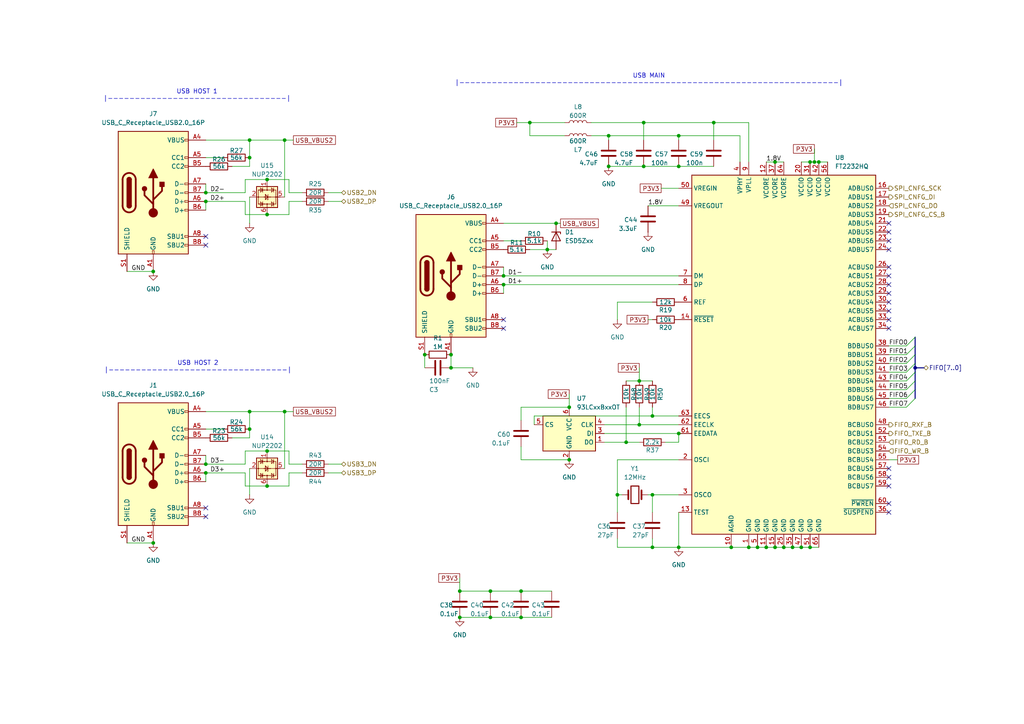
<source format=kicad_sch>
(kicad_sch
	(version 20250114)
	(generator "eeschema")
	(generator_version "9.0")
	(uuid "4d1ba469-c7be-46cf-af34-2e2d4d0c9044")
	(paper "A4")
	(lib_symbols
		(symbol "Connector:USB_C_Receptacle_USB2.0_16P"
			(pin_names
				(offset 1.016)
			)
			(exclude_from_sim no)
			(in_bom yes)
			(on_board yes)
			(property "Reference" "J"
				(at 0 22.225 0)
				(effects
					(font
						(size 1.27 1.27)
					)
				)
			)
			(property "Value" "USB_C_Receptacle_USB2.0_16P"
				(at 0 19.685 0)
				(effects
					(font
						(size 1.27 1.27)
					)
				)
			)
			(property "Footprint" ""
				(at 3.81 0 0)
				(effects
					(font
						(size 1.27 1.27)
					)
					(hide yes)
				)
			)
			(property "Datasheet" "https://www.usb.org/sites/default/files/documents/usb_type-c.zip"
				(at 3.81 0 0)
				(effects
					(font
						(size 1.27 1.27)
					)
					(hide yes)
				)
			)
			(property "Description" "USB 2.0-only 16P Type-C Receptacle connector"
				(at 0 0 0)
				(effects
					(font
						(size 1.27 1.27)
					)
					(hide yes)
				)
			)
			(property "ki_keywords" "usb universal serial bus type-C USB2.0"
				(at 0 0 0)
				(effects
					(font
						(size 1.27 1.27)
					)
					(hide yes)
				)
			)
			(property "ki_fp_filters" "USB*C*Receptacle*"
				(at 0 0 0)
				(effects
					(font
						(size 1.27 1.27)
					)
					(hide yes)
				)
			)
			(symbol "USB_C_Receptacle_USB2.0_16P_0_0"
				(rectangle
					(start -0.254 -17.78)
					(end 0.254 -16.764)
					(stroke
						(width 0)
						(type default)
					)
					(fill
						(type none)
					)
				)
				(rectangle
					(start 10.16 15.494)
					(end 9.144 14.986)
					(stroke
						(width 0)
						(type default)
					)
					(fill
						(type none)
					)
				)
				(rectangle
					(start 10.16 10.414)
					(end 9.144 9.906)
					(stroke
						(width 0)
						(type default)
					)
					(fill
						(type none)
					)
				)
				(rectangle
					(start 10.16 7.874)
					(end 9.144 7.366)
					(stroke
						(width 0)
						(type default)
					)
					(fill
						(type none)
					)
				)
				(rectangle
					(start 10.16 2.794)
					(end 9.144 2.286)
					(stroke
						(width 0)
						(type default)
					)
					(fill
						(type none)
					)
				)
				(rectangle
					(start 10.16 0.254)
					(end 9.144 -0.254)
					(stroke
						(width 0)
						(type default)
					)
					(fill
						(type none)
					)
				)
				(rectangle
					(start 10.16 -2.286)
					(end 9.144 -2.794)
					(stroke
						(width 0)
						(type default)
					)
					(fill
						(type none)
					)
				)
				(rectangle
					(start 10.16 -4.826)
					(end 9.144 -5.334)
					(stroke
						(width 0)
						(type default)
					)
					(fill
						(type none)
					)
				)
				(rectangle
					(start 10.16 -12.446)
					(end 9.144 -12.954)
					(stroke
						(width 0)
						(type default)
					)
					(fill
						(type none)
					)
				)
				(rectangle
					(start 10.16 -14.986)
					(end 9.144 -15.494)
					(stroke
						(width 0)
						(type default)
					)
					(fill
						(type none)
					)
				)
			)
			(symbol "USB_C_Receptacle_USB2.0_16P_0_1"
				(rectangle
					(start -10.16 17.78)
					(end 10.16 -17.78)
					(stroke
						(width 0.254)
						(type default)
					)
					(fill
						(type background)
					)
				)
				(polyline
					(pts
						(xy -8.89 -3.81) (xy -8.89 3.81)
					)
					(stroke
						(width 0.508)
						(type default)
					)
					(fill
						(type none)
					)
				)
				(rectangle
					(start -7.62 -3.81)
					(end -6.35 3.81)
					(stroke
						(width 0.254)
						(type default)
					)
					(fill
						(type outline)
					)
				)
				(arc
					(start -7.62 3.81)
					(mid -6.985 4.4423)
					(end -6.35 3.81)
					(stroke
						(width 0.254)
						(type default)
					)
					(fill
						(type none)
					)
				)
				(arc
					(start -7.62 3.81)
					(mid -6.985 4.4423)
					(end -6.35 3.81)
					(stroke
						(width 0.254)
						(type default)
					)
					(fill
						(type outline)
					)
				)
				(arc
					(start -8.89 3.81)
					(mid -6.985 5.7067)
					(end -5.08 3.81)
					(stroke
						(width 0.508)
						(type default)
					)
					(fill
						(type none)
					)
				)
				(arc
					(start -5.08 -3.81)
					(mid -6.985 -5.7067)
					(end -8.89 -3.81)
					(stroke
						(width 0.508)
						(type default)
					)
					(fill
						(type none)
					)
				)
				(arc
					(start -6.35 -3.81)
					(mid -6.985 -4.4423)
					(end -7.62 -3.81)
					(stroke
						(width 0.254)
						(type default)
					)
					(fill
						(type none)
					)
				)
				(arc
					(start -6.35 -3.81)
					(mid -6.985 -4.4423)
					(end -7.62 -3.81)
					(stroke
						(width 0.254)
						(type default)
					)
					(fill
						(type outline)
					)
				)
				(polyline
					(pts
						(xy -5.08 3.81) (xy -5.08 -3.81)
					)
					(stroke
						(width 0.508)
						(type default)
					)
					(fill
						(type none)
					)
				)
				(circle
					(center -2.54 1.143)
					(radius 0.635)
					(stroke
						(width 0.254)
						(type default)
					)
					(fill
						(type outline)
					)
				)
				(polyline
					(pts
						(xy -1.27 4.318) (xy 0 6.858) (xy 1.27 4.318) (xy -1.27 4.318)
					)
					(stroke
						(width 0.254)
						(type default)
					)
					(fill
						(type outline)
					)
				)
				(polyline
					(pts
						(xy 0 -2.032) (xy 2.54 0.508) (xy 2.54 1.778)
					)
					(stroke
						(width 0.508)
						(type default)
					)
					(fill
						(type none)
					)
				)
				(polyline
					(pts
						(xy 0 -3.302) (xy -2.54 -0.762) (xy -2.54 0.508)
					)
					(stroke
						(width 0.508)
						(type default)
					)
					(fill
						(type none)
					)
				)
				(polyline
					(pts
						(xy 0 -5.842) (xy 0 4.318)
					)
					(stroke
						(width 0.508)
						(type default)
					)
					(fill
						(type none)
					)
				)
				(circle
					(center 0 -5.842)
					(radius 1.27)
					(stroke
						(width 0)
						(type default)
					)
					(fill
						(type outline)
					)
				)
				(rectangle
					(start 1.905 1.778)
					(end 3.175 3.048)
					(stroke
						(width 0.254)
						(type default)
					)
					(fill
						(type outline)
					)
				)
			)
			(symbol "USB_C_Receptacle_USB2.0_16P_1_1"
				(pin passive line
					(at -7.62 -22.86 90)
					(length 5.08)
					(name "SHIELD"
						(effects
							(font
								(size 1.27 1.27)
							)
						)
					)
					(number "S1"
						(effects
							(font
								(size 1.27 1.27)
							)
						)
					)
				)
				(pin passive line
					(at 0 -22.86 90)
					(length 5.08)
					(name "GND"
						(effects
							(font
								(size 1.27 1.27)
							)
						)
					)
					(number "A1"
						(effects
							(font
								(size 1.27 1.27)
							)
						)
					)
				)
				(pin passive line
					(at 0 -22.86 90)
					(length 5.08)
					(hide yes)
					(name "GND"
						(effects
							(font
								(size 1.27 1.27)
							)
						)
					)
					(number "A12"
						(effects
							(font
								(size 1.27 1.27)
							)
						)
					)
				)
				(pin passive line
					(at 0 -22.86 90)
					(length 5.08)
					(hide yes)
					(name "GND"
						(effects
							(font
								(size 1.27 1.27)
							)
						)
					)
					(number "B1"
						(effects
							(font
								(size 1.27 1.27)
							)
						)
					)
				)
				(pin passive line
					(at 0 -22.86 90)
					(length 5.08)
					(hide yes)
					(name "GND"
						(effects
							(font
								(size 1.27 1.27)
							)
						)
					)
					(number "B12"
						(effects
							(font
								(size 1.27 1.27)
							)
						)
					)
				)
				(pin passive line
					(at 15.24 15.24 180)
					(length 5.08)
					(name "VBUS"
						(effects
							(font
								(size 1.27 1.27)
							)
						)
					)
					(number "A4"
						(effects
							(font
								(size 1.27 1.27)
							)
						)
					)
				)
				(pin passive line
					(at 15.24 15.24 180)
					(length 5.08)
					(hide yes)
					(name "VBUS"
						(effects
							(font
								(size 1.27 1.27)
							)
						)
					)
					(number "A9"
						(effects
							(font
								(size 1.27 1.27)
							)
						)
					)
				)
				(pin passive line
					(at 15.24 15.24 180)
					(length 5.08)
					(hide yes)
					(name "VBUS"
						(effects
							(font
								(size 1.27 1.27)
							)
						)
					)
					(number "B4"
						(effects
							(font
								(size 1.27 1.27)
							)
						)
					)
				)
				(pin passive line
					(at 15.24 15.24 180)
					(length 5.08)
					(hide yes)
					(name "VBUS"
						(effects
							(font
								(size 1.27 1.27)
							)
						)
					)
					(number "B9"
						(effects
							(font
								(size 1.27 1.27)
							)
						)
					)
				)
				(pin bidirectional line
					(at 15.24 10.16 180)
					(length 5.08)
					(name "CC1"
						(effects
							(font
								(size 1.27 1.27)
							)
						)
					)
					(number "A5"
						(effects
							(font
								(size 1.27 1.27)
							)
						)
					)
				)
				(pin bidirectional line
					(at 15.24 7.62 180)
					(length 5.08)
					(name "CC2"
						(effects
							(font
								(size 1.27 1.27)
							)
						)
					)
					(number "B5"
						(effects
							(font
								(size 1.27 1.27)
							)
						)
					)
				)
				(pin bidirectional line
					(at 15.24 2.54 180)
					(length 5.08)
					(name "D-"
						(effects
							(font
								(size 1.27 1.27)
							)
						)
					)
					(number "A7"
						(effects
							(font
								(size 1.27 1.27)
							)
						)
					)
				)
				(pin bidirectional line
					(at 15.24 0 180)
					(length 5.08)
					(name "D-"
						(effects
							(font
								(size 1.27 1.27)
							)
						)
					)
					(number "B7"
						(effects
							(font
								(size 1.27 1.27)
							)
						)
					)
				)
				(pin bidirectional line
					(at 15.24 -2.54 180)
					(length 5.08)
					(name "D+"
						(effects
							(font
								(size 1.27 1.27)
							)
						)
					)
					(number "A6"
						(effects
							(font
								(size 1.27 1.27)
							)
						)
					)
				)
				(pin bidirectional line
					(at 15.24 -5.08 180)
					(length 5.08)
					(name "D+"
						(effects
							(font
								(size 1.27 1.27)
							)
						)
					)
					(number "B6"
						(effects
							(font
								(size 1.27 1.27)
							)
						)
					)
				)
				(pin bidirectional line
					(at 15.24 -12.7 180)
					(length 5.08)
					(name "SBU1"
						(effects
							(font
								(size 1.27 1.27)
							)
						)
					)
					(number "A8"
						(effects
							(font
								(size 1.27 1.27)
							)
						)
					)
				)
				(pin bidirectional line
					(at 15.24 -15.24 180)
					(length 5.08)
					(name "SBU2"
						(effects
							(font
								(size 1.27 1.27)
							)
						)
					)
					(number "B8"
						(effects
							(font
								(size 1.27 1.27)
							)
						)
					)
				)
			)
			(embedded_fonts no)
		)
		(symbol "Device:C"
			(pin_numbers
				(hide yes)
			)
			(pin_names
				(offset 0.254)
			)
			(exclude_from_sim no)
			(in_bom yes)
			(on_board yes)
			(property "Reference" "C"
				(at 0.635 2.54 0)
				(effects
					(font
						(size 1.27 1.27)
					)
					(justify left)
				)
			)
			(property "Value" "C"
				(at 0.635 -2.54 0)
				(effects
					(font
						(size 1.27 1.27)
					)
					(justify left)
				)
			)
			(property "Footprint" ""
				(at 0.9652 -3.81 0)
				(effects
					(font
						(size 1.27 1.27)
					)
					(hide yes)
				)
			)
			(property "Datasheet" "~"
				(at 0 0 0)
				(effects
					(font
						(size 1.27 1.27)
					)
					(hide yes)
				)
			)
			(property "Description" "Unpolarized capacitor"
				(at 0 0 0)
				(effects
					(font
						(size 1.27 1.27)
					)
					(hide yes)
				)
			)
			(property "ki_keywords" "cap capacitor"
				(at 0 0 0)
				(effects
					(font
						(size 1.27 1.27)
					)
					(hide yes)
				)
			)
			(property "ki_fp_filters" "C_*"
				(at 0 0 0)
				(effects
					(font
						(size 1.27 1.27)
					)
					(hide yes)
				)
			)
			(symbol "C_0_1"
				(polyline
					(pts
						(xy -2.032 0.762) (xy 2.032 0.762)
					)
					(stroke
						(width 0.508)
						(type default)
					)
					(fill
						(type none)
					)
				)
				(polyline
					(pts
						(xy -2.032 -0.762) (xy 2.032 -0.762)
					)
					(stroke
						(width 0.508)
						(type default)
					)
					(fill
						(type none)
					)
				)
			)
			(symbol "C_1_1"
				(pin passive line
					(at 0 3.81 270)
					(length 2.794)
					(name "~"
						(effects
							(font
								(size 1.27 1.27)
							)
						)
					)
					(number "1"
						(effects
							(font
								(size 1.27 1.27)
							)
						)
					)
				)
				(pin passive line
					(at 0 -3.81 90)
					(length 2.794)
					(name "~"
						(effects
							(font
								(size 1.27 1.27)
							)
						)
					)
					(number "2"
						(effects
							(font
								(size 1.27 1.27)
							)
						)
					)
				)
			)
			(embedded_fonts no)
		)
		(symbol "Device:Crystal"
			(pin_numbers
				(hide yes)
			)
			(pin_names
				(offset 1.016)
				(hide yes)
			)
			(exclude_from_sim no)
			(in_bom yes)
			(on_board yes)
			(property "Reference" "Y"
				(at 0 3.81 0)
				(effects
					(font
						(size 1.27 1.27)
					)
				)
			)
			(property "Value" "Crystal"
				(at 0 -3.81 0)
				(effects
					(font
						(size 1.27 1.27)
					)
				)
			)
			(property "Footprint" ""
				(at 0 0 0)
				(effects
					(font
						(size 1.27 1.27)
					)
					(hide yes)
				)
			)
			(property "Datasheet" "~"
				(at 0 0 0)
				(effects
					(font
						(size 1.27 1.27)
					)
					(hide yes)
				)
			)
			(property "Description" "Two pin crystal"
				(at 0 0 0)
				(effects
					(font
						(size 1.27 1.27)
					)
					(hide yes)
				)
			)
			(property "ki_keywords" "quartz ceramic resonator oscillator"
				(at 0 0 0)
				(effects
					(font
						(size 1.27 1.27)
					)
					(hide yes)
				)
			)
			(property "ki_fp_filters" "Crystal*"
				(at 0 0 0)
				(effects
					(font
						(size 1.27 1.27)
					)
					(hide yes)
				)
			)
			(symbol "Crystal_0_1"
				(polyline
					(pts
						(xy -2.54 0) (xy -1.905 0)
					)
					(stroke
						(width 0)
						(type default)
					)
					(fill
						(type none)
					)
				)
				(polyline
					(pts
						(xy -1.905 -1.27) (xy -1.905 1.27)
					)
					(stroke
						(width 0.508)
						(type default)
					)
					(fill
						(type none)
					)
				)
				(rectangle
					(start -1.143 2.54)
					(end 1.143 -2.54)
					(stroke
						(width 0.3048)
						(type default)
					)
					(fill
						(type none)
					)
				)
				(polyline
					(pts
						(xy 1.905 -1.27) (xy 1.905 1.27)
					)
					(stroke
						(width 0.508)
						(type default)
					)
					(fill
						(type none)
					)
				)
				(polyline
					(pts
						(xy 2.54 0) (xy 1.905 0)
					)
					(stroke
						(width 0)
						(type default)
					)
					(fill
						(type none)
					)
				)
			)
			(symbol "Crystal_1_1"
				(pin passive line
					(at -3.81 0 0)
					(length 1.27)
					(name "1"
						(effects
							(font
								(size 1.27 1.27)
							)
						)
					)
					(number "1"
						(effects
							(font
								(size 1.27 1.27)
							)
						)
					)
				)
				(pin passive line
					(at 3.81 0 180)
					(length 1.27)
					(name "2"
						(effects
							(font
								(size 1.27 1.27)
							)
						)
					)
					(number "2"
						(effects
							(font
								(size 1.27 1.27)
							)
						)
					)
				)
			)
			(embedded_fonts no)
		)
		(symbol "Device:L"
			(pin_numbers
				(hide yes)
			)
			(pin_names
				(offset 1.016)
				(hide yes)
			)
			(exclude_from_sim no)
			(in_bom yes)
			(on_board yes)
			(property "Reference" "L"
				(at -1.27 0 90)
				(effects
					(font
						(size 1.27 1.27)
					)
				)
			)
			(property "Value" "L"
				(at 1.905 0 90)
				(effects
					(font
						(size 1.27 1.27)
					)
				)
			)
			(property "Footprint" ""
				(at 0 0 0)
				(effects
					(font
						(size 1.27 1.27)
					)
					(hide yes)
				)
			)
			(property "Datasheet" "~"
				(at 0 0 0)
				(effects
					(font
						(size 1.27 1.27)
					)
					(hide yes)
				)
			)
			(property "Description" "Inductor"
				(at 0 0 0)
				(effects
					(font
						(size 1.27 1.27)
					)
					(hide yes)
				)
			)
			(property "ki_keywords" "inductor choke coil reactor magnetic"
				(at 0 0 0)
				(effects
					(font
						(size 1.27 1.27)
					)
					(hide yes)
				)
			)
			(property "ki_fp_filters" "Choke_* *Coil* Inductor_* L_*"
				(at 0 0 0)
				(effects
					(font
						(size 1.27 1.27)
					)
					(hide yes)
				)
			)
			(symbol "L_0_1"
				(arc
					(start 0 2.54)
					(mid 0.6323 1.905)
					(end 0 1.27)
					(stroke
						(width 0)
						(type default)
					)
					(fill
						(type none)
					)
				)
				(arc
					(start 0 1.27)
					(mid 0.6323 0.635)
					(end 0 0)
					(stroke
						(width 0)
						(type default)
					)
					(fill
						(type none)
					)
				)
				(arc
					(start 0 0)
					(mid 0.6323 -0.635)
					(end 0 -1.27)
					(stroke
						(width 0)
						(type default)
					)
					(fill
						(type none)
					)
				)
				(arc
					(start 0 -1.27)
					(mid 0.6323 -1.905)
					(end 0 -2.54)
					(stroke
						(width 0)
						(type default)
					)
					(fill
						(type none)
					)
				)
			)
			(symbol "L_1_1"
				(pin passive line
					(at 0 3.81 270)
					(length 1.27)
					(name "1"
						(effects
							(font
								(size 1.27 1.27)
							)
						)
					)
					(number "1"
						(effects
							(font
								(size 1.27 1.27)
							)
						)
					)
				)
				(pin passive line
					(at 0 -3.81 90)
					(length 1.27)
					(name "2"
						(effects
							(font
								(size 1.27 1.27)
							)
						)
					)
					(number "2"
						(effects
							(font
								(size 1.27 1.27)
							)
						)
					)
				)
			)
			(embedded_fonts no)
		)
		(symbol "Device:R"
			(pin_numbers
				(hide yes)
			)
			(pin_names
				(offset 0)
			)
			(exclude_from_sim no)
			(in_bom yes)
			(on_board yes)
			(property "Reference" "R"
				(at 2.032 0 90)
				(effects
					(font
						(size 1.27 1.27)
					)
				)
			)
			(property "Value" "R"
				(at 0 0 90)
				(effects
					(font
						(size 1.27 1.27)
					)
				)
			)
			(property "Footprint" ""
				(at -1.778 0 90)
				(effects
					(font
						(size 1.27 1.27)
					)
					(hide yes)
				)
			)
			(property "Datasheet" "~"
				(at 0 0 0)
				(effects
					(font
						(size 1.27 1.27)
					)
					(hide yes)
				)
			)
			(property "Description" "Resistor"
				(at 0 0 0)
				(effects
					(font
						(size 1.27 1.27)
					)
					(hide yes)
				)
			)
			(property "ki_keywords" "R res resistor"
				(at 0 0 0)
				(effects
					(font
						(size 1.27 1.27)
					)
					(hide yes)
				)
			)
			(property "ki_fp_filters" "R_*"
				(at 0 0 0)
				(effects
					(font
						(size 1.27 1.27)
					)
					(hide yes)
				)
			)
			(symbol "R_0_1"
				(rectangle
					(start -1.016 -2.54)
					(end 1.016 2.54)
					(stroke
						(width 0.254)
						(type default)
					)
					(fill
						(type none)
					)
				)
			)
			(symbol "R_1_1"
				(pin passive line
					(at 0 3.81 270)
					(length 1.27)
					(name "~"
						(effects
							(font
								(size 1.27 1.27)
							)
						)
					)
					(number "1"
						(effects
							(font
								(size 1.27 1.27)
							)
						)
					)
				)
				(pin passive line
					(at 0 -3.81 90)
					(length 1.27)
					(name "~"
						(effects
							(font
								(size 1.27 1.27)
							)
						)
					)
					(number "2"
						(effects
							(font
								(size 1.27 1.27)
							)
						)
					)
				)
			)
			(embedded_fonts no)
		)
		(symbol "Diode:ESD5Zxx"
			(pin_numbers
				(hide yes)
			)
			(pin_names
				(hide yes)
			)
			(exclude_from_sim no)
			(in_bom yes)
			(on_board yes)
			(property "Reference" "D"
				(at 0 2.54 0)
				(effects
					(font
						(size 1.27 1.27)
					)
				)
			)
			(property "Value" "ESD5Zxx"
				(at 0 -2.54 0)
				(effects
					(font
						(size 1.27 1.27)
					)
				)
			)
			(property "Footprint" "Diode_SMD:D_SOD-523"
				(at 0 -4.445 0)
				(effects
					(font
						(size 1.27 1.27)
					)
					(hide yes)
				)
			)
			(property "Datasheet" "https://www.onsemi.com/pdf/datasheet/esd5z2.5t1-d.pdf"
				(at 0 0 0)
				(effects
					(font
						(size 1.27 1.27)
					)
					(hide yes)
				)
			)
			(property "Description" "ESD Protection Diode, SOD-523"
				(at 0 0 0)
				(effects
					(font
						(size 1.27 1.27)
					)
					(hide yes)
				)
			)
			(property "ki_keywords" "esd tvs unidirectional diode"
				(at 0 0 0)
				(effects
					(font
						(size 1.27 1.27)
					)
					(hide yes)
				)
			)
			(property "ki_fp_filters" "D?SOD?523*"
				(at 0 0 0)
				(effects
					(font
						(size 1.27 1.27)
					)
					(hide yes)
				)
			)
			(symbol "ESD5Zxx_0_1"
				(polyline
					(pts
						(xy -1.27 -1.27) (xy -1.27 1.27) (xy -0.762 1.27)
					)
					(stroke
						(width 0.254)
						(type default)
					)
					(fill
						(type none)
					)
				)
				(polyline
					(pts
						(xy 1.27 0) (xy -1.27 0)
					)
					(stroke
						(width 0)
						(type default)
					)
					(fill
						(type none)
					)
				)
				(polyline
					(pts
						(xy 1.27 -1.27) (xy 1.27 1.27) (xy -1.27 0) (xy 1.27 -1.27)
					)
					(stroke
						(width 0.254)
						(type default)
					)
					(fill
						(type none)
					)
				)
			)
			(symbol "ESD5Zxx_1_1"
				(pin passive line
					(at -3.81 0 0)
					(length 2.54)
					(name "K"
						(effects
							(font
								(size 1.27 1.27)
							)
						)
					)
					(number "1"
						(effects
							(font
								(size 1.27 1.27)
							)
						)
					)
				)
				(pin passive line
					(at 3.81 0 180)
					(length 2.54)
					(name "A"
						(effects
							(font
								(size 1.27 1.27)
							)
						)
					)
					(number "2"
						(effects
							(font
								(size 1.27 1.27)
							)
						)
					)
				)
			)
			(embedded_fonts no)
		)
		(symbol "Interface_USB:FT2232HQ"
			(exclude_from_sim no)
			(in_bom yes)
			(on_board yes)
			(property "Reference" "U"
				(at -26.67 53.34 0)
				(effects
					(font
						(size 1.27 1.27)
					)
					(justify left)
				)
			)
			(property "Value" "FT2232HQ"
				(at 19.05 53.34 0)
				(effects
					(font
						(size 1.27 1.27)
					)
					(justify left)
				)
			)
			(property "Footprint" "Package_DFN_QFN:QFN-64-1EP_9x9mm_P0.5mm_EP4.35x4.35mm"
				(at 0 0 0)
				(effects
					(font
						(size 1.27 1.27)
					)
					(hide yes)
				)
			)
			(property "Datasheet" "https://www.ftdichip.com/Support/Documents/DataSheets/ICs/DS_FT2232H.pdf"
				(at 0 0 0)
				(effects
					(font
						(size 1.27 1.27)
					)
					(hide yes)
				)
			)
			(property "Description" "Hi Speed Double Channel USB UART/FIFO, QFN-64"
				(at 0 0 0)
				(effects
					(font
						(size 1.27 1.27)
					)
					(hide yes)
				)
			)
			(property "ki_keywords" "USB Double UART FIFO"
				(at 0 0 0)
				(effects
					(font
						(size 1.27 1.27)
					)
					(hide yes)
				)
			)
			(property "ki_fp_filters" "QFN*1EP*9x9mm*P0.5mm*"
				(at 0 0 0)
				(effects
					(font
						(size 1.27 1.27)
					)
					(hide yes)
				)
			)
			(symbol "FT2232HQ_0_1"
				(rectangle
					(start -26.67 -52.07)
					(end 26.67 52.07)
					(stroke
						(width 0.254)
						(type default)
					)
					(fill
						(type background)
					)
				)
			)
			(symbol "FT2232HQ_1_1"
				(pin power_in line
					(at -30.48 48.26 0)
					(length 3.81)
					(name "VREGIN"
						(effects
							(font
								(size 1.27 1.27)
							)
						)
					)
					(number "50"
						(effects
							(font
								(size 1.27 1.27)
							)
						)
					)
				)
				(pin power_out line
					(at -30.48 43.18 0)
					(length 3.81)
					(name "VREGOUT"
						(effects
							(font
								(size 1.27 1.27)
							)
						)
					)
					(number "49"
						(effects
							(font
								(size 1.27 1.27)
							)
						)
					)
				)
				(pin bidirectional line
					(at -30.48 22.86 0)
					(length 3.81)
					(name "DM"
						(effects
							(font
								(size 1.27 1.27)
							)
						)
					)
					(number "7"
						(effects
							(font
								(size 1.27 1.27)
							)
						)
					)
				)
				(pin bidirectional line
					(at -30.48 20.32 0)
					(length 3.81)
					(name "DP"
						(effects
							(font
								(size 1.27 1.27)
							)
						)
					)
					(number "8"
						(effects
							(font
								(size 1.27 1.27)
							)
						)
					)
				)
				(pin output line
					(at -30.48 15.24 0)
					(length 3.81)
					(name "REF"
						(effects
							(font
								(size 1.27 1.27)
							)
						)
					)
					(number "6"
						(effects
							(font
								(size 1.27 1.27)
							)
						)
					)
				)
				(pin input line
					(at -30.48 10.16 0)
					(length 3.81)
					(name "~{RESET}"
						(effects
							(font
								(size 1.27 1.27)
							)
						)
					)
					(number "14"
						(effects
							(font
								(size 1.27 1.27)
							)
						)
					)
				)
				(pin output line
					(at -30.48 -17.78 0)
					(length 3.81)
					(name "EECS"
						(effects
							(font
								(size 1.27 1.27)
							)
						)
					)
					(number "63"
						(effects
							(font
								(size 1.27 1.27)
							)
						)
					)
				)
				(pin output line
					(at -30.48 -20.32 0)
					(length 3.81)
					(name "EECLK"
						(effects
							(font
								(size 1.27 1.27)
							)
						)
					)
					(number "62"
						(effects
							(font
								(size 1.27 1.27)
							)
						)
					)
				)
				(pin bidirectional line
					(at -30.48 -22.86 0)
					(length 3.81)
					(name "EEDATA"
						(effects
							(font
								(size 1.27 1.27)
							)
						)
					)
					(number "61"
						(effects
							(font
								(size 1.27 1.27)
							)
						)
					)
				)
				(pin input line
					(at -30.48 -30.48 0)
					(length 3.81)
					(name "OSCI"
						(effects
							(font
								(size 1.27 1.27)
							)
						)
					)
					(number "2"
						(effects
							(font
								(size 1.27 1.27)
							)
						)
					)
				)
				(pin output line
					(at -30.48 -40.64 0)
					(length 3.81)
					(name "OSCO"
						(effects
							(font
								(size 1.27 1.27)
							)
						)
					)
					(number "3"
						(effects
							(font
								(size 1.27 1.27)
							)
						)
					)
				)
				(pin input line
					(at -30.48 -45.72 0)
					(length 3.81)
					(name "TEST"
						(effects
							(font
								(size 1.27 1.27)
							)
						)
					)
					(number "13"
						(effects
							(font
								(size 1.27 1.27)
							)
						)
					)
				)
				(pin power_in line
					(at -15.24 -55.88 90)
					(length 3.81)
					(name "AGND"
						(effects
							(font
								(size 1.27 1.27)
							)
						)
					)
					(number "10"
						(effects
							(font
								(size 1.27 1.27)
							)
						)
					)
				)
				(pin power_in line
					(at -12.7 55.88 270)
					(length 3.81)
					(name "VPHY"
						(effects
							(font
								(size 1.27 1.27)
							)
						)
					)
					(number "4"
						(effects
							(font
								(size 1.27 1.27)
							)
						)
					)
				)
				(pin input line
					(at -10.16 55.88 270)
					(length 3.81)
					(name "VPLL"
						(effects
							(font
								(size 1.27 1.27)
							)
						)
					)
					(number "9"
						(effects
							(font
								(size 1.27 1.27)
							)
						)
					)
				)
				(pin power_in line
					(at -10.16 -55.88 90)
					(length 3.81)
					(name "GND"
						(effects
							(font
								(size 1.27 1.27)
							)
						)
					)
					(number "1"
						(effects
							(font
								(size 1.27 1.27)
							)
						)
					)
				)
				(pin power_in line
					(at -7.62 -55.88 90)
					(length 3.81)
					(name "GND"
						(effects
							(font
								(size 1.27 1.27)
							)
						)
					)
					(number "5"
						(effects
							(font
								(size 1.27 1.27)
							)
						)
					)
				)
				(pin power_in line
					(at -5.08 55.88 270)
					(length 3.81)
					(name "VCORE"
						(effects
							(font
								(size 1.27 1.27)
							)
						)
					)
					(number "12"
						(effects
							(font
								(size 1.27 1.27)
							)
						)
					)
				)
				(pin power_in line
					(at -5.08 -55.88 90)
					(length 3.81)
					(name "GND"
						(effects
							(font
								(size 1.27 1.27)
							)
						)
					)
					(number "11"
						(effects
							(font
								(size 1.27 1.27)
							)
						)
					)
				)
				(pin power_in line
					(at -2.54 55.88 270)
					(length 3.81)
					(name "VCORE"
						(effects
							(font
								(size 1.27 1.27)
							)
						)
					)
					(number "37"
						(effects
							(font
								(size 1.27 1.27)
							)
						)
					)
				)
				(pin power_in line
					(at -2.54 -55.88 90)
					(length 3.81)
					(name "GND"
						(effects
							(font
								(size 1.27 1.27)
							)
						)
					)
					(number "15"
						(effects
							(font
								(size 1.27 1.27)
							)
						)
					)
				)
				(pin power_in line
					(at 0 55.88 270)
					(length 3.81)
					(name "VCORE"
						(effects
							(font
								(size 1.27 1.27)
							)
						)
					)
					(number "64"
						(effects
							(font
								(size 1.27 1.27)
							)
						)
					)
				)
				(pin power_in line
					(at 0 -55.88 90)
					(length 3.81)
					(name "GND"
						(effects
							(font
								(size 1.27 1.27)
							)
						)
					)
					(number "25"
						(effects
							(font
								(size 1.27 1.27)
							)
						)
					)
				)
				(pin power_in line
					(at 2.54 -55.88 90)
					(length 3.81)
					(name "GND"
						(effects
							(font
								(size 1.27 1.27)
							)
						)
					)
					(number "35"
						(effects
							(font
								(size 1.27 1.27)
							)
						)
					)
				)
				(pin power_in line
					(at 5.08 55.88 270)
					(length 3.81)
					(name "VCCIO"
						(effects
							(font
								(size 1.27 1.27)
							)
						)
					)
					(number "20"
						(effects
							(font
								(size 1.27 1.27)
							)
						)
					)
				)
				(pin power_in line
					(at 5.08 -55.88 90)
					(length 3.81)
					(name "GND"
						(effects
							(font
								(size 1.27 1.27)
							)
						)
					)
					(number "47"
						(effects
							(font
								(size 1.27 1.27)
							)
						)
					)
				)
				(pin power_in line
					(at 7.62 55.88 270)
					(length 3.81)
					(name "VCCIO"
						(effects
							(font
								(size 1.27 1.27)
							)
						)
					)
					(number "31"
						(effects
							(font
								(size 1.27 1.27)
							)
						)
					)
				)
				(pin power_in line
					(at 7.62 -55.88 90)
					(length 3.81)
					(name "GND"
						(effects
							(font
								(size 1.27 1.27)
							)
						)
					)
					(number "51"
						(effects
							(font
								(size 1.27 1.27)
							)
						)
					)
				)
				(pin power_in line
					(at 10.16 55.88 270)
					(length 3.81)
					(name "VCCIO"
						(effects
							(font
								(size 1.27 1.27)
							)
						)
					)
					(number "42"
						(effects
							(font
								(size 1.27 1.27)
							)
						)
					)
				)
				(pin power_in line
					(at 10.16 -55.88 90)
					(length 3.81)
					(name "GND"
						(effects
							(font
								(size 1.27 1.27)
							)
						)
					)
					(number "65"
						(effects
							(font
								(size 1.27 1.27)
							)
						)
					)
				)
				(pin power_in line
					(at 12.7 55.88 270)
					(length 3.81)
					(name "VCCIO"
						(effects
							(font
								(size 1.27 1.27)
							)
						)
					)
					(number "56"
						(effects
							(font
								(size 1.27 1.27)
							)
						)
					)
				)
				(pin bidirectional line
					(at 30.48 48.26 180)
					(length 3.81)
					(name "ADBUS0"
						(effects
							(font
								(size 1.27 1.27)
							)
						)
					)
					(number "16"
						(effects
							(font
								(size 1.27 1.27)
							)
						)
					)
				)
				(pin bidirectional line
					(at 30.48 45.72 180)
					(length 3.81)
					(name "ADBUS1"
						(effects
							(font
								(size 1.27 1.27)
							)
						)
					)
					(number "17"
						(effects
							(font
								(size 1.27 1.27)
							)
						)
					)
				)
				(pin bidirectional line
					(at 30.48 43.18 180)
					(length 3.81)
					(name "ADBUS2"
						(effects
							(font
								(size 1.27 1.27)
							)
						)
					)
					(number "18"
						(effects
							(font
								(size 1.27 1.27)
							)
						)
					)
				)
				(pin bidirectional line
					(at 30.48 40.64 180)
					(length 3.81)
					(name "ADBUS3"
						(effects
							(font
								(size 1.27 1.27)
							)
						)
					)
					(number "19"
						(effects
							(font
								(size 1.27 1.27)
							)
						)
					)
				)
				(pin bidirectional line
					(at 30.48 38.1 180)
					(length 3.81)
					(name "ADBUS4"
						(effects
							(font
								(size 1.27 1.27)
							)
						)
					)
					(number "21"
						(effects
							(font
								(size 1.27 1.27)
							)
						)
					)
				)
				(pin bidirectional line
					(at 30.48 35.56 180)
					(length 3.81)
					(name "ADBUS5"
						(effects
							(font
								(size 1.27 1.27)
							)
						)
					)
					(number "22"
						(effects
							(font
								(size 1.27 1.27)
							)
						)
					)
				)
				(pin bidirectional line
					(at 30.48 33.02 180)
					(length 3.81)
					(name "ADBUS6"
						(effects
							(font
								(size 1.27 1.27)
							)
						)
					)
					(number "23"
						(effects
							(font
								(size 1.27 1.27)
							)
						)
					)
				)
				(pin bidirectional line
					(at 30.48 30.48 180)
					(length 3.81)
					(name "ADBUS7"
						(effects
							(font
								(size 1.27 1.27)
							)
						)
					)
					(number "24"
						(effects
							(font
								(size 1.27 1.27)
							)
						)
					)
				)
				(pin bidirectional line
					(at 30.48 25.4 180)
					(length 3.81)
					(name "ACBUS0"
						(effects
							(font
								(size 1.27 1.27)
							)
						)
					)
					(number "26"
						(effects
							(font
								(size 1.27 1.27)
							)
						)
					)
				)
				(pin bidirectional line
					(at 30.48 22.86 180)
					(length 3.81)
					(name "ACBUS1"
						(effects
							(font
								(size 1.27 1.27)
							)
						)
					)
					(number "27"
						(effects
							(font
								(size 1.27 1.27)
							)
						)
					)
				)
				(pin bidirectional line
					(at 30.48 20.32 180)
					(length 3.81)
					(name "ACBUS2"
						(effects
							(font
								(size 1.27 1.27)
							)
						)
					)
					(number "28"
						(effects
							(font
								(size 1.27 1.27)
							)
						)
					)
				)
				(pin bidirectional line
					(at 30.48 17.78 180)
					(length 3.81)
					(name "ACBUS3"
						(effects
							(font
								(size 1.27 1.27)
							)
						)
					)
					(number "29"
						(effects
							(font
								(size 1.27 1.27)
							)
						)
					)
				)
				(pin bidirectional line
					(at 30.48 15.24 180)
					(length 3.81)
					(name "ACBUS4"
						(effects
							(font
								(size 1.27 1.27)
							)
						)
					)
					(number "30"
						(effects
							(font
								(size 1.27 1.27)
							)
						)
					)
				)
				(pin bidirectional line
					(at 30.48 12.7 180)
					(length 3.81)
					(name "ACBUS5"
						(effects
							(font
								(size 1.27 1.27)
							)
						)
					)
					(number "32"
						(effects
							(font
								(size 1.27 1.27)
							)
						)
					)
				)
				(pin bidirectional line
					(at 30.48 10.16 180)
					(length 3.81)
					(name "ACBUS6"
						(effects
							(font
								(size 1.27 1.27)
							)
						)
					)
					(number "33"
						(effects
							(font
								(size 1.27 1.27)
							)
						)
					)
				)
				(pin bidirectional line
					(at 30.48 7.62 180)
					(length 3.81)
					(name "ACBUS7"
						(effects
							(font
								(size 1.27 1.27)
							)
						)
					)
					(number "34"
						(effects
							(font
								(size 1.27 1.27)
							)
						)
					)
				)
				(pin bidirectional line
					(at 30.48 2.54 180)
					(length 3.81)
					(name "BDBUS0"
						(effects
							(font
								(size 1.27 1.27)
							)
						)
					)
					(number "38"
						(effects
							(font
								(size 1.27 1.27)
							)
						)
					)
				)
				(pin bidirectional line
					(at 30.48 0 180)
					(length 3.81)
					(name "BDBUS1"
						(effects
							(font
								(size 1.27 1.27)
							)
						)
					)
					(number "39"
						(effects
							(font
								(size 1.27 1.27)
							)
						)
					)
				)
				(pin bidirectional line
					(at 30.48 -2.54 180)
					(length 3.81)
					(name "BDBUS2"
						(effects
							(font
								(size 1.27 1.27)
							)
						)
					)
					(number "40"
						(effects
							(font
								(size 1.27 1.27)
							)
						)
					)
				)
				(pin bidirectional line
					(at 30.48 -5.08 180)
					(length 3.81)
					(name "BDBUS3"
						(effects
							(font
								(size 1.27 1.27)
							)
						)
					)
					(number "41"
						(effects
							(font
								(size 1.27 1.27)
							)
						)
					)
				)
				(pin bidirectional line
					(at 30.48 -7.62 180)
					(length 3.81)
					(name "BDBUS4"
						(effects
							(font
								(size 1.27 1.27)
							)
						)
					)
					(number "43"
						(effects
							(font
								(size 1.27 1.27)
							)
						)
					)
				)
				(pin bidirectional line
					(at 30.48 -10.16 180)
					(length 3.81)
					(name "BDBUS5"
						(effects
							(font
								(size 1.27 1.27)
							)
						)
					)
					(number "44"
						(effects
							(font
								(size 1.27 1.27)
							)
						)
					)
				)
				(pin bidirectional line
					(at 30.48 -12.7 180)
					(length 3.81)
					(name "BDBUS6"
						(effects
							(font
								(size 1.27 1.27)
							)
						)
					)
					(number "45"
						(effects
							(font
								(size 1.27 1.27)
							)
						)
					)
				)
				(pin bidirectional line
					(at 30.48 -15.24 180)
					(length 3.81)
					(name "BDBUS7"
						(effects
							(font
								(size 1.27 1.27)
							)
						)
					)
					(number "46"
						(effects
							(font
								(size 1.27 1.27)
							)
						)
					)
				)
				(pin bidirectional line
					(at 30.48 -20.32 180)
					(length 3.81)
					(name "BCBUS0"
						(effects
							(font
								(size 1.27 1.27)
							)
						)
					)
					(number "48"
						(effects
							(font
								(size 1.27 1.27)
							)
						)
					)
				)
				(pin bidirectional line
					(at 30.48 -22.86 180)
					(length 3.81)
					(name "BCBUS1"
						(effects
							(font
								(size 1.27 1.27)
							)
						)
					)
					(number "52"
						(effects
							(font
								(size 1.27 1.27)
							)
						)
					)
				)
				(pin bidirectional line
					(at 30.48 -25.4 180)
					(length 3.81)
					(name "BCBUS2"
						(effects
							(font
								(size 1.27 1.27)
							)
						)
					)
					(number "53"
						(effects
							(font
								(size 1.27 1.27)
							)
						)
					)
				)
				(pin bidirectional line
					(at 30.48 -27.94 180)
					(length 3.81)
					(name "BCBUS3"
						(effects
							(font
								(size 1.27 1.27)
							)
						)
					)
					(number "54"
						(effects
							(font
								(size 1.27 1.27)
							)
						)
					)
				)
				(pin bidirectional line
					(at 30.48 -30.48 180)
					(length 3.81)
					(name "BCBUS4"
						(effects
							(font
								(size 1.27 1.27)
							)
						)
					)
					(number "55"
						(effects
							(font
								(size 1.27 1.27)
							)
						)
					)
				)
				(pin bidirectional line
					(at 30.48 -33.02 180)
					(length 3.81)
					(name "BCBUS5"
						(effects
							(font
								(size 1.27 1.27)
							)
						)
					)
					(number "57"
						(effects
							(font
								(size 1.27 1.27)
							)
						)
					)
				)
				(pin bidirectional line
					(at 30.48 -35.56 180)
					(length 3.81)
					(name "BCBUS6"
						(effects
							(font
								(size 1.27 1.27)
							)
						)
					)
					(number "58"
						(effects
							(font
								(size 1.27 1.27)
							)
						)
					)
				)
				(pin bidirectional line
					(at 30.48 -38.1 180)
					(length 3.81)
					(name "BCBUS7"
						(effects
							(font
								(size 1.27 1.27)
							)
						)
					)
					(number "59"
						(effects
							(font
								(size 1.27 1.27)
							)
						)
					)
				)
				(pin output line
					(at 30.48 -43.18 180)
					(length 3.81)
					(name "~{PWREN}"
						(effects
							(font
								(size 1.27 1.27)
							)
						)
					)
					(number "60"
						(effects
							(font
								(size 1.27 1.27)
							)
						)
					)
				)
				(pin output line
					(at 30.48 -45.72 180)
					(length 3.81)
					(name "~{SUSPEND}"
						(effects
							(font
								(size 1.27 1.27)
							)
						)
					)
					(number "36"
						(effects
							(font
								(size 1.27 1.27)
							)
						)
					)
				)
			)
			(embedded_fonts no)
		)
		(symbol "Memory_EEPROM:93LCxxBxxOT"
			(exclude_from_sim no)
			(in_bom yes)
			(on_board yes)
			(property "Reference" "U"
				(at -6.35 6.35 0)
				(effects
					(font
						(size 1.27 1.27)
					)
				)
			)
			(property "Value" "93LCxxBxxOT"
				(at 7.62 -6.35 0)
				(effects
					(font
						(size 1.27 1.27)
					)
				)
			)
			(property "Footprint" "Package_TO_SOT_SMD:SOT-23-6"
				(at 0 0 0)
				(effects
					(font
						(size 1.27 1.27)
					)
					(hide yes)
				)
			)
			(property "Datasheet" "http://ww1.microchip.com/downloads/en/DeviceDoc/20001749K.pdf"
				(at 0 0 0)
				(effects
					(font
						(size 1.27 1.27)
					)
					(hide yes)
				)
			)
			(property "Description" "Serial EEPROM, 93 Series, 2.5V, SOT-23-6"
				(at 0 0 0)
				(effects
					(font
						(size 1.27 1.27)
					)
					(hide yes)
				)
			)
			(property "ki_keywords" "1K Microwire Serial EEPROM"
				(at 0 0 0)
				(effects
					(font
						(size 1.27 1.27)
					)
					(hide yes)
				)
			)
			(property "ki_fp_filters" "SOT?23*"
				(at 0 0 0)
				(effects
					(font
						(size 1.27 1.27)
					)
					(hide yes)
				)
			)
			(symbol "93LCxxBxxOT_0_1"
				(rectangle
					(start -7.62 5.08)
					(end 7.62 -5.08)
					(stroke
						(width 0.254)
						(type default)
					)
					(fill
						(type background)
					)
				)
			)
			(symbol "93LCxxBxxOT_1_1"
				(pin input line
					(at -10.16 2.54 0)
					(length 2.54)
					(name "CS"
						(effects
							(font
								(size 1.27 1.27)
							)
						)
					)
					(number "5"
						(effects
							(font
								(size 1.27 1.27)
							)
						)
					)
				)
				(pin power_in line
					(at 0 7.62 270)
					(length 2.54)
					(name "VCC"
						(effects
							(font
								(size 1.27 1.27)
							)
						)
					)
					(number "6"
						(effects
							(font
								(size 1.27 1.27)
							)
						)
					)
				)
				(pin power_in line
					(at 0 -7.62 90)
					(length 2.54)
					(name "GND"
						(effects
							(font
								(size 1.27 1.27)
							)
						)
					)
					(number "2"
						(effects
							(font
								(size 1.27 1.27)
							)
						)
					)
				)
				(pin input line
					(at 10.16 2.54 180)
					(length 2.54)
					(name "CLK"
						(effects
							(font
								(size 1.27 1.27)
							)
						)
					)
					(number "4"
						(effects
							(font
								(size 1.27 1.27)
							)
						)
					)
				)
				(pin input line
					(at 10.16 0 180)
					(length 2.54)
					(name "DI"
						(effects
							(font
								(size 1.27 1.27)
							)
						)
					)
					(number "3"
						(effects
							(font
								(size 1.27 1.27)
							)
						)
					)
				)
				(pin tri_state line
					(at 10.16 -2.54 180)
					(length 2.54)
					(name "DO"
						(effects
							(font
								(size 1.27 1.27)
							)
						)
					)
					(number "1"
						(effects
							(font
								(size 1.27 1.27)
							)
						)
					)
				)
			)
			(embedded_fonts no)
		)
		(symbol "Power_Protection:NUP2202"
			(exclude_from_sim no)
			(in_bom yes)
			(on_board yes)
			(property "Reference" "U"
				(at -5.334 -2.54 0)
				(effects
					(font
						(size 1.27 1.27)
					)
				)
			)
			(property "Value" "NUP2202"
				(at 6.35 1.27 90)
				(effects
					(font
						(size 1.27 1.27)
					)
				)
			)
			(property "Footprint" "Package_TO_SOT_SMD:SOT-363_SC-70-6"
				(at 2.032 1.905 0)
				(effects
					(font
						(size 1.27 1.27)
					)
					(hide yes)
				)
			)
			(property "Datasheet" "https://www.onsemi.com/pdf/datasheet/nup2202w1-d.pdf"
				(at 2.032 1.905 0)
				(effects
					(font
						(size 1.27 1.27)
					)
					(hide yes)
				)
			)
			(property "Description" "Transient voltage suppressor designed to protect high speed data lines from ESD, EFT, and lightning"
				(at 0 0 0)
				(effects
					(font
						(size 1.27 1.27)
					)
					(hide yes)
				)
			)
			(property "ki_keywords" "ESD Protection diodes  transient suppressor"
				(at 0 0 0)
				(effects
					(font
						(size 1.27 1.27)
					)
					(hide yes)
				)
			)
			(property "ki_fp_filters" "SOT?363*"
				(at 0 0 0)
				(effects
					(font
						(size 1.27 1.27)
					)
					(hide yes)
				)
			)
			(symbol "NUP2202_0_1"
				(rectangle
					(start -3.048 3.048)
					(end 3.048 -3.048)
					(stroke
						(width 0.254)
						(type default)
					)
					(fill
						(type background)
					)
				)
				(polyline
					(pts
						(xy -2.667 1.905) (xy -1.397 1.905)
					)
					(stroke
						(width 0)
						(type default)
					)
					(fill
						(type none)
					)
				)
				(polyline
					(pts
						(xy -2.667 1.27) (xy -1.397 1.27) (xy -2.032 1.905) (xy -2.667 1.27)
					)
					(stroke
						(width 0)
						(type default)
					)
					(fill
						(type none)
					)
				)
				(polyline
					(pts
						(xy -2.667 -1.27) (xy -1.397 -1.27)
					)
					(stroke
						(width 0)
						(type default)
					)
					(fill
						(type none)
					)
				)
				(polyline
					(pts
						(xy -2.667 -1.27) (xy -1.397 -1.27)
					)
					(stroke
						(width 0)
						(type default)
					)
					(fill
						(type none)
					)
				)
				(polyline
					(pts
						(xy -2.667 -1.905) (xy -1.397 -1.905) (xy -2.032 -1.27) (xy -2.667 -1.905)
					)
					(stroke
						(width 0)
						(type default)
					)
					(fill
						(type none)
					)
				)
				(polyline
					(pts
						(xy -2.54 0) (xy -2.032 0)
					)
					(stroke
						(width 0)
						(type default)
					)
					(fill
						(type none)
					)
				)
				(polyline
					(pts
						(xy -2.032 2.54) (xy 2.032 2.54)
					)
					(stroke
						(width 0)
						(type default)
					)
					(fill
						(type none)
					)
				)
				(polyline
					(pts
						(xy -2.032 0.635) (xy -2.032 2.54)
					)
					(stroke
						(width 0)
						(type default)
					)
					(fill
						(type none)
					)
				)
				(polyline
					(pts
						(xy -2.032 0.635) (xy -2.032 -0.635)
					)
					(stroke
						(width 0)
						(type default)
					)
					(fill
						(type none)
					)
				)
				(circle
					(center -2.032 0)
					(radius 0.127)
					(stroke
						(width 0)
						(type default)
					)
					(fill
						(type none)
					)
				)
				(circle
					(center -2.032 0)
					(radius 0.127)
					(stroke
						(width 0)
						(type default)
					)
					(fill
						(type none)
					)
				)
				(polyline
					(pts
						(xy -2.032 -2.54) (xy -2.032 -0.635)
					)
					(stroke
						(width 0)
						(type default)
					)
					(fill
						(type none)
					)
				)
				(polyline
					(pts
						(xy -2.032 -2.54) (xy -2.032 -0.635)
					)
					(stroke
						(width 0)
						(type default)
					)
					(fill
						(type none)
					)
				)
				(polyline
					(pts
						(xy -0.762 0.254) (xy 0.762 0.254)
					)
					(stroke
						(width 0)
						(type default)
					)
					(fill
						(type none)
					)
				)
				(polyline
					(pts
						(xy -0.762 -0.508) (xy 0.762 -0.508) (xy 0 0.254) (xy -0.762 -0.508)
					)
					(stroke
						(width 0)
						(type default)
					)
					(fill
						(type none)
					)
				)
				(polyline
					(pts
						(xy -0.762 -0.508) (xy 0.762 -0.508) (xy 0 0.254) (xy -0.762 -0.508)
					)
					(stroke
						(width 0)
						(type default)
					)
					(fill
						(type none)
					)
				)
				(circle
					(center 0 2.54)
					(radius 0.127)
					(stroke
						(width 0)
						(type default)
					)
					(fill
						(type none)
					)
				)
				(polyline
					(pts
						(xy 0 1.016) (xy 0 3.81)
					)
					(stroke
						(width 0)
						(type default)
					)
					(fill
						(type none)
					)
				)
				(polyline
					(pts
						(xy 0 -0.889) (xy 0 1.016)
					)
					(stroke
						(width 0)
						(type default)
					)
					(fill
						(type none)
					)
				)
				(polyline
					(pts
						(xy 0 -0.889) (xy 0 1.016)
					)
					(stroke
						(width 0)
						(type default)
					)
					(fill
						(type none)
					)
				)
				(polyline
					(pts
						(xy 0 -0.889) (xy 0 -2.54)
					)
					(stroke
						(width 0)
						(type default)
					)
					(fill
						(type none)
					)
				)
				(circle
					(center 0 -2.54)
					(radius 0.127)
					(stroke
						(width 0)
						(type default)
					)
					(fill
						(type none)
					)
				)
				(polyline
					(pts
						(xy 0.762 0) (xy 0.762 0.254)
					)
					(stroke
						(width 0)
						(type default)
					)
					(fill
						(type none)
					)
				)
				(polyline
					(pts
						(xy 1.397 1.905) (xy 2.667 1.905)
					)
					(stroke
						(width 0)
						(type default)
					)
					(fill
						(type none)
					)
				)
				(polyline
					(pts
						(xy 1.397 1.27) (xy 2.667 1.27) (xy 2.032 1.905) (xy 1.397 1.27)
					)
					(stroke
						(width 0)
						(type default)
					)
					(fill
						(type none)
					)
				)
				(polyline
					(pts
						(xy 1.397 -1.27) (xy 2.667 -1.27)
					)
					(stroke
						(width 0)
						(type default)
					)
					(fill
						(type none)
					)
				)
				(polyline
					(pts
						(xy 1.397 -1.27) (xy 2.667 -1.27)
					)
					(stroke
						(width 0)
						(type default)
					)
					(fill
						(type none)
					)
				)
				(polyline
					(pts
						(xy 1.397 -1.905) (xy 2.667 -1.905) (xy 2.032 -1.27) (xy 1.397 -1.905)
					)
					(stroke
						(width 0)
						(type default)
					)
					(fill
						(type none)
					)
				)
				(polyline
					(pts
						(xy 2.032 0.635) (xy 2.032 2.54)
					)
					(stroke
						(width 0)
						(type default)
					)
					(fill
						(type none)
					)
				)
				(polyline
					(pts
						(xy 2.032 0.635) (xy 2.032 -0.635)
					)
					(stroke
						(width 0)
						(type default)
					)
					(fill
						(type none)
					)
				)
				(polyline
					(pts
						(xy 2.032 0) (xy 2.54 0)
					)
					(stroke
						(width 0)
						(type default)
					)
					(fill
						(type none)
					)
				)
				(circle
					(center 2.032 0)
					(radius 0.127)
					(stroke
						(width 0)
						(type default)
					)
					(fill
						(type none)
					)
				)
				(circle
					(center 2.032 0)
					(radius 0.127)
					(stroke
						(width 0)
						(type default)
					)
					(fill
						(type none)
					)
				)
				(polyline
					(pts
						(xy 2.032 -2.54) (xy -2.032 -2.54)
					)
					(stroke
						(width 0)
						(type default)
					)
					(fill
						(type none)
					)
				)
				(polyline
					(pts
						(xy 2.032 -2.54) (xy 2.032 -0.635)
					)
					(stroke
						(width 0)
						(type default)
					)
					(fill
						(type none)
					)
				)
				(polyline
					(pts
						(xy 2.032 -2.54) (xy 2.032 -0.635)
					)
					(stroke
						(width 0)
						(type default)
					)
					(fill
						(type none)
					)
				)
			)
			(symbol "NUP2202_1_1"
				(pin passive line
					(at -5.08 0 0)
					(length 2.54)
					(name "~"
						(effects
							(font
								(size 1.27 1.27)
							)
						)
					)
					(number "1"
						(effects
							(font
								(size 1.27 1.27)
							)
						)
					)
				)
				(pin passive line
					(at 0 5.08 270)
					(length 2.54)
					(name "~"
						(effects
							(font
								(size 1.27 1.27)
							)
						)
					)
					(number "5"
						(effects
							(font
								(size 1.27 1.27)
							)
						)
					)
				)
				(pin no_connect line
					(at 0 2.54 270)
					(length 2.54)
					(hide yes)
					(name "~"
						(effects
							(font
								(size 1.27 1.27)
							)
						)
					)
					(number "4"
						(effects
							(font
								(size 1.27 1.27)
							)
						)
					)
				)
				(pin no_connect line
					(at 0 -2.54 90)
					(length 2.54)
					(hide yes)
					(name "~"
						(effects
							(font
								(size 1.27 1.27)
							)
						)
					)
					(number "3"
						(effects
							(font
								(size 1.27 1.27)
							)
						)
					)
				)
				(pin passive line
					(at 0 -5.08 90)
					(length 2.54)
					(name "~"
						(effects
							(font
								(size 1.27 1.27)
							)
						)
					)
					(number "2"
						(effects
							(font
								(size 1.27 1.27)
							)
						)
					)
				)
				(pin passive line
					(at 5.08 0 180)
					(length 2.54)
					(name "~"
						(effects
							(font
								(size 1.27 1.27)
							)
						)
					)
					(number "6"
						(effects
							(font
								(size 1.27 1.27)
							)
						)
					)
				)
			)
			(embedded_fonts no)
		)
		(symbol "power:GND"
			(power)
			(pin_numbers
				(hide yes)
			)
			(pin_names
				(offset 0)
				(hide yes)
			)
			(exclude_from_sim no)
			(in_bom yes)
			(on_board yes)
			(property "Reference" "#PWR"
				(at 0 -6.35 0)
				(effects
					(font
						(size 1.27 1.27)
					)
					(hide yes)
				)
			)
			(property "Value" "GND"
				(at 0 -3.81 0)
				(effects
					(font
						(size 1.27 1.27)
					)
				)
			)
			(property "Footprint" ""
				(at 0 0 0)
				(effects
					(font
						(size 1.27 1.27)
					)
					(hide yes)
				)
			)
			(property "Datasheet" ""
				(at 0 0 0)
				(effects
					(font
						(size 1.27 1.27)
					)
					(hide yes)
				)
			)
			(property "Description" "Power symbol creates a global label with name \"GND\" , ground"
				(at 0 0 0)
				(effects
					(font
						(size 1.27 1.27)
					)
					(hide yes)
				)
			)
			(property "ki_keywords" "global power"
				(at 0 0 0)
				(effects
					(font
						(size 1.27 1.27)
					)
					(hide yes)
				)
			)
			(symbol "GND_0_1"
				(polyline
					(pts
						(xy 0 0) (xy 0 -1.27) (xy 1.27 -1.27) (xy 0 -2.54) (xy -1.27 -1.27) (xy 0 -1.27)
					)
					(stroke
						(width 0)
						(type default)
					)
					(fill
						(type none)
					)
				)
			)
			(symbol "GND_1_1"
				(pin power_in line
					(at 0 0 270)
					(length 0)
					(name "~"
						(effects
							(font
								(size 1.27 1.27)
							)
						)
					)
					(number "1"
						(effects
							(font
								(size 1.27 1.27)
							)
						)
					)
				)
			)
			(embedded_fonts no)
		)
	)
	(text "USB HOST 1\n|---------------------------------|"
		(exclude_from_sim no)
		(at 57.15 27.686 0)
		(effects
			(font
				(size 1.27 1.27)
			)
		)
		(uuid "62f81aac-919b-4830-a715-502fd14e6874")
	)
	(text "USB MAIN\n|----------------------------------------------------------------------|"
		(exclude_from_sim no)
		(at 188.214 23.114 0)
		(effects
			(font
				(size 1.27 1.27)
			)
		)
		(uuid "7f438959-b4fb-456b-a528-dbd8db11ae39")
	)
	(text "USB HOST 2\n|---------------------------------|"
		(exclude_from_sim no)
		(at 57.404 106.426 0)
		(effects
			(font
				(size 1.27 1.27)
			)
		)
		(uuid "ac8a8ddb-01df-4e50-a031-ef62269489fc")
	)
	(junction
		(at 77.47 52.07)
		(diameter 0)
		(color 0 0 0 0)
		(uuid "03935a3e-b829-4fe6-bb28-3429082e5c74")
	)
	(junction
		(at 77.47 130.81)
		(diameter 0)
		(color 0 0 0 0)
		(uuid "08bc4a85-43a5-494a-96d3-66373b89e46c")
	)
	(junction
		(at 142.24 171.45)
		(diameter 0)
		(color 0 0 0 0)
		(uuid "148ba2c7-cc72-40a4-92f4-d3fd913b20a7")
	)
	(junction
		(at 165.1 133.35)
		(diameter 0)
		(color 0 0 0 0)
		(uuid "15ecd1be-d53f-4351-a6fe-9a07aa23b049")
	)
	(junction
		(at 186.69 48.26)
		(diameter 0)
		(color 0 0 0 0)
		(uuid "15faec5c-cef5-42c2-b288-f75bcd0f8f8c")
	)
	(junction
		(at 123.19 102.87)
		(diameter 0)
		(color 0 0 0 0)
		(uuid "1ac4a801-bdf6-4efb-9241-73a3a08a5bca")
	)
	(junction
		(at 189.23 143.51)
		(diameter 0)
		(color 0 0 0 0)
		(uuid "2e026b8b-554e-4bb3-8a74-d55157643375")
	)
	(junction
		(at 196.85 48.26)
		(diameter 0)
		(color 0 0 0 0)
		(uuid "2fd64b9d-6ec0-49c5-bbea-667cba3265e8")
	)
	(junction
		(at 207.01 35.56)
		(diameter 0)
		(color 0 0 0 0)
		(uuid "32864ef6-c5af-4c54-8db3-9d463af1a085")
	)
	(junction
		(at 185.42 123.19)
		(diameter 0)
		(color 0 0 0 0)
		(uuid "32aa65e5-a06b-4ffc-95b9-ddc6dfb41075")
	)
	(junction
		(at 236.22 46.99)
		(diameter 0)
		(color 0 0 0 0)
		(uuid "39657924-a794-4adb-9419-45b1bcc68164")
	)
	(junction
		(at 224.79 46.99)
		(diameter 0)
		(color 0 0 0 0)
		(uuid "3b026928-eb1c-4f96-8710-59cd5152b086")
	)
	(junction
		(at 142.24 179.07)
		(diameter 0)
		(color 0 0 0 0)
		(uuid "3bebf63e-275a-423d-96d8-c5025a7a119c")
	)
	(junction
		(at 222.25 158.75)
		(diameter 0)
		(color 0 0 0 0)
		(uuid "42a56c31-fbbc-4255-af6d-ee9ea222d6c7")
	)
	(junction
		(at 189.23 158.75)
		(diameter 0)
		(color 0 0 0 0)
		(uuid "44899e30-4ed5-4a61-9a99-d43c53abc9eb")
	)
	(junction
		(at 72.39 45.72)
		(diameter 0)
		(color 0 0 0 0)
		(uuid "4c96b1dd-800c-4786-9d59-a9bc0fe1ce23")
	)
	(junction
		(at 165.1 118.11)
		(diameter 0)
		(color 0 0 0 0)
		(uuid "4ef37359-0687-4ca0-ad75-17b5503204c1")
	)
	(junction
		(at 151.13 179.07)
		(diameter 0)
		(color 0 0 0 0)
		(uuid "5470c84c-1f23-4b21-b5fd-acfe8222695b")
	)
	(junction
		(at 59.69 134.62)
		(diameter 0)
		(color 0 0 0 0)
		(uuid "5548f993-aa54-4086-8dd2-1025f0d42336")
	)
	(junction
		(at 185.42 110.49)
		(diameter 0)
		(color 0 0 0 0)
		(uuid "56a45987-ae0b-45b5-bb4d-2ba738e74a28")
	)
	(junction
		(at 59.69 137.16)
		(diameter 0)
		(color 0 0 0 0)
		(uuid "5a29aa83-4d48-4673-89f2-9bbe8fa74c03")
	)
	(junction
		(at 153.67 35.56)
		(diameter 0)
		(color 0 0 0 0)
		(uuid "5b9ded64-cf7a-4dba-80a1-fbd53b48cef1")
	)
	(junction
		(at 234.95 46.99)
		(diameter 0)
		(color 0 0 0 0)
		(uuid "6062402d-b86e-4d55-88e2-6c54c04ff1ab")
	)
	(junction
		(at 133.35 171.45)
		(diameter 0)
		(color 0 0 0 0)
		(uuid "64df7479-c006-4f06-ad45-503339e35550")
	)
	(junction
		(at 186.69 35.56)
		(diameter 0)
		(color 0 0 0 0)
		(uuid "65ae0490-ef0a-4e73-b1bb-bf07227b0416")
	)
	(junction
		(at 146.05 80.01)
		(diameter 0)
		(color 0 0 0 0)
		(uuid "69d49ce2-4d6d-4224-b8fa-6223d3544ccf")
	)
	(junction
		(at 189.23 120.65)
		(diameter 0)
		(color 0 0 0 0)
		(uuid "6ffe492a-dca4-4b60-852f-b60b299cbfdb")
	)
	(junction
		(at 72.39 124.46)
		(diameter 0)
		(color 0 0 0 0)
		(uuid "76dee07b-f939-4e3c-ad39-454d49bef493")
	)
	(junction
		(at 229.87 158.75)
		(diameter 0)
		(color 0 0 0 0)
		(uuid "78adf4e9-384f-4884-856b-650b45e7741e")
	)
	(junction
		(at 44.45 157.48)
		(diameter 0)
		(color 0 0 0 0)
		(uuid "813d5c15-c6cb-4497-a1cb-091ffdea4ef8")
	)
	(junction
		(at 265.43 106.68)
		(diameter 0)
		(color 0 0 0 0)
		(uuid "83c151e6-9b86-4725-aea4-92ca0b96dba9")
	)
	(junction
		(at 217.17 158.75)
		(diameter 0)
		(color 0 0 0 0)
		(uuid "860e8eeb-bd76-4a5e-8136-ed9c2f51b494")
	)
	(junction
		(at 82.55 40.64)
		(diameter 0)
		(color 0 0 0 0)
		(uuid "88351cc4-b43f-41f4-ac05-cd470d24db0e")
	)
	(junction
		(at 224.79 158.75)
		(diameter 0)
		(color 0 0 0 0)
		(uuid "8e756ad8-4872-4a7b-82ba-4b537d7fb697")
	)
	(junction
		(at 234.95 158.75)
		(diameter 0)
		(color 0 0 0 0)
		(uuid "94b4c026-853d-4e94-8509-d2c52ce5380d")
	)
	(junction
		(at 181.61 128.27)
		(diameter 0)
		(color 0 0 0 0)
		(uuid "95a9ce10-b5c9-4994-b144-a82b7e00dea8")
	)
	(junction
		(at 59.69 58.42)
		(diameter 0)
		(color 0 0 0 0)
		(uuid "97b12877-33bf-490d-af24-61626a3fe399")
	)
	(junction
		(at 151.13 171.45)
		(diameter 0)
		(color 0 0 0 0)
		(uuid "9c558ac4-2082-45b2-8101-e013d6b9a0b4")
	)
	(junction
		(at 77.47 62.23)
		(diameter 0)
		(color 0 0 0 0)
		(uuid "a1feb154-4474-4c93-959d-4f3fddeecc3d")
	)
	(junction
		(at 161.29 64.77)
		(diameter 0)
		(color 0 0 0 0)
		(uuid "a5233cc5-c586-458b-b7e7-6a2396ad81e4")
	)
	(junction
		(at 133.35 179.07)
		(diameter 0)
		(color 0 0 0 0)
		(uuid "a5fa213f-49c5-4417-b57c-fe650f61e522")
	)
	(junction
		(at 59.69 55.88)
		(diameter 0)
		(color 0 0 0 0)
		(uuid "a80a4c3d-2bb2-4cd4-99a8-25e30b8ca671")
	)
	(junction
		(at 72.39 40.64)
		(diameter 0)
		(color 0 0 0 0)
		(uuid "af0f5c83-277a-4dc8-82e6-78c60906b08d")
	)
	(junction
		(at 176.53 39.37)
		(diameter 0)
		(color 0 0 0 0)
		(uuid "b2661d07-bbf0-4a9a-b644-52b4c5c7d075")
	)
	(junction
		(at 44.45 78.74)
		(diameter 0)
		(color 0 0 0 0)
		(uuid "b35f252a-bc01-4e82-9fa8-6479aeea7fc2")
	)
	(junction
		(at 232.41 158.75)
		(diameter 0)
		(color 0 0 0 0)
		(uuid "b3813482-adda-462e-9d3a-8ec4daa26b12")
	)
	(junction
		(at 158.75 72.39)
		(diameter 0)
		(color 0 0 0 0)
		(uuid "b76fd288-0022-4943-9b2e-52a2b79b707d")
	)
	(junction
		(at 82.55 119.38)
		(diameter 0)
		(color 0 0 0 0)
		(uuid "b95e0a12-7476-403e-a574-83db2ef8d40c")
	)
	(junction
		(at 130.81 106.68)
		(diameter 0)
		(color 0 0 0 0)
		(uuid "be82b8c0-6173-4a54-a440-5cc6384890be")
	)
	(junction
		(at 72.39 119.38)
		(diameter 0)
		(color 0 0 0 0)
		(uuid "c802c25f-d81e-40ab-b7a9-889ba35b3323")
	)
	(junction
		(at 227.33 158.75)
		(diameter 0)
		(color 0 0 0 0)
		(uuid "c81a7bc6-2c16-4059-ac2c-dfbbccfc209f")
	)
	(junction
		(at 146.05 82.55)
		(diameter 0)
		(color 0 0 0 0)
		(uuid "c8d9af6b-cf5a-4e54-800c-4fa1dcbecb04")
	)
	(junction
		(at 77.47 140.97)
		(diameter 0)
		(color 0 0 0 0)
		(uuid "d362228b-7e7c-4ef8-b1b7-6f2f5dd20b86")
	)
	(junction
		(at 212.09 158.75)
		(diameter 0)
		(color 0 0 0 0)
		(uuid "d5e189a3-79cf-40c6-98c9-b597b1ffeceb")
	)
	(junction
		(at 219.71 158.75)
		(diameter 0)
		(color 0 0 0 0)
		(uuid "d928d32b-6223-43ac-9f8b-4d4921c7d464")
	)
	(junction
		(at 196.85 158.75)
		(diameter 0)
		(color 0 0 0 0)
		(uuid "dc4c64a6-ca54-4e9c-a7a9-3c42da08a6ac")
	)
	(junction
		(at 196.85 39.37)
		(diameter 0)
		(color 0 0 0 0)
		(uuid "de5c31f0-4769-49af-86ad-ffacfedc5a90")
	)
	(junction
		(at 176.53 48.26)
		(diameter 0)
		(color 0 0 0 0)
		(uuid "dea83165-e0db-4255-be8a-b1233a55f074")
	)
	(junction
		(at 179.07 143.51)
		(diameter 0)
		(color 0 0 0 0)
		(uuid "e3513bc9-39c5-4c9b-bcea-ad72847acffb")
	)
	(junction
		(at 196.85 125.73)
		(diameter 0)
		(color 0 0 0 0)
		(uuid "e85550b2-7718-4581-b017-2c59448c9537")
	)
	(junction
		(at 237.49 46.99)
		(diameter 0)
		(color 0 0 0 0)
		(uuid "eeae2593-92d9-48f4-ad4f-09c2c0c4a02b")
	)
	(junction
		(at 130.81 102.87)
		(diameter 0)
		(color 0 0 0 0)
		(uuid "f4c888fe-15a4-4112-bb1b-b1a9a1aa5776")
	)
	(no_connect
		(at 257.81 146.05)
		(uuid "07c9f199-8b68-45fe-9410-67a50e04a08c")
	)
	(no_connect
		(at 257.81 87.63)
		(uuid "1398222b-d25b-4899-a9a2-80a01c9e75a0")
	)
	(no_connect
		(at 257.81 82.55)
		(uuid "14db6a00-a130-4b58-b04b-1d1c82137613")
	)
	(no_connect
		(at 257.81 140.97)
		(uuid "190bea47-fee2-482a-8b52-cf010f3aa742")
	)
	(no_connect
		(at 59.69 68.58)
		(uuid "1c74f0cf-cbb2-414c-ab09-b5b4594b3c73")
	)
	(no_connect
		(at 257.81 85.09)
		(uuid "2778ffc9-555c-4eb6-a97c-dbd8af1c7a15")
	)
	(no_connect
		(at 257.81 95.25)
		(uuid "35516411-6f24-4106-9b0f-0e2425bd693a")
	)
	(no_connect
		(at 59.69 147.32)
		(uuid "431a2bd4-7f95-4de9-b0c6-d853a3385bfb")
	)
	(no_connect
		(at 146.05 95.25)
		(uuid "4d4400af-b6a7-42d9-967c-e961d8671419")
	)
	(no_connect
		(at 257.81 64.77)
		(uuid "53085dae-cc22-4819-9477-343197c28995")
	)
	(no_connect
		(at 59.69 71.12)
		(uuid "55b323aa-44f3-40d5-851e-2e9878395c41")
	)
	(no_connect
		(at 257.81 135.89)
		(uuid "56926b95-a189-41b6-800b-a4b9b8df7a74")
	)
	(no_connect
		(at 257.81 148.59)
		(uuid "6b7e55bc-9ff7-4502-ad33-e690bb940b2e")
	)
	(no_connect
		(at 257.81 69.85)
		(uuid "74872fa2-ee4d-42e2-b6fc-6bfd2330b60f")
	)
	(no_connect
		(at 257.81 80.01)
		(uuid "7d6dc451-a1b0-4fe8-b3c7-0cc146e02025")
	)
	(no_connect
		(at 257.81 67.31)
		(uuid "83d1fecf-18fb-4716-bb2d-5b327ea2f009")
	)
	(no_connect
		(at 257.81 92.71)
		(uuid "8731d6de-bd98-430d-a00d-9864e5e89e72")
	)
	(no_connect
		(at 146.05 92.71)
		(uuid "90b9cffb-6d35-4597-86c9-1dead891a09c")
	)
	(no_connect
		(at 257.81 77.47)
		(uuid "9ae31683-f682-4cdf-8cf3-6b0137d0dea8")
	)
	(no_connect
		(at 257.81 90.17)
		(uuid "c5542973-c9a5-4bb4-8df5-ce08c2606fd4")
	)
	(no_connect
		(at 257.81 72.39)
		(uuid "c5722eda-0ec0-4c75-b4f1-3478932d66c5")
	)
	(no_connect
		(at 59.69 149.86)
		(uuid "d534387d-49fb-4410-bc13-4df1bea6e9bc")
	)
	(no_connect
		(at 257.81 138.43)
		(uuid "ef4de3db-947f-4e82-95cf-89b25eb3ac24")
	)
	(bus_entry
		(at 262.89 105.41)
		(size 2.54 -2.54)
		(stroke
			(width 0)
			(type default)
		)
		(uuid "621f0ba0-fc00-4e2c-9b32-ce54a6681f9a")
	)
	(bus_entry
		(at 262.89 107.95)
		(size 2.54 -2.54)
		(stroke
			(width 0)
			(type default)
		)
		(uuid "9a6a2b73-92ae-489b-97d0-5505ae240e80")
	)
	(bus_entry
		(at 262.89 118.11)
		(size 2.54 -2.54)
		(stroke
			(width 0)
			(type default)
		)
		(uuid "9ebbed1e-5547-47ee-b8d1-51ba504d7376")
	)
	(bus_entry
		(at 262.89 115.57)
		(size 2.54 -2.54)
		(stroke
			(width 0)
			(type default)
		)
		(uuid "a7a7d83c-4556-48a6-a478-205d9895887a")
	)
	(bus_entry
		(at 262.89 110.49)
		(size 2.54 -2.54)
		(stroke
			(width 0)
			(type default)
		)
		(uuid "ba4c17f5-7151-4d04-a484-83e7becf3ebf")
	)
	(bus_entry
		(at 262.89 100.33)
		(size 2.54 -2.54)
		(stroke
			(width 0)
			(type default)
		)
		(uuid "c0021585-f31f-47c1-91c9-1f15f3037ee2")
	)
	(bus_entry
		(at 262.89 102.87)
		(size 2.54 -2.54)
		(stroke
			(width 0)
			(type default)
		)
		(uuid "cd304b6a-3ce3-4128-905c-4a53fd837bab")
	)
	(bus_entry
		(at 262.89 113.03)
		(size 2.54 -2.54)
		(stroke
			(width 0)
			(type default)
		)
		(uuid "f8fd9d25-932e-49c9-8f7d-b26318b0d1e7")
	)
	(wire
		(pts
			(xy 149.86 35.56) (xy 153.67 35.56)
		)
		(stroke
			(width 0)
			(type default)
		)
		(uuid "00dff82f-c67c-4d32-a7d3-f9b84cf12a7b")
	)
	(wire
		(pts
			(xy 59.69 55.88) (xy 71.12 55.88)
		)
		(stroke
			(width 0)
			(type default)
		)
		(uuid "0408d2df-bb07-4fec-b61a-5a3e76e93214")
	)
	(wire
		(pts
			(xy 83.82 137.16) (xy 87.63 137.16)
		)
		(stroke
			(width 0)
			(type default)
		)
		(uuid "0715869b-5546-42d4-b64b-c5bf403b4dcc")
	)
	(wire
		(pts
			(xy 196.85 128.27) (xy 196.85 125.73)
		)
		(stroke
			(width 0)
			(type default)
		)
		(uuid "07f9d042-938c-4240-8bde-cb29ed0663fb")
	)
	(wire
		(pts
			(xy 59.69 58.42) (xy 59.69 60.96)
		)
		(stroke
			(width 0)
			(type default)
		)
		(uuid "08c987de-a27f-4160-a757-d6b3f51d8fcf")
	)
	(wire
		(pts
			(xy 187.96 59.69) (xy 196.85 59.69)
		)
		(stroke
			(width 0)
			(type default)
		)
		(uuid "092d05ee-8871-45a3-9bff-e4aec7fc216b")
	)
	(wire
		(pts
			(xy 196.85 39.37) (xy 214.63 39.37)
		)
		(stroke
			(width 0)
			(type default)
		)
		(uuid "09f1961c-6d65-48f5-9e2e-21f0f8f41dc1")
	)
	(wire
		(pts
			(xy 83.82 130.81) (xy 83.82 134.62)
		)
		(stroke
			(width 0)
			(type default)
		)
		(uuid "0cd212f4-0f8f-485c-b347-6e13aa5cae4b")
	)
	(wire
		(pts
			(xy 185.42 110.49) (xy 189.23 110.49)
		)
		(stroke
			(width 0)
			(type default)
		)
		(uuid "0e267ae7-199d-4d2c-a123-cd8bee965030")
	)
	(bus
		(pts
			(xy 265.43 113.03) (xy 265.43 115.57)
		)
		(stroke
			(width 0)
			(type default)
		)
		(uuid "0f218c11-2873-49bc-a5c3-f43cbda9d205")
	)
	(wire
		(pts
			(xy 207.01 35.56) (xy 217.17 35.56)
		)
		(stroke
			(width 0)
			(type default)
		)
		(uuid "10a6d19a-5415-423b-a78a-a438ac392ec5")
	)
	(wire
		(pts
			(xy 72.39 40.64) (xy 82.55 40.64)
		)
		(stroke
			(width 0)
			(type default)
		)
		(uuid "11d5b31b-f620-45de-b7cb-a8a38115a0e2")
	)
	(bus
		(pts
			(xy 265.43 100.33) (xy 265.43 102.87)
		)
		(stroke
			(width 0)
			(type default)
		)
		(uuid "14c68b52-e886-44a4-aa6a-dc2d4e448f85")
	)
	(wire
		(pts
			(xy 133.35 167.64) (xy 133.35 171.45)
		)
		(stroke
			(width 0)
			(type default)
		)
		(uuid "15011b88-85aa-49b8-8442-90418ae902e5")
	)
	(wire
		(pts
			(xy 151.13 118.11) (xy 165.1 118.11)
		)
		(stroke
			(width 0)
			(type default)
		)
		(uuid "157c6a01-795a-400c-b787-bad32bedf047")
	)
	(bus
		(pts
			(xy 265.43 107.95) (xy 265.43 110.49)
		)
		(stroke
			(width 0)
			(type default)
		)
		(uuid "161d8dde-459b-4f26-84d2-2f9d0f87162a")
	)
	(wire
		(pts
			(xy 175.26 128.27) (xy 181.61 128.27)
		)
		(stroke
			(width 0)
			(type default)
		)
		(uuid "17824020-1afd-4ab4-b366-2a4696e508cd")
	)
	(wire
		(pts
			(xy 257.81 118.11) (xy 262.89 118.11)
		)
		(stroke
			(width 0)
			(type default)
		)
		(uuid "17e9cae0-43a7-42d8-af4a-386da3f30237")
	)
	(wire
		(pts
			(xy 227.33 158.75) (xy 229.87 158.75)
		)
		(stroke
			(width 0)
			(type default)
		)
		(uuid "1a93d3b4-e6e5-403f-abcc-c423d45d0016")
	)
	(wire
		(pts
			(xy 59.69 53.34) (xy 59.69 55.88)
		)
		(stroke
			(width 0)
			(type default)
		)
		(uuid "1b68120a-9c8c-4321-872e-d812bba64458")
	)
	(wire
		(pts
			(xy 189.23 148.59) (xy 189.23 143.51)
		)
		(stroke
			(width 0)
			(type default)
		)
		(uuid "1dc873da-f98d-4bf2-bc8d-5ca6dbd3a183")
	)
	(wire
		(pts
			(xy 77.47 130.81) (xy 83.82 130.81)
		)
		(stroke
			(width 0)
			(type default)
		)
		(uuid "1ddce93a-b485-4d5c-9238-15776f299a2a")
	)
	(wire
		(pts
			(xy 222.25 46.99) (xy 224.79 46.99)
		)
		(stroke
			(width 0)
			(type default)
		)
		(uuid "1df3af5d-1f12-49d6-ac10-5d72ae513748")
	)
	(wire
		(pts
			(xy 189.23 156.21) (xy 189.23 158.75)
		)
		(stroke
			(width 0)
			(type default)
		)
		(uuid "1e5d7ae6-241a-40ed-af0d-ebc496b172b2")
	)
	(wire
		(pts
			(xy 146.05 64.77) (xy 161.29 64.77)
		)
		(stroke
			(width 0)
			(type default)
		)
		(uuid "1e68854c-4a1e-435f-8a3e-ee195697fcc4")
	)
	(wire
		(pts
			(xy 130.81 106.68) (xy 137.16 106.68)
		)
		(stroke
			(width 0)
			(type default)
		)
		(uuid "1fb2b1b2-4d67-4213-a10d-1fa72c9926d5")
	)
	(wire
		(pts
			(xy 229.87 158.75) (xy 232.41 158.75)
		)
		(stroke
			(width 0)
			(type default)
		)
		(uuid "222ccb85-59ad-4dd7-b577-095c9190f395")
	)
	(wire
		(pts
			(xy 257.81 110.49) (xy 262.89 110.49)
		)
		(stroke
			(width 0)
			(type default)
		)
		(uuid "22c04247-ef39-416a-a5f2-d87c1b56edad")
	)
	(wire
		(pts
			(xy 189.23 143.51) (xy 196.85 143.51)
		)
		(stroke
			(width 0)
			(type default)
		)
		(uuid "246406f8-0df3-480b-9821-118e0e7611dc")
	)
	(wire
		(pts
			(xy 77.47 62.23) (xy 83.82 62.23)
		)
		(stroke
			(width 0)
			(type default)
		)
		(uuid "2479eb0f-4ed9-4479-bdfc-8c67ecb0f068")
	)
	(wire
		(pts
			(xy 142.24 171.45) (xy 151.13 171.45)
		)
		(stroke
			(width 0)
			(type default)
		)
		(uuid "24fd7f58-4773-40c6-aea2-c7f59738c16b")
	)
	(wire
		(pts
			(xy 179.07 148.59) (xy 179.07 143.51)
		)
		(stroke
			(width 0)
			(type default)
		)
		(uuid "27b0a8f7-a717-451c-8730-2b718d0c5d7a")
	)
	(wire
		(pts
			(xy 83.82 134.62) (xy 87.63 134.62)
		)
		(stroke
			(width 0)
			(type default)
		)
		(uuid "27bc30b5-2e06-472d-868a-0fae079ce5d4")
	)
	(wire
		(pts
			(xy 217.17 158.75) (xy 219.71 158.75)
		)
		(stroke
			(width 0)
			(type default)
		)
		(uuid "2844098d-206a-4031-90f0-a223fa20627f")
	)
	(wire
		(pts
			(xy 82.55 119.38) (xy 85.09 119.38)
		)
		(stroke
			(width 0)
			(type default)
		)
		(uuid "29979b31-90c2-427c-b167-6b555f3b538d")
	)
	(wire
		(pts
			(xy 151.13 129.54) (xy 151.13 133.35)
		)
		(stroke
			(width 0)
			(type default)
		)
		(uuid "29acf481-040f-4efa-8b3e-74234e6ccf43")
	)
	(wire
		(pts
			(xy 154.94 120.65) (xy 189.23 120.65)
		)
		(stroke
			(width 0)
			(type default)
		)
		(uuid "2b1e32fa-24af-4045-9e3c-6858a9a0106c")
	)
	(wire
		(pts
			(xy 187.96 92.71) (xy 189.23 92.71)
		)
		(stroke
			(width 0)
			(type default)
		)
		(uuid "2bf8e9ac-bf7e-42e5-bff9-3990d1854568")
	)
	(wire
		(pts
			(xy 175.26 123.19) (xy 185.42 123.19)
		)
		(stroke
			(width 0)
			(type default)
		)
		(uuid "2dc39d55-0f9a-42b8-930e-213e2b719240")
	)
	(wire
		(pts
			(xy 83.82 140.97) (xy 83.82 137.16)
		)
		(stroke
			(width 0)
			(type default)
		)
		(uuid "2f62255d-f330-460d-b481-a47e5a9a1d22")
	)
	(wire
		(pts
			(xy 36.83 78.74) (xy 44.45 78.74)
		)
		(stroke
			(width 0)
			(type default)
		)
		(uuid "2fc31056-cfa5-47fa-a644-a3e72c0513ea")
	)
	(wire
		(pts
			(xy 151.13 171.45) (xy 160.02 171.45)
		)
		(stroke
			(width 0)
			(type default)
		)
		(uuid "334db46d-2d61-4299-bfef-6e9d76725802")
	)
	(wire
		(pts
			(xy 179.07 143.51) (xy 179.07 133.35)
		)
		(stroke
			(width 0)
			(type default)
		)
		(uuid "35dac436-6526-41e7-928c-a06b563424fe")
	)
	(wire
		(pts
			(xy 151.13 69.85) (xy 146.05 69.85)
		)
		(stroke
			(width 0)
			(type default)
		)
		(uuid "35ef7a1e-3fda-4f4e-94fc-a30d259ebe1d")
	)
	(wire
		(pts
			(xy 71.12 140.97) (xy 77.47 140.97)
		)
		(stroke
			(width 0)
			(type default)
		)
		(uuid "3d333ba2-11ec-41fc-a5b4-dc392cd08c30")
	)
	(wire
		(pts
			(xy 154.94 123.19) (xy 154.94 120.65)
		)
		(stroke
			(width 0)
			(type default)
		)
		(uuid "3e43fcc1-1969-415a-8068-bfe8623eaa7e")
	)
	(wire
		(pts
			(xy 72.39 45.72) (xy 72.39 48.26)
		)
		(stroke
			(width 0)
			(type default)
		)
		(uuid "3f9c158c-d288-4d4c-b552-d0d962704f02")
	)
	(wire
		(pts
			(xy 232.41 158.75) (xy 234.95 158.75)
		)
		(stroke
			(width 0)
			(type default)
		)
		(uuid "40abf2c0-70ff-4618-8d67-7a88ffbc7ad6")
	)
	(wire
		(pts
			(xy 59.69 119.38) (xy 72.39 119.38)
		)
		(stroke
			(width 0)
			(type default)
		)
		(uuid "40bc6683-5d2c-410e-92bd-0b2f55bc0f18")
	)
	(wire
		(pts
			(xy 82.55 119.38) (xy 82.55 135.89)
		)
		(stroke
			(width 0)
			(type default)
		)
		(uuid "41794a8d-cd01-445e-ae46-b511fd224b63")
	)
	(wire
		(pts
			(xy 181.61 118.11) (xy 181.61 128.27)
		)
		(stroke
			(width 0)
			(type default)
		)
		(uuid "42d93288-94c7-4aad-9a2f-799fc9168395")
	)
	(wire
		(pts
			(xy 153.67 39.37) (xy 163.83 39.37)
		)
		(stroke
			(width 0)
			(type default)
		)
		(uuid "442d09db-a137-4f4b-b75f-dc52a6d490ce")
	)
	(wire
		(pts
			(xy 196.85 48.26) (xy 207.01 48.26)
		)
		(stroke
			(width 0)
			(type default)
		)
		(uuid "44aedd79-4d69-4c44-84c2-ce7698e154ef")
	)
	(wire
		(pts
			(xy 234.95 158.75) (xy 237.49 158.75)
		)
		(stroke
			(width 0)
			(type default)
		)
		(uuid "45368286-69e6-42c1-9052-5fbe07729f04")
	)
	(wire
		(pts
			(xy 193.04 128.27) (xy 196.85 128.27)
		)
		(stroke
			(width 0)
			(type default)
		)
		(uuid "45c7469b-93c9-40a8-9db9-940d6cf87d51")
	)
	(wire
		(pts
			(xy 146.05 77.47) (xy 146.05 80.01)
		)
		(stroke
			(width 0)
			(type default)
		)
		(uuid "46a3d56e-2571-4eb1-80f1-a2a3691b1456")
	)
	(wire
		(pts
			(xy 153.67 35.56) (xy 153.67 39.37)
		)
		(stroke
			(width 0)
			(type default)
		)
		(uuid "49c8993c-a3dd-4b48-b666-da492d29daa8")
	)
	(wire
		(pts
			(xy 196.85 39.37) (xy 196.85 40.64)
		)
		(stroke
			(width 0)
			(type default)
		)
		(uuid "4c419c86-5f9d-43ce-9ed3-31246c7072e5")
	)
	(wire
		(pts
			(xy 191.77 54.61) (xy 196.85 54.61)
		)
		(stroke
			(width 0)
			(type default)
		)
		(uuid "4e9bb267-cea7-484d-9e6c-b1519fe3e97f")
	)
	(wire
		(pts
			(xy 179.07 156.21) (xy 179.07 158.75)
		)
		(stroke
			(width 0)
			(type default)
		)
		(uuid "517d038d-adbc-4014-845b-1f82a1c41e8c")
	)
	(wire
		(pts
			(xy 185.42 106.68) (xy 185.42 110.49)
		)
		(stroke
			(width 0)
			(type default)
		)
		(uuid "51846ae4-bb85-4504-92ad-56768463c807")
	)
	(wire
		(pts
			(xy 212.09 158.75) (xy 217.17 158.75)
		)
		(stroke
			(width 0)
			(type default)
		)
		(uuid "546a23fd-5742-4539-b9be-b6e23237cc8b")
	)
	(wire
		(pts
			(xy 176.53 48.26) (xy 186.69 48.26)
		)
		(stroke
			(width 0)
			(type default)
		)
		(uuid "5610db34-094c-481a-be6a-05c4de524606")
	)
	(wire
		(pts
			(xy 72.39 124.46) (xy 72.39 127)
		)
		(stroke
			(width 0)
			(type default)
		)
		(uuid "56caed9c-6ce4-4399-becc-aa40e303f5d0")
	)
	(wire
		(pts
			(xy 71.12 62.23) (xy 77.47 62.23)
		)
		(stroke
			(width 0)
			(type default)
		)
		(uuid "5903a617-98ce-4f81-8a30-bcb130667d3d")
	)
	(wire
		(pts
			(xy 71.12 55.88) (xy 71.12 52.07)
		)
		(stroke
			(width 0)
			(type default)
		)
		(uuid "5a523e07-a763-4b8a-9f28-695412f48d16")
	)
	(wire
		(pts
			(xy 130.81 106.68) (xy 130.81 102.87)
		)
		(stroke
			(width 0)
			(type default)
		)
		(uuid "5d00a5fc-d0b4-4ff4-ad95-b625fe7f6153")
	)
	(wire
		(pts
			(xy 232.41 46.99) (xy 234.95 46.99)
		)
		(stroke
			(width 0)
			(type default)
		)
		(uuid "5e3404d9-e1a1-46bb-9530-87fa314d0028")
	)
	(wire
		(pts
			(xy 236.22 46.99) (xy 237.49 46.99)
		)
		(stroke
			(width 0)
			(type default)
		)
		(uuid "5f2203a9-5292-4052-a0e9-8f474ded2b95")
	)
	(wire
		(pts
			(xy 83.82 58.42) (xy 87.63 58.42)
		)
		(stroke
			(width 0)
			(type default)
		)
		(uuid "5feb9517-6db9-4f1d-b5de-738e7212e69a")
	)
	(wire
		(pts
			(xy 222.25 158.75) (xy 224.79 158.75)
		)
		(stroke
			(width 0)
			(type default)
		)
		(uuid "65778399-e1a3-4ce1-a352-dcc5814e4065")
	)
	(wire
		(pts
			(xy 158.75 72.39) (xy 153.67 72.39)
		)
		(stroke
			(width 0)
			(type default)
		)
		(uuid "65ec94b6-a584-4803-ac3a-668f0d74a604")
	)
	(wire
		(pts
			(xy 171.45 39.37) (xy 176.53 39.37)
		)
		(stroke
			(width 0)
			(type default)
		)
		(uuid "67f60a64-2846-46b7-aa28-c2db7970ec30")
	)
	(wire
		(pts
			(xy 257.81 100.33) (xy 262.89 100.33)
		)
		(stroke
			(width 0)
			(type default)
		)
		(uuid "6981e3ce-5660-4685-b565-e57dbe3998b7")
	)
	(wire
		(pts
			(xy 189.23 120.65) (xy 196.85 120.65)
		)
		(stroke
			(width 0)
			(type default)
		)
		(uuid "6a87c648-873e-4395-9100-ab6539630327")
	)
	(wire
		(pts
			(xy 257.81 113.03) (xy 262.89 113.03)
		)
		(stroke
			(width 0)
			(type default)
		)
		(uuid "6bb36e40-3e96-4cc5-b077-3ec3ed1d62d8")
	)
	(wire
		(pts
			(xy 181.61 110.49) (xy 185.42 110.49)
		)
		(stroke
			(width 0)
			(type default)
		)
		(uuid "6c0fce1e-b6d7-4430-b16e-1b3c9ca6fbf6")
	)
	(wire
		(pts
			(xy 151.13 179.07) (xy 160.02 179.07)
		)
		(stroke
			(width 0)
			(type default)
		)
		(uuid "6eaf70b2-e1b6-48fd-95bc-bfa0dd9f1c3a")
	)
	(wire
		(pts
			(xy 72.39 40.64) (xy 72.39 45.72)
		)
		(stroke
			(width 0)
			(type default)
		)
		(uuid "6fd4e581-00d0-4248-969c-bce460951ccd")
	)
	(wire
		(pts
			(xy 64.77 124.46) (xy 59.69 124.46)
		)
		(stroke
			(width 0)
			(type default)
		)
		(uuid "703f3844-c889-491f-a28e-f9e1e69996ac")
	)
	(bus
		(pts
			(xy 265.43 102.87) (xy 265.43 105.41)
		)
		(stroke
			(width 0)
			(type default)
		)
		(uuid "70a52c0d-ddd8-4b9f-9170-4510c19435ed")
	)
	(wire
		(pts
			(xy 186.69 35.56) (xy 186.69 40.64)
		)
		(stroke
			(width 0)
			(type default)
		)
		(uuid "71d930b5-c93a-494e-8ee1-25d152a51a8d")
	)
	(wire
		(pts
			(xy 163.83 35.56) (xy 153.67 35.56)
		)
		(stroke
			(width 0)
			(type default)
		)
		(uuid "74a29650-17cc-49e5-9a49-d5d8d5d4cf7b")
	)
	(wire
		(pts
			(xy 133.35 171.45) (xy 142.24 171.45)
		)
		(stroke
			(width 0)
			(type default)
		)
		(uuid "773e1d8c-dee4-472d-9d8a-c9fd6e27009b")
	)
	(wire
		(pts
			(xy 185.42 123.19) (xy 196.85 123.19)
		)
		(stroke
			(width 0)
			(type default)
		)
		(uuid "77b1c8aa-446f-44db-8eb5-d72d3c0dafc2")
	)
	(wire
		(pts
			(xy 95.25 58.42) (xy 99.06 58.42)
		)
		(stroke
			(width 0)
			(type default)
		)
		(uuid "78db8458-4235-42dd-a561-950768e70680")
	)
	(wire
		(pts
			(xy 219.71 158.75) (xy 222.25 158.75)
		)
		(stroke
			(width 0)
			(type default)
		)
		(uuid "7c5ce5ff-9d98-4df0-94a8-1b67f4a1aff9")
	)
	(wire
		(pts
			(xy 72.39 127) (xy 67.31 127)
		)
		(stroke
			(width 0)
			(type default)
		)
		(uuid "7cc50aec-405c-4db9-ae33-0d6b252af7cc")
	)
	(wire
		(pts
			(xy 72.39 48.26) (xy 67.31 48.26)
		)
		(stroke
			(width 0)
			(type default)
		)
		(uuid "7fbc9a00-5293-4049-9b1b-72f3cf60acc9")
	)
	(wire
		(pts
			(xy 59.69 132.08) (xy 59.69 134.62)
		)
		(stroke
			(width 0)
			(type default)
		)
		(uuid "803f3a6c-20a5-4a37-b1ce-a06f3a3658f0")
	)
	(wire
		(pts
			(xy 257.81 105.41) (xy 262.89 105.41)
		)
		(stroke
			(width 0)
			(type default)
		)
		(uuid "807497e0-8289-450f-8904-258c9d4a7107")
	)
	(wire
		(pts
			(xy 77.47 52.07) (xy 83.82 52.07)
		)
		(stroke
			(width 0)
			(type default)
		)
		(uuid "8236497c-89fa-43e5-bd48-f8d13768b6a6")
	)
	(wire
		(pts
			(xy 257.81 102.87) (xy 262.89 102.87)
		)
		(stroke
			(width 0)
			(type default)
		)
		(uuid "850916be-949c-4739-851a-2a480a23f440")
	)
	(wire
		(pts
			(xy 176.53 39.37) (xy 196.85 39.37)
		)
		(stroke
			(width 0)
			(type default)
		)
		(uuid "86c123b2-8b17-4fb7-ba95-b037ad5a4c94")
	)
	(wire
		(pts
			(xy 82.55 40.64) (xy 82.55 57.15)
		)
		(stroke
			(width 0)
			(type default)
		)
		(uuid "873be809-df51-4e24-9b82-abb70bb83f28")
	)
	(wire
		(pts
			(xy 146.05 82.55) (xy 146.05 85.09)
		)
		(stroke
			(width 0)
			(type default)
		)
		(uuid "8928a649-f1a9-4c63-94de-474e43650bbe")
	)
	(wire
		(pts
			(xy 189.23 118.11) (xy 189.23 120.65)
		)
		(stroke
			(width 0)
			(type default)
		)
		(uuid "8b136bd4-7178-4eef-a39d-c399be107f9d")
	)
	(wire
		(pts
			(xy 224.79 46.99) (xy 227.33 46.99)
		)
		(stroke
			(width 0)
			(type default)
		)
		(uuid "94852853-c849-4395-9e75-0fc88d570bbc")
	)
	(wire
		(pts
			(xy 71.12 58.42) (xy 71.12 62.23)
		)
		(stroke
			(width 0)
			(type default)
		)
		(uuid "9662b704-afe9-45b5-8e58-2cb15c594b6c")
	)
	(wire
		(pts
			(xy 83.82 52.07) (xy 83.82 55.88)
		)
		(stroke
			(width 0)
			(type default)
		)
		(uuid "97eabeca-0523-4a0c-a5c0-5b5dd47c9d6f")
	)
	(wire
		(pts
			(xy 72.39 119.38) (xy 72.39 124.46)
		)
		(stroke
			(width 0)
			(type default)
		)
		(uuid "988c868d-da61-40be-ad94-cdd885ebc7fd")
	)
	(wire
		(pts
			(xy 123.19 102.87) (xy 123.19 106.68)
		)
		(stroke
			(width 0)
			(type default)
		)
		(uuid "98f3e1d8-25fa-4944-a83b-498c6b890899")
	)
	(bus
		(pts
			(xy 265.43 105.41) (xy 265.43 106.68)
		)
		(stroke
			(width 0)
			(type default)
		)
		(uuid "9920c2c8-4475-4bbb-8d77-17f4ff2b262c")
	)
	(bus
		(pts
			(xy 265.43 106.68) (xy 265.43 107.95)
		)
		(stroke
			(width 0)
			(type default)
		)
		(uuid "994ea29f-8a40-44e1-b848-67bf46f6aa93")
	)
	(wire
		(pts
			(xy 146.05 82.55) (xy 196.85 82.55)
		)
		(stroke
			(width 0)
			(type default)
		)
		(uuid "9affb8e5-0eab-48d0-af44-d79eabc65272")
	)
	(wire
		(pts
			(xy 186.69 35.56) (xy 207.01 35.56)
		)
		(stroke
			(width 0)
			(type default)
		)
		(uuid "9d5f6af9-6411-4e82-b38c-0a482e68c1b3")
	)
	(wire
		(pts
			(xy 72.39 135.89) (xy 72.39 143.51)
		)
		(stroke
			(width 0)
			(type default)
		)
		(uuid "9dbe1689-3ca8-4f09-ade8-b8624cc325dc")
	)
	(wire
		(pts
			(xy 64.77 45.72) (xy 59.69 45.72)
		)
		(stroke
			(width 0)
			(type default)
		)
		(uuid "9f28c189-fbd0-4349-843a-8bcca924ab94")
	)
	(wire
		(pts
			(xy 165.1 114.3) (xy 165.1 118.11)
		)
		(stroke
			(width 0)
			(type default)
		)
		(uuid "9f5009e5-5a2c-430a-802b-bb90114019b9")
	)
	(wire
		(pts
			(xy 171.45 35.56) (xy 186.69 35.56)
		)
		(stroke
			(width 0)
			(type default)
		)
		(uuid "a3435af2-0f41-4a5d-b994-3800b7cb6a84")
	)
	(wire
		(pts
			(xy 72.39 57.15) (xy 72.39 64.77)
		)
		(stroke
			(width 0)
			(type default)
		)
		(uuid "a59c7685-87b0-4a26-8677-fc061812ffe7")
	)
	(wire
		(pts
			(xy 59.69 58.42) (xy 71.12 58.42)
		)
		(stroke
			(width 0)
			(type default)
		)
		(uuid "a62c9a85-65f0-457b-a775-aebdc9d1d09b")
	)
	(wire
		(pts
			(xy 151.13 133.35) (xy 165.1 133.35)
		)
		(stroke
			(width 0)
			(type default)
		)
		(uuid "a77c8116-e3a8-42ee-b888-e6bf6a3cf2ca")
	)
	(wire
		(pts
			(xy 59.69 137.16) (xy 71.12 137.16)
		)
		(stroke
			(width 0)
			(type default)
		)
		(uuid "a9e5d118-c1c2-42fd-a7de-620156139da5")
	)
	(wire
		(pts
			(xy 72.39 119.38) (xy 82.55 119.38)
		)
		(stroke
			(width 0)
			(type default)
		)
		(uuid "aaaa8afd-e532-49ff-a2a1-52a5805e68cf")
	)
	(wire
		(pts
			(xy 71.12 134.62) (xy 71.12 130.81)
		)
		(stroke
			(width 0)
			(type default)
		)
		(uuid "ac5fc377-e027-472e-b2b0-4cd2ea363293")
	)
	(bus
		(pts
			(xy 265.43 106.68) (xy 267.97 106.68)
		)
		(stroke
			(width 0)
			(type default)
		)
		(uuid "addc3c65-1391-4b3f-aff8-507d2631148d")
	)
	(wire
		(pts
			(xy 257.81 133.35) (xy 260.35 133.35)
		)
		(stroke
			(width 0)
			(type default)
		)
		(uuid "b3b777c7-d7ea-42e3-abb2-636883b7854e")
	)
	(wire
		(pts
			(xy 151.13 118.11) (xy 151.13 121.92)
		)
		(stroke
			(width 0)
			(type default)
		)
		(uuid "b48892fc-9fe1-4791-a275-73026773374d")
	)
	(wire
		(pts
			(xy 175.26 125.73) (xy 196.85 125.73)
		)
		(stroke
			(width 0)
			(type default)
		)
		(uuid "b8322ba9-8b34-4aa2-9312-595b4ace1ed3")
	)
	(wire
		(pts
			(xy 207.01 35.56) (xy 207.01 40.64)
		)
		(stroke
			(width 0)
			(type default)
		)
		(uuid "b8b42a29-fe53-445a-8149-bca14cc56f61")
	)
	(wire
		(pts
			(xy 185.42 118.11) (xy 185.42 123.19)
		)
		(stroke
			(width 0)
			(type default)
		)
		(uuid "b907e276-474f-4f8f-8d88-5245c902015e")
	)
	(wire
		(pts
			(xy 83.82 62.23) (xy 83.82 58.42)
		)
		(stroke
			(width 0)
			(type default)
		)
		(uuid "bb110d58-f067-4feb-9d1d-1ba13bcc900f")
	)
	(wire
		(pts
			(xy 257.81 115.57) (xy 262.89 115.57)
		)
		(stroke
			(width 0)
			(type default)
		)
		(uuid "bffa44f3-8880-4cf4-9f1b-e1cbdd85c3f1")
	)
	(wire
		(pts
			(xy 158.75 72.39) (xy 161.29 72.39)
		)
		(stroke
			(width 0)
			(type default)
		)
		(uuid "c31e21ef-8e92-48ee-8c75-8b8a9f07f684")
	)
	(wire
		(pts
			(xy 224.79 158.75) (xy 227.33 158.75)
		)
		(stroke
			(width 0)
			(type default)
		)
		(uuid "c3f27691-ee3b-4ba2-b349-9365ab1dd8d9")
	)
	(wire
		(pts
			(xy 95.25 137.16) (xy 99.06 137.16)
		)
		(stroke
			(width 0)
			(type default)
		)
		(uuid "c40fdc3e-6bae-4edb-9dc1-f5e134936c07")
	)
	(wire
		(pts
			(xy 71.12 137.16) (xy 71.12 140.97)
		)
		(stroke
			(width 0)
			(type default)
		)
		(uuid "c5c381a1-7871-42f3-bf33-b57deb1d75f4")
	)
	(wire
		(pts
			(xy 257.81 107.95) (xy 262.89 107.95)
		)
		(stroke
			(width 0)
			(type default)
		)
		(uuid "c94a87a2-1a38-4e85-82bb-918209e52450")
	)
	(wire
		(pts
			(xy 234.95 46.99) (xy 236.22 46.99)
		)
		(stroke
			(width 0)
			(type default)
		)
		(uuid "c9ef3fc4-86bb-4722-ab21-e97de103d6a6")
	)
	(wire
		(pts
			(xy 179.07 158.75) (xy 189.23 158.75)
		)
		(stroke
			(width 0)
			(type default)
		)
		(uuid "cb4c398f-3feb-4939-b388-17f1974dfab2")
	)
	(wire
		(pts
			(xy 71.12 130.81) (xy 77.47 130.81)
		)
		(stroke
			(width 0)
			(type default)
		)
		(uuid "cb60b25e-b89d-4eec-b44b-5a177ec4c50a")
	)
	(wire
		(pts
			(xy 83.82 55.88) (xy 87.63 55.88)
		)
		(stroke
			(width 0)
			(type default)
		)
		(uuid "cd306b38-bb95-47c9-9f5c-bd2f897fd6d5")
	)
	(wire
		(pts
			(xy 189.23 158.75) (xy 196.85 158.75)
		)
		(stroke
			(width 0)
			(type default)
		)
		(uuid "d102f118-ed02-465f-86c9-09c77bc7df04")
	)
	(wire
		(pts
			(xy 181.61 128.27) (xy 185.42 128.27)
		)
		(stroke
			(width 0)
			(type default)
		)
		(uuid "d13bd127-520a-4f4b-97d3-ffc86450bfc5")
	)
	(wire
		(pts
			(xy 236.22 43.18) (xy 236.22 46.99)
		)
		(stroke
			(width 0)
			(type default)
		)
		(uuid "d14b9930-f63c-4a56-8e5b-6b5153228d50")
	)
	(wire
		(pts
			(xy 217.17 35.56) (xy 217.17 46.99)
		)
		(stroke
			(width 0)
			(type default)
		)
		(uuid "d460901c-4d63-4de3-acd8-fddd084d7540")
	)
	(wire
		(pts
			(xy 180.34 143.51) (xy 179.07 143.51)
		)
		(stroke
			(width 0)
			(type default)
		)
		(uuid "d59ba00e-657b-46a4-a705-8cc5be06e0df")
	)
	(wire
		(pts
			(xy 71.12 52.07) (xy 77.47 52.07)
		)
		(stroke
			(width 0)
			(type default)
		)
		(uuid "d6e8d9b9-c16e-4664-adb7-19a9503d1c3b")
	)
	(wire
		(pts
			(xy 179.07 92.71) (xy 179.07 87.63)
		)
		(stroke
			(width 0)
			(type default)
		)
		(uuid "d7d0d4d0-0fee-4fd0-bfc3-9ade2ce5d5ea")
	)
	(wire
		(pts
			(xy 186.69 48.26) (xy 196.85 48.26)
		)
		(stroke
			(width 0)
			(type default)
		)
		(uuid "d98f7bf4-920e-4f0e-9703-39ec8277d457")
	)
	(wire
		(pts
			(xy 161.29 64.77) (xy 162.56 64.77)
		)
		(stroke
			(width 0)
			(type default)
		)
		(uuid "d9dc46a4-e804-481b-8d6a-1f25bc5c544c")
	)
	(bus
		(pts
			(xy 265.43 110.49) (xy 265.43 113.03)
		)
		(stroke
			(width 0)
			(type default)
		)
		(uuid "ded66d84-5c0e-4482-b671-9119ac41e9dd")
	)
	(wire
		(pts
			(xy 95.25 55.88) (xy 99.06 55.88)
		)
		(stroke
			(width 0)
			(type default)
		)
		(uuid "df054c51-9d2a-42fc-a926-9e73dce8bc00")
	)
	(wire
		(pts
			(xy 179.07 133.35) (xy 196.85 133.35)
		)
		(stroke
			(width 0)
			(type default)
		)
		(uuid "e4ef0505-b808-4d8c-832f-4e616034e653")
	)
	(wire
		(pts
			(xy 77.47 140.97) (xy 83.82 140.97)
		)
		(stroke
			(width 0)
			(type default)
		)
		(uuid "e6a27603-23db-41f0-9d8b-d958e82afb3a")
	)
	(wire
		(pts
			(xy 59.69 134.62) (xy 71.12 134.62)
		)
		(stroke
			(width 0)
			(type default)
		)
		(uuid "e9740418-e21a-4b7e-a879-84039ed6823b")
	)
	(bus
		(pts
			(xy 265.43 97.79) (xy 265.43 100.33)
		)
		(stroke
			(width 0)
			(type default)
		)
		(uuid "ec10bd16-72d6-422a-9bda-f1f13ca23722")
	)
	(wire
		(pts
			(xy 142.24 179.07) (xy 151.13 179.07)
		)
		(stroke
			(width 0)
			(type default)
		)
		(uuid "ec8dab0c-ca84-474a-8237-7a95b3f57084")
	)
	(wire
		(pts
			(xy 187.96 143.51) (xy 189.23 143.51)
		)
		(stroke
			(width 0)
			(type default)
		)
		(uuid "ee02c68e-648c-4de9-a629-ccfb58af991a")
	)
	(wire
		(pts
			(xy 196.85 158.75) (xy 212.09 158.75)
		)
		(stroke
			(width 0)
			(type default)
		)
		(uuid "ee185db7-5f84-4a3c-9f2f-c0272c8cdbaa")
	)
	(wire
		(pts
			(xy 146.05 80.01) (xy 196.85 80.01)
		)
		(stroke
			(width 0)
			(type default)
		)
		(uuid "ef48cdb2-a1e2-4513-a881-5419185f9981")
	)
	(wire
		(pts
			(xy 179.07 87.63) (xy 189.23 87.63)
		)
		(stroke
			(width 0)
			(type default)
		)
		(uuid "efa6d6f7-b97e-4488-b7c3-beb3d27c225a")
	)
	(wire
		(pts
			(xy 176.53 39.37) (xy 176.53 40.64)
		)
		(stroke
			(width 0)
			(type default)
		)
		(uuid "f01ffe78-ecbb-4899-aa20-1ee92cd06f0c")
	)
	(wire
		(pts
			(xy 158.75 69.85) (xy 158.75 72.39)
		)
		(stroke
			(width 0)
			(type default)
		)
		(uuid "f034b10f-02a0-41fb-aaa4-fb41fe5a6ddc")
	)
	(wire
		(pts
			(xy 82.55 40.64) (xy 85.09 40.64)
		)
		(stroke
			(width 0)
			(type default)
		)
		(uuid "f26ea398-f1e0-4b28-9600-5b37adfe2a31")
	)
	(wire
		(pts
			(xy 36.83 157.48) (xy 44.45 157.48)
		)
		(stroke
			(width 0)
			(type default)
		)
		(uuid "f468bc16-b9a0-4bf8-87bf-0078964263ca")
	)
	(wire
		(pts
			(xy 237.49 46.99) (xy 240.03 46.99)
		)
		(stroke
			(width 0)
			(type default)
		)
		(uuid "f60c8347-2fa3-428c-8943-4079d195c62c")
	)
	(wire
		(pts
			(xy 133.35 179.07) (xy 142.24 179.07)
		)
		(stroke
			(width 0)
			(type default)
		)
		(uuid "f6a1445e-bf55-46ab-ad15-db5999355286")
	)
	(wire
		(pts
			(xy 95.25 134.62) (xy 99.06 134.62)
		)
		(stroke
			(width 0)
			(type default)
		)
		(uuid "fa062514-8254-420a-a448-c99204d1b79b")
	)
	(wire
		(pts
			(xy 196.85 148.59) (xy 196.85 158.75)
		)
		(stroke
			(width 0)
			(type default)
		)
		(uuid "fa1fac49-2a3e-4c48-8abc-4a4fed970666")
	)
	(wire
		(pts
			(xy 59.69 137.16) (xy 59.69 139.7)
		)
		(stroke
			(width 0)
			(type default)
		)
		(uuid "fa9e9184-fc76-4b1e-b7d4-3ce34fb7dcb6")
	)
	(wire
		(pts
			(xy 59.69 40.64) (xy 72.39 40.64)
		)
		(stroke
			(width 0)
			(type default)
		)
		(uuid "fd80129d-b7e8-49a2-a8f1-540cbcb4bf1e")
	)
	(wire
		(pts
			(xy 214.63 39.37) (xy 214.63 46.99)
		)
		(stroke
			(width 0)
			(type default)
		)
		(uuid "fe28f36b-2091-4ac2-9079-caed9cebf636")
	)
	(label "D1+"
		(at 147.32 82.55 0)
		(effects
			(font
				(size 1.27 1.27)
			)
			(justify left bottom)
		)
		(uuid "0685efab-6a0f-4686-9102-e9f46031c0a1")
	)
	(label "FIFO1"
		(at 257.81 102.87 0)
		(effects
			(font
				(size 1.27 1.27)
			)
			(justify left bottom)
		)
		(uuid "2de37a58-c601-40e4-901c-03c8bc76212f")
	)
	(label "FIFO0"
		(at 257.81 100.33 0)
		(effects
			(font
				(size 1.27 1.27)
			)
			(justify left bottom)
		)
		(uuid "42272e91-002a-47e5-ae49-aaa6b0187201")
	)
	(label "FIFO6"
		(at 257.81 115.57 0)
		(effects
			(font
				(size 1.27 1.27)
			)
			(justify left bottom)
		)
		(uuid "4d623d17-e731-429e-b01d-c724f163adad")
	)
	(label "D2+"
		(at 60.96 58.42 0)
		(effects
			(font
				(size 1.27 1.27)
			)
			(justify left bottom)
		)
		(uuid "59c4b3d8-7dd0-470c-8cea-b1a0d1444187")
	)
	(label "GND"
		(at 38.1 157.48 0)
		(effects
			(font
				(size 1.27 1.27)
			)
			(justify left bottom)
		)
		(uuid "60e828dc-b7f2-4ab3-8229-38ba947dd9e9")
	)
	(label "GND"
		(at 38.1 78.74 0)
		(effects
			(font
				(size 1.27 1.27)
			)
			(justify left bottom)
		)
		(uuid "6710ffc2-8880-43a3-894d-f151137cbb63")
	)
	(label "D3-"
		(at 60.96 134.62 0)
		(effects
			(font
				(size 1.27 1.27)
			)
			(justify left bottom)
		)
		(uuid "69dc7518-ebe0-4940-88c3-7458b17f8b3f")
	)
	(label "FIFO2"
		(at 257.81 105.41 0)
		(effects
			(font
				(size 1.27 1.27)
			)
			(justify left bottom)
		)
		(uuid "a55c0aae-4e82-480b-a67e-7e88959b3685")
	)
	(label "FIFO4"
		(at 257.81 110.49 0)
		(effects
			(font
				(size 1.27 1.27)
			)
			(justify left bottom)
		)
		(uuid "affdee5c-93c8-4f20-867c-cecd316ff54b")
	)
	(label "FIFO7"
		(at 257.81 118.11 0)
		(effects
			(font
				(size 1.27 1.27)
			)
			(justify left bottom)
		)
		(uuid "b73319db-6b56-4058-856b-d3427bd72703")
	)
	(label "D1-"
		(at 147.32 80.01 0)
		(effects
			(font
				(size 1.27 1.27)
			)
			(justify left bottom)
		)
		(uuid "cdec24d3-41bd-4695-895e-23124cf26fe4")
	)
	(label "D2-"
		(at 60.96 55.88 0)
		(effects
			(font
				(size 1.27 1.27)
			)
			(justify left bottom)
		)
		(uuid "ce4b11d8-afb9-444a-ba85-eb3b284bae53")
	)
	(label "1.8V"
		(at 187.96 59.69 0)
		(effects
			(font
				(size 1.27 1.27)
			)
			(justify left bottom)
		)
		(uuid "cf18f26f-9c62-405c-a511-5b8ee76eb8ee")
	)
	(label "D3+"
		(at 60.96 137.16 0)
		(effects
			(font
				(size 1.27 1.27)
			)
			(justify left bottom)
		)
		(uuid "e2b3d18d-4862-46e1-9248-9360fadda4b9")
	)
	(label "FIFO5"
		(at 257.81 113.03 0)
		(effects
			(font
				(size 1.27 1.27)
			)
			(justify left bottom)
		)
		(uuid "e509cf53-a37b-48d2-b48d-24c2e1066cd7")
	)
	(label "FIFO3"
		(at 257.81 107.95 0)
		(effects
			(font
				(size 1.27 1.27)
			)
			(justify left bottom)
		)
		(uuid "f31c4b44-b39e-4bf0-896f-3aef4d02ac4b")
	)
	(label "1.8V"
		(at 222.25 46.99 0)
		(effects
			(font
				(size 1.27 1.27)
			)
			(justify left bottom)
		)
		(uuid "f8a79de2-2444-4270-b78e-42f37eafc9e2")
	)
	(global_label "USB_VBUS2"
		(shape passive)
		(at 85.09 119.38 0)
		(fields_autoplaced yes)
		(effects
			(font
				(size 1.27 1.27)
			)
			(justify left)
		)
		(uuid "0a275860-1582-42bd-b995-6a25217e15cc")
		(property "Intersheetrefs" "${INTERSHEET_REFS}"
			(at 97.8496 119.38 0)
			(effects
				(font
					(size 1.27 1.27)
				)
				(justify left)
				(hide yes)
			)
		)
	)
	(global_label "P3V3"
		(shape passive)
		(at 236.22 43.18 180)
		(fields_autoplaced yes)
		(effects
			(font
				(size 1.27 1.27)
			)
			(justify right)
		)
		(uuid "121785d9-0105-4497-ba37-e2c72b1913d1")
		(property "Intersheetrefs" "${INTERSHEET_REFS}"
			(at 229.5685 43.18 0)
			(effects
				(font
					(size 1.27 1.27)
				)
				(justify right)
				(hide yes)
			)
		)
	)
	(global_label "P3V3"
		(shape passive)
		(at 165.1 114.3 180)
		(fields_autoplaced yes)
		(effects
			(font
				(size 1.27 1.27)
			)
			(justify right)
		)
		(uuid "1e5479db-a35a-4c6c-b17d-a37b7bb64463")
		(property "Intersheetrefs" "${INTERSHEET_REFS}"
			(at 158.4485 114.3 0)
			(effects
				(font
					(size 1.27 1.27)
				)
				(justify right)
				(hide yes)
			)
		)
	)
	(global_label "USB_VBUS2"
		(shape passive)
		(at 85.09 40.64 0)
		(fields_autoplaced yes)
		(effects
			(font
				(size 1.27 1.27)
			)
			(justify left)
		)
		(uuid "2261b57c-1bc0-4709-be18-d0251bafab84")
		(property "Intersheetrefs" "${INTERSHEET_REFS}"
			(at 97.8496 40.64 0)
			(effects
				(font
					(size 1.27 1.27)
				)
				(justify left)
				(hide yes)
			)
		)
	)
	(global_label "P3V3"
		(shape passive)
		(at 149.86 35.56 180)
		(fields_autoplaced yes)
		(effects
			(font
				(size 1.27 1.27)
			)
			(justify right)
		)
		(uuid "53f7061b-f4fc-4998-93a1-7c7b2047cc0b")
		(property "Intersheetrefs" "${INTERSHEET_REFS}"
			(at 143.2085 35.56 0)
			(effects
				(font
					(size 1.27 1.27)
				)
				(justify right)
				(hide yes)
			)
		)
	)
	(global_label "P3V3"
		(shape passive)
		(at 187.96 92.71 180)
		(fields_autoplaced yes)
		(effects
			(font
				(size 1.27 1.27)
			)
			(justify right)
		)
		(uuid "7a9079db-378e-4d4f-a6b2-78cc4830d97d")
		(property "Intersheetrefs" "${INTERSHEET_REFS}"
			(at 181.3085 92.71 0)
			(effects
				(font
					(size 1.27 1.27)
				)
				(justify right)
				(hide yes)
			)
		)
	)
	(global_label "USB_VBUS"
		(shape passive)
		(at 162.56 64.77 0)
		(fields_autoplaced yes)
		(effects
			(font
				(size 1.27 1.27)
			)
			(justify left)
		)
		(uuid "bc7a0232-8709-496f-8563-19e2116b0e05")
		(property "Intersheetrefs" "${INTERSHEET_REFS}"
			(at 174.1101 64.77 0)
			(effects
				(font
					(size 1.27 1.27)
				)
				(justify left)
				(hide yes)
			)
		)
	)
	(global_label "P3V3"
		(shape passive)
		(at 191.77 54.61 180)
		(fields_autoplaced yes)
		(effects
			(font
				(size 1.27 1.27)
			)
			(justify right)
		)
		(uuid "c5ef55d0-5c98-43e0-8e30-e7e905672e31")
		(property "Intersheetrefs" "${INTERSHEET_REFS}"
			(at 185.1185 54.61 0)
			(effects
				(font
					(size 1.27 1.27)
				)
				(justify right)
				(hide yes)
			)
		)
	)
	(global_label "P3V3"
		(shape passive)
		(at 133.35 167.64 180)
		(fields_autoplaced yes)
		(effects
			(font
				(size 1.27 1.27)
			)
			(justify right)
		)
		(uuid "d1d7c172-bbcd-4636-b4a1-e2c3faf83558")
		(property "Intersheetrefs" "${INTERSHEET_REFS}"
			(at 126.6985 167.64 0)
			(effects
				(font
					(size 1.27 1.27)
				)
				(justify right)
				(hide yes)
			)
		)
	)
	(global_label "P3V3"
		(shape passive)
		(at 185.42 106.68 180)
		(fields_autoplaced yes)
		(effects
			(font
				(size 1.27 1.27)
			)
			(justify right)
		)
		(uuid "ebce5572-75a9-432f-a1ff-bc1486f2592c")
		(property "Intersheetrefs" "${INTERSHEET_REFS}"
			(at 178.7685 106.68 0)
			(effects
				(font
					(size 1.27 1.27)
				)
				(justify right)
				(hide yes)
			)
		)
	)
	(global_label "P3V3"
		(shape passive)
		(at 260.35 133.35 0)
		(fields_autoplaced yes)
		(effects
			(font
				(size 1.27 1.27)
			)
			(justify left)
		)
		(uuid "f5db71fe-f7d5-4191-8520-24d38ed15c03")
		(property "Intersheetrefs" "${INTERSHEET_REFS}"
			(at 267.0015 133.35 0)
			(effects
				(font
					(size 1.27 1.27)
				)
				(justify left)
				(hide yes)
			)
		)
	)
	(hierarchical_label "SPI_CNFG_DO"
		(shape input)
		(at 257.81 59.69 0)
		(effects
			(font
				(size 1.27 1.27)
			)
			(justify left)
		)
		(uuid "07952357-23e9-442e-af55-4edd5fbaad1b")
	)
	(hierarchical_label "SPI_CNFG_CS_B"
		(shape output)
		(at 257.81 62.23 0)
		(effects
			(font
				(size 1.27 1.27)
			)
			(justify left)
		)
		(uuid "08ed5721-8b0c-4362-9155-23d62bbd415c")
	)
	(hierarchical_label "USB2_DN"
		(shape bidirectional)
		(at 99.06 55.88 0)
		(effects
			(font
				(size 1.27 1.27)
			)
			(justify left)
		)
		(uuid "0b491b13-0035-42ad-9823-d929d6d81218")
	)
	(hierarchical_label "SPI_CNFG_DI"
		(shape output)
		(at 257.81 57.15 0)
		(effects
			(font
				(size 1.27 1.27)
			)
			(justify left)
		)
		(uuid "1e9614af-c7f6-497a-b25b-78c72d2e7c53")
	)
	(hierarchical_label "FIFO_RD_B"
		(shape input)
		(at 257.81 128.27 0)
		(effects
			(font
				(size 1.27 1.27)
			)
			(justify left)
		)
		(uuid "279e2bdc-6fac-4b52-8117-2502e36f040b")
	)
	(hierarchical_label "USB3_DN"
		(shape bidirectional)
		(at 99.06 134.62 0)
		(effects
			(font
				(size 1.27 1.27)
			)
			(justify left)
		)
		(uuid "46364885-df13-4a3c-8965-7ef72e098dce")
	)
	(hierarchical_label "SPI_CNFG_SCK"
		(shape output)
		(at 257.81 54.61 0)
		(effects
			(font
				(size 1.27 1.27)
			)
			(justify left)
		)
		(uuid "4b1d9462-bc07-46ba-94ef-863d4d37da85")
	)
	(hierarchical_label "USB3_DP"
		(shape bidirectional)
		(at 99.06 137.16 0)
		(effects
			(font
				(size 1.27 1.27)
			)
			(justify left)
		)
		(uuid "84cd1fe6-9636-4715-aa51-f4e2d5136b38")
	)
	(hierarchical_label "FIFO_WR_B"
		(shape input)
		(at 257.81 130.81 0)
		(effects
			(font
				(size 1.27 1.27)
			)
			(justify left)
		)
		(uuid "8698a0b5-8d20-4194-810f-7b515f14838c")
	)
	(hierarchical_label "USB2_DP"
		(shape bidirectional)
		(at 99.06 58.42 0)
		(effects
			(font
				(size 1.27 1.27)
			)
			(justify left)
		)
		(uuid "927964f6-8a95-43d9-9e70-ef57984b3011")
	)
	(hierarchical_label "FIFO[7..0]"
		(shape bidirectional)
		(at 267.97 106.68 0)
		(effects
			(font
				(size 1.27 1.27)
			)
			(justify left)
		)
		(uuid "92e2dc03-eb04-483a-ac05-6b4ae0d16050")
	)
	(hierarchical_label "FIFO_TXE_B"
		(shape output)
		(at 257.81 125.73 0)
		(effects
			(font
				(size 1.27 1.27)
			)
			(justify left)
		)
		(uuid "a0420611-cb51-4c93-85d4-0b6263d4b221")
	)
	(hierarchical_label "FIFO_RXF_B"
		(shape output)
		(at 257.81 123.19 0)
		(effects
			(font
				(size 1.27 1.27)
			)
			(justify left)
		)
		(uuid "dd41ee35-1928-45ab-a0d0-a658c6879096")
	)
	(symbol
		(lib_id "Device:R")
		(at 149.86 72.39 90)
		(unit 1)
		(exclude_from_sim no)
		(in_bom yes)
		(on_board yes)
		(dnp no)
		(uuid "02737608-7485-4204-807d-7d425e81a9fc")
		(property "Reference" "R11"
			(at 149.86 70.358 90)
			(effects
				(font
					(size 1.27 1.27)
				)
			)
		)
		(property "Value" "5.1k"
			(at 149.86 72.39 90)
			(effects
				(font
					(size 1.27 1.27)
				)
			)
		)
		(property "Footprint" "Resistor_SMD:R_0603_1608Metric"
			(at 149.86 74.168 90)
			(effects
				(font
					(size 1.27 1.27)
				)
				(hide yes)
			)
		)
		(property "Datasheet" "~"
			(at 149.86 72.39 0)
			(effects
				(font
					(size 1.27 1.27)
				)
				(hide yes)
			)
		)
		(property "Description" "Resistor"
			(at 149.86 72.39 0)
			(effects
				(font
					(size 1.27 1.27)
				)
				(hide yes)
			)
		)
		(pin "1"
			(uuid "8794ebc8-8df5-480e-819b-13568cafd441")
		)
		(pin "2"
			(uuid "69996bf1-16db-4ae0-98f4-cad476bddf14")
		)
		(instances
			(project "sbc"
				(path "/9328a39f-e46f-4e23-a67b-f837d10a1254/738f817b-bbd2-432f-a76f-bd5d7c61c40c"
					(reference "R11")
					(unit 1)
				)
			)
		)
	)
	(symbol
		(lib_id "Memory_EEPROM:93LCxxBxxOT")
		(at 165.1 125.73 0)
		(unit 1)
		(exclude_from_sim no)
		(in_bom yes)
		(on_board yes)
		(dnp no)
		(fields_autoplaced yes)
		(uuid "0abbd244-b512-46ae-af2f-b45ad5d5d8c4")
		(property "Reference" "U7"
			(at 167.2433 115.57 0)
			(effects
				(font
					(size 1.27 1.27)
				)
				(justify left)
			)
		)
		(property "Value" "93LCxxBxxOT"
			(at 167.2433 118.11 0)
			(effects
				(font
					(size 1.27 1.27)
				)
				(justify left)
			)
		)
		(property "Footprint" "Package_TO_SOT_SMD:SOT-23-6"
			(at 165.1 125.73 0)
			(effects
				(font
					(size 1.27 1.27)
				)
				(hide yes)
			)
		)
		(property "Datasheet" "http://ww1.microchip.com/downloads/en/DeviceDoc/20001749K.pdf"
			(at 165.1 125.73 0)
			(effects
				(font
					(size 1.27 1.27)
				)
				(hide yes)
			)
		)
		(property "Description" "Serial EEPROM, 93 Series, 2.5V, SOT-23-6"
			(at 165.1 125.73 0)
			(effects
				(font
					(size 1.27 1.27)
				)
				(hide yes)
			)
		)
		(pin "5"
			(uuid "fc5f0f02-03a4-4319-8db8-69b83f11b481")
		)
		(pin "4"
			(uuid "6e90fae0-ddce-4c72-87c1-2a4d1b483abe")
		)
		(pin "2"
			(uuid "f975d40b-af07-4781-819a-c5c2d8280cc7")
		)
		(pin "1"
			(uuid "708e59c6-82b2-4bb8-8266-518220c1e2ef")
		)
		(pin "3"
			(uuid "0ac3f24d-2160-4559-82fe-2ebb014adee7")
		)
		(pin "6"
			(uuid "274a545c-03c3-4210-bbfb-3d1c1c8236fd")
		)
		(instances
			(project ""
				(path "/9328a39f-e46f-4e23-a67b-f837d10a1254/738f817b-bbd2-432f-a76f-bd5d7c61c40c"
					(reference "U7")
					(unit 1)
				)
			)
		)
	)
	(symbol
		(lib_id "Power_Protection:NUP2202")
		(at 77.47 135.89 270)
		(unit 1)
		(exclude_from_sim no)
		(in_bom yes)
		(on_board yes)
		(dnp no)
		(uuid "10ef2a35-4a91-4d3c-820c-0a84a09a5379")
		(property "Reference" "U14"
			(at 77.47 126.746 90)
			(effects
				(font
					(size 1.27 1.27)
				)
			)
		)
		(property "Value" "NUP2202"
			(at 77.47 129.286 90)
			(effects
				(font
					(size 1.27 1.27)
				)
			)
		)
		(property "Footprint" "Package_TO_SOT_SMD:SOT-363_SC-70-6"
			(at 79.375 137.922 0)
			(effects
				(font
					(size 1.27 1.27)
				)
				(hide yes)
			)
		)
		(property "Datasheet" "https://www.onsemi.com/pdf/datasheet/nup2202w1-d.pdf"
			(at 79.375 137.922 0)
			(effects
				(font
					(size 1.27 1.27)
				)
				(hide yes)
			)
		)
		(property "Description" "Transient voltage suppressor designed to protect high speed data lines from ESD, EFT, and lightning"
			(at 77.47 135.89 0)
			(effects
				(font
					(size 1.27 1.27)
				)
				(hide yes)
			)
		)
		(pin "2"
			(uuid "92e605ea-4493-45d9-b4e6-4f9ef6319bc8")
		)
		(pin "4"
			(uuid "247c155f-6e46-4bf4-a6be-f49b2174cd08")
		)
		(pin "5"
			(uuid "41827ac7-e287-4792-88f3-628efdf61ada")
		)
		(pin "1"
			(uuid "adfd2ffa-1745-4943-ae6b-24bf518db2c6")
		)
		(pin "6"
			(uuid "a5bc0b0d-9cb5-46a5-ab46-6391768f889f")
		)
		(pin "3"
			(uuid "9da8243c-5f88-470f-b9e0-d705458febee")
		)
		(instances
			(project "sbc"
				(path "/9328a39f-e46f-4e23-a67b-f837d10a1254/738f817b-bbd2-432f-a76f-bd5d7c61c40c"
					(reference "U14")
					(unit 1)
				)
			)
		)
	)
	(symbol
		(lib_id "Device:C")
		(at 186.69 44.45 0)
		(unit 1)
		(exclude_from_sim no)
		(in_bom yes)
		(on_board yes)
		(dnp no)
		(uuid "11e5b11d-94c5-4ef9-bb76-25dbeb0b8ed5")
		(property "Reference" "C58"
			(at 183.642 44.704 0)
			(effects
				(font
					(size 1.27 1.27)
				)
				(justify right)
			)
		)
		(property "Value" "4.7uF"
			(at 183.642 47.244 0)
			(effects
				(font
					(size 1.27 1.27)
				)
				(justify right)
			)
		)
		(property "Footprint" "Capacitor_SMD:C_0603_1608Metric"
			(at 187.6552 48.26 0)
			(effects
				(font
					(size 1.27 1.27)
				)
				(hide yes)
			)
		)
		(property "Datasheet" "~"
			(at 186.69 44.45 0)
			(effects
				(font
					(size 1.27 1.27)
				)
				(hide yes)
			)
		)
		(property "Description" "Unpolarized capacitor"
			(at 186.69 44.45 0)
			(effects
				(font
					(size 1.27 1.27)
				)
				(hide yes)
			)
		)
		(pin "2"
			(uuid "e10b91bc-02ae-493e-9813-2ad36803094f")
		)
		(pin "1"
			(uuid "d4587570-7637-4c25-8d74-2969996cacb6")
		)
		(instances
			(project "sbc"
				(path "/9328a39f-e46f-4e23-a67b-f837d10a1254/738f817b-bbd2-432f-a76f-bd5d7c61c40c"
					(reference "C58")
					(unit 1)
				)
			)
		)
	)
	(symbol
		(lib_id "Device:C")
		(at 151.13 125.73 0)
		(unit 1)
		(exclude_from_sim no)
		(in_bom yes)
		(on_board yes)
		(dnp no)
		(uuid "12808f36-baf1-4300-88d4-65a2e2e66d13")
		(property "Reference" "C60"
			(at 148.082 125.984 0)
			(effects
				(font
					(size 1.27 1.27)
				)
				(justify right)
			)
		)
		(property "Value" "0.1uF"
			(at 148.082 128.524 0)
			(effects
				(font
					(size 1.27 1.27)
				)
				(justify right)
			)
		)
		(property "Footprint" "Capacitor_SMD:C_0603_1608Metric"
			(at 152.0952 129.54 0)
			(effects
				(font
					(size 1.27 1.27)
				)
				(hide yes)
			)
		)
		(property "Datasheet" "~"
			(at 151.13 125.73 0)
			(effects
				(font
					(size 1.27 1.27)
				)
				(hide yes)
			)
		)
		(property "Description" "Unpolarized capacitor"
			(at 151.13 125.73 0)
			(effects
				(font
					(size 1.27 1.27)
				)
				(hide yes)
			)
		)
		(pin "2"
			(uuid "872a532f-3635-41a3-806a-2aa4a64b6f65")
		)
		(pin "1"
			(uuid "f7df7cbb-644b-4971-a322-8e33004f5e59")
		)
		(instances
			(project "sbc"
				(path "/9328a39f-e46f-4e23-a67b-f837d10a1254/738f817b-bbd2-432f-a76f-bd5d7c61c40c"
					(reference "C60")
					(unit 1)
				)
			)
		)
	)
	(symbol
		(lib_id "Connector:USB_C_Receptacle_USB2.0_16P")
		(at 44.45 134.62 0)
		(unit 1)
		(exclude_from_sim no)
		(in_bom yes)
		(on_board yes)
		(dnp no)
		(fields_autoplaced yes)
		(uuid "1542af24-5dcd-4635-9b21-651f02c50d02")
		(property "Reference" "J1"
			(at 44.45 111.76 0)
			(effects
				(font
					(size 1.27 1.27)
				)
			)
		)
		(property "Value" "USB_C_Receptacle_USB2.0_16P"
			(at 44.45 114.3 0)
			(effects
				(font
					(size 1.27 1.27)
				)
			)
		)
		(property "Footprint" "Connector_USB:USB_C_Receptacle_GCT_USB4105-xx-A_16P_TopMnt_Horizontal"
			(at 48.26 134.62 0)
			(effects
				(font
					(size 1.27 1.27)
				)
				(hide yes)
			)
		)
		(property "Datasheet" "https://www.usb.org/sites/default/files/documents/usb_type-c.zip"
			(at 48.26 134.62 0)
			(effects
				(font
					(size 1.27 1.27)
				)
				(hide yes)
			)
		)
		(property "Description" "USB 2.0-only 16P Type-C Receptacle connector"
			(at 44.45 134.62 0)
			(effects
				(font
					(size 1.27 1.27)
				)
				(hide yes)
			)
		)
		(pin "A9"
			(uuid "abc9a8c4-bd65-4510-8bca-83e86e10b024")
		)
		(pin "A8"
			(uuid "b0e6d387-26b6-44aa-af59-79730b259c7b")
		)
		(pin "B1"
			(uuid "9832ddc5-fde0-4ed6-8c11-3a5712e824f1")
		)
		(pin "A4"
			(uuid "2dd0dd26-d9a5-421b-b6d1-c549f2dcf91a")
		)
		(pin "A6"
			(uuid "4aec144d-e7a6-43b7-8524-0754e55ad2cf")
		)
		(pin "A7"
			(uuid "92dcff54-2e7d-4c5d-8cf2-dbb9c1a4b63b")
		)
		(pin "B6"
			(uuid "94a9be2c-353e-4911-b3ca-3f48222a5d7a")
		)
		(pin "B4"
			(uuid "fdb95fe2-734f-4991-8f6e-3f5b9351cf84")
		)
		(pin "B12"
			(uuid "485c49ec-6f1b-4bd4-a3da-2af601491d4f")
		)
		(pin "A5"
			(uuid "d56404df-7105-4870-973e-824d45f0f465")
		)
		(pin "B8"
			(uuid "9b9d2c49-7a64-47fa-9768-3c3e94cd683e")
		)
		(pin "S1"
			(uuid "9619c4e3-7fc7-47b1-99e0-36a3e37d9288")
		)
		(pin "B7"
			(uuid "13e0028a-404b-4579-a6bf-7b75a095d250")
		)
		(pin "B9"
			(uuid "8e96f33e-dcdf-4aec-905b-ffb2e02a6f1a")
		)
		(pin "A1"
			(uuid "6b7f2014-2d70-44f8-afa3-98533140a737")
		)
		(pin "B5"
			(uuid "09de51c8-47b8-4409-af25-53be9cd60844")
		)
		(pin "A12"
			(uuid "6c7c7191-b1fd-4314-8f46-7a04ccc9111d")
		)
		(instances
			(project "SeedSBC_rev1_1"
				(path "/9328a39f-e46f-4e23-a67b-f837d10a1254/738f817b-bbd2-432f-a76f-bd5d7c61c40c"
					(reference "J1")
					(unit 1)
				)
			)
		)
	)
	(symbol
		(lib_id "Device:C")
		(at 160.02 175.26 0)
		(unit 1)
		(exclude_from_sim no)
		(in_bom yes)
		(on_board yes)
		(dnp no)
		(uuid "1584fb2a-ec98-424b-a081-45583bb6205f")
		(property "Reference" "C43"
			(at 154.178 175.514 0)
			(effects
				(font
					(size 1.27 1.27)
				)
				(justify left)
			)
		)
		(property "Value" "0.1uF"
			(at 154.178 178.054 0)
			(effects
				(font
					(size 1.27 1.27)
				)
				(justify left)
			)
		)
		(property "Footprint" "Capacitor_SMD:C_0603_1608Metric"
			(at 160.9852 179.07 0)
			(effects
				(font
					(size 1.27 1.27)
				)
				(hide yes)
			)
		)
		(property "Datasheet" "~"
			(at 160.02 175.26 0)
			(effects
				(font
					(size 1.27 1.27)
				)
				(hide yes)
			)
		)
		(property "Description" "Unpolarized capacitor"
			(at 160.02 175.26 0)
			(effects
				(font
					(size 1.27 1.27)
				)
				(hide yes)
			)
		)
		(pin "2"
			(uuid "7680169b-272b-4130-a71d-77ea50d7c41e")
		)
		(pin "1"
			(uuid "28773136-7af9-4a28-bd21-68776cb68924")
		)
		(instances
			(project "sbc"
				(path "/9328a39f-e46f-4e23-a67b-f837d10a1254/738f817b-bbd2-432f-a76f-bd5d7c61c40c"
					(reference "C43")
					(unit 1)
				)
			)
		)
	)
	(symbol
		(lib_id "Device:C")
		(at 207.01 44.45 0)
		(unit 1)
		(exclude_from_sim no)
		(in_bom yes)
		(on_board yes)
		(dnp no)
		(uuid "1a319cea-d3c2-4379-8d06-291328d88836")
		(property "Reference" "C59"
			(at 203.962 44.704 0)
			(effects
				(font
					(size 1.27 1.27)
				)
				(justify right)
			)
		)
		(property "Value" "100n"
			(at 203.962 47.244 0)
			(effects
				(font
					(size 1.27 1.27)
				)
				(justify right)
			)
		)
		(property "Footprint" "Capacitor_SMD:C_0603_1608Metric"
			(at 207.9752 48.26 0)
			(effects
				(font
					(size 1.27 1.27)
				)
				(hide yes)
			)
		)
		(property "Datasheet" "~"
			(at 207.01 44.45 0)
			(effects
				(font
					(size 1.27 1.27)
				)
				(hide yes)
			)
		)
		(property "Description" "Unpolarized capacitor"
			(at 207.01 44.45 0)
			(effects
				(font
					(size 1.27 1.27)
				)
				(hide yes)
			)
		)
		(pin "2"
			(uuid "b3b3f41b-065d-4fd6-b48e-78666a4fb546")
		)
		(pin "1"
			(uuid "d43ce6af-c6a5-4124-ba92-b9981f3322ba")
		)
		(instances
			(project "sbc"
				(path "/9328a39f-e46f-4e23-a67b-f837d10a1254/738f817b-bbd2-432f-a76f-bd5d7c61c40c"
					(reference "C59")
					(unit 1)
				)
			)
		)
	)
	(symbol
		(lib_id "power:GND")
		(at 44.45 157.48 0)
		(unit 1)
		(exclude_from_sim no)
		(in_bom yes)
		(on_board yes)
		(dnp no)
		(fields_autoplaced yes)
		(uuid "1ba747d6-01d5-49a7-86e8-3d0d40f4a20e")
		(property "Reference" "#PWR034"
			(at 44.45 163.83 0)
			(effects
				(font
					(size 1.27 1.27)
				)
				(hide yes)
			)
		)
		(property "Value" "GND"
			(at 44.45 162.56 0)
			(effects
				(font
					(size 1.27 1.27)
				)
			)
		)
		(property "Footprint" ""
			(at 44.45 157.48 0)
			(effects
				(font
					(size 1.27 1.27)
				)
				(hide yes)
			)
		)
		(property "Datasheet" ""
			(at 44.45 157.48 0)
			(effects
				(font
					(size 1.27 1.27)
				)
				(hide yes)
			)
		)
		(property "Description" "Power symbol creates a global label with name \"GND\" , ground"
			(at 44.45 157.48 0)
			(effects
				(font
					(size 1.27 1.27)
				)
				(hide yes)
			)
		)
		(pin "1"
			(uuid "34a6d367-631e-4b4c-9877-f21eb7204368")
		)
		(instances
			(project "sbc"
				(path "/9328a39f-e46f-4e23-a67b-f837d10a1254/738f817b-bbd2-432f-a76f-bd5d7c61c40c"
					(reference "#PWR034")
					(unit 1)
				)
			)
		)
	)
	(symbol
		(lib_id "power:GND")
		(at 133.35 179.07 0)
		(unit 1)
		(exclude_from_sim no)
		(in_bom yes)
		(on_board yes)
		(dnp no)
		(fields_autoplaced yes)
		(uuid "1e191ae7-4cb5-49db-b256-1ba7228524f5")
		(property "Reference" "#PWR048"
			(at 133.35 185.42 0)
			(effects
				(font
					(size 1.27 1.27)
				)
				(hide yes)
			)
		)
		(property "Value" "GND"
			(at 133.35 184.15 0)
			(effects
				(font
					(size 1.27 1.27)
				)
			)
		)
		(property "Footprint" ""
			(at 133.35 179.07 0)
			(effects
				(font
					(size 1.27 1.27)
				)
				(hide yes)
			)
		)
		(property "Datasheet" ""
			(at 133.35 179.07 0)
			(effects
				(font
					(size 1.27 1.27)
				)
				(hide yes)
			)
		)
		(property "Description" "Power symbol creates a global label with name \"GND\" , ground"
			(at 133.35 179.07 0)
			(effects
				(font
					(size 1.27 1.27)
				)
				(hide yes)
			)
		)
		(pin "1"
			(uuid "4d4b263f-1394-4e00-b315-83548288f25e")
		)
		(instances
			(project "sbc"
				(path "/9328a39f-e46f-4e23-a67b-f837d10a1254/738f817b-bbd2-432f-a76f-bd5d7c61c40c"
					(reference "#PWR048")
					(unit 1)
				)
			)
		)
	)
	(symbol
		(lib_id "Device:C")
		(at 189.23 152.4 0)
		(unit 1)
		(exclude_from_sim no)
		(in_bom yes)
		(on_board yes)
		(dnp no)
		(uuid "1eef0549-a0ff-4ef4-afbc-c4f2d5642db2")
		(property "Reference" "C37"
			(at 183.388 152.654 0)
			(effects
				(font
					(size 1.27 1.27)
				)
				(justify left)
			)
		)
		(property "Value" "27pF"
			(at 183.388 155.194 0)
			(effects
				(font
					(size 1.27 1.27)
				)
				(justify left)
			)
		)
		(property "Footprint" "Capacitor_SMD:C_0603_1608Metric"
			(at 190.1952 156.21 0)
			(effects
				(font
					(size 1.27 1.27)
				)
				(hide yes)
			)
		)
		(property "Datasheet" "~"
			(at 189.23 152.4 0)
			(effects
				(font
					(size 1.27 1.27)
				)
				(hide yes)
			)
		)
		(property "Description" "Unpolarized capacitor"
			(at 189.23 152.4 0)
			(effects
				(font
					(size 1.27 1.27)
				)
				(hide yes)
			)
		)
		(pin "2"
			(uuid "862bac0d-efe2-49ca-bf49-f83089d8cf55")
		)
		(pin "1"
			(uuid "e0789f05-57c2-4442-a2cb-45e8f9f8ebed")
		)
		(instances
			(project "sbc"
				(path "/9328a39f-e46f-4e23-a67b-f837d10a1254/738f817b-bbd2-432f-a76f-bd5d7c61c40c"
					(reference "C37")
					(unit 1)
				)
			)
		)
	)
	(symbol
		(lib_id "power:GND")
		(at 179.07 92.71 0)
		(unit 1)
		(exclude_from_sim no)
		(in_bom yes)
		(on_board yes)
		(dnp no)
		(fields_autoplaced yes)
		(uuid "24c3b81e-48cd-4efe-9179-9f48c4dcfe4e")
		(property "Reference" "#PWR049"
			(at 179.07 99.06 0)
			(effects
				(font
					(size 1.27 1.27)
				)
				(hide yes)
			)
		)
		(property "Value" "GND"
			(at 179.07 97.79 0)
			(effects
				(font
					(size 1.27 1.27)
				)
			)
		)
		(property "Footprint" ""
			(at 179.07 92.71 0)
			(effects
				(font
					(size 1.27 1.27)
				)
				(hide yes)
			)
		)
		(property "Datasheet" ""
			(at 179.07 92.71 0)
			(effects
				(font
					(size 1.27 1.27)
				)
				(hide yes)
			)
		)
		(property "Description" "Power symbol creates a global label with name \"GND\" , ground"
			(at 179.07 92.71 0)
			(effects
				(font
					(size 1.27 1.27)
				)
				(hide yes)
			)
		)
		(pin "1"
			(uuid "bad6a821-851b-4305-b4a7-2f81f090f09a")
		)
		(instances
			(project "sbc"
				(path "/9328a39f-e46f-4e23-a67b-f837d10a1254/738f817b-bbd2-432f-a76f-bd5d7c61c40c"
					(reference "#PWR049")
					(unit 1)
				)
			)
		)
	)
	(symbol
		(lib_id "Device:Crystal")
		(at 184.15 143.51 0)
		(unit 1)
		(exclude_from_sim no)
		(in_bom yes)
		(on_board yes)
		(dnp no)
		(fields_autoplaced yes)
		(uuid "26d2dab0-9b96-40be-8668-f31a0a24affd")
		(property "Reference" "Y1"
			(at 184.15 135.89 0)
			(effects
				(font
					(size 1.27 1.27)
				)
			)
		)
		(property "Value" "12MHz"
			(at 184.15 138.43 0)
			(effects
				(font
					(size 1.27 1.27)
				)
			)
		)
		(property "Footprint" "Crystal:Crystal_SMD_Abracon_ABM8AIG-4Pin_3.2x2.5mm"
			(at 184.15 143.51 0)
			(effects
				(font
					(size 1.27 1.27)
				)
				(hide yes)
			)
		)
		(property "Datasheet" "~"
			(at 184.15 143.51 0)
			(effects
				(font
					(size 1.27 1.27)
				)
				(hide yes)
			)
		)
		(property "Description" "Two pin crystal"
			(at 184.15 143.51 0)
			(effects
				(font
					(size 1.27 1.27)
				)
				(hide yes)
			)
		)
		(pin "2"
			(uuid "9af3c270-814d-4ac0-92d9-d584561f7f8a")
		)
		(pin "1"
			(uuid "8089b15e-4fdf-408f-8542-e9518e25ca48")
		)
		(instances
			(project ""
				(path "/9328a39f-e46f-4e23-a67b-f837d10a1254/738f817b-bbd2-432f-a76f-bd5d7c61c40c"
					(reference "Y1")
					(unit 1)
				)
			)
		)
	)
	(symbol
		(lib_id "Device:R")
		(at 68.58 45.72 90)
		(unit 1)
		(exclude_from_sim no)
		(in_bom yes)
		(on_board yes)
		(dnp no)
		(uuid "27a8f71e-cb08-4886-8312-958898d6e9ce")
		(property "Reference" "R27"
			(at 68.58 43.688 90)
			(effects
				(font
					(size 1.27 1.27)
				)
			)
		)
		(property "Value" "56k"
			(at 68.58 45.72 90)
			(effects
				(font
					(size 1.27 1.27)
				)
			)
		)
		(property "Footprint" "Resistor_SMD:R_0603_1608Metric"
			(at 68.58 47.498 90)
			(effects
				(font
					(size 1.27 1.27)
				)
				(hide yes)
			)
		)
		(property "Datasheet" "~"
			(at 68.58 45.72 0)
			(effects
				(font
					(size 1.27 1.27)
				)
				(hide yes)
			)
		)
		(property "Description" "Resistor"
			(at 68.58 45.72 0)
			(effects
				(font
					(size 1.27 1.27)
				)
				(hide yes)
			)
		)
		(pin "1"
			(uuid "c9d2ca9e-b3b5-4dec-819b-7bb5d4eade74")
		)
		(pin "2"
			(uuid "0e24ca8a-e1f0-4974-ba06-b02dc31c7051")
		)
		(instances
			(project "sbc"
				(path "/9328a39f-e46f-4e23-a67b-f837d10a1254/738f817b-bbd2-432f-a76f-bd5d7c61c40c"
					(reference "R27")
					(unit 1)
				)
			)
		)
	)
	(symbol
		(lib_id "power:GND")
		(at 187.96 67.31 0)
		(unit 1)
		(exclude_from_sim no)
		(in_bom yes)
		(on_board yes)
		(dnp no)
		(fields_autoplaced yes)
		(uuid "29d7f858-3bdb-48b2-b718-aadeb79fe9a1")
		(property "Reference" "#PWR050"
			(at 187.96 73.66 0)
			(effects
				(font
					(size 1.27 1.27)
				)
				(hide yes)
			)
		)
		(property "Value" "GND"
			(at 187.96 72.39 0)
			(effects
				(font
					(size 1.27 1.27)
				)
			)
		)
		(property "Footprint" ""
			(at 187.96 67.31 0)
			(effects
				(font
					(size 1.27 1.27)
				)
				(hide yes)
			)
		)
		(property "Datasheet" ""
			(at 187.96 67.31 0)
			(effects
				(font
					(size 1.27 1.27)
				)
				(hide yes)
			)
		)
		(property "Description" "Power symbol creates a global label with name \"GND\" , ground"
			(at 187.96 67.31 0)
			(effects
				(font
					(size 1.27 1.27)
				)
				(hide yes)
			)
		)
		(pin "1"
			(uuid "b6d7a61e-a691-453e-b871-c808ea329c48")
		)
		(instances
			(project "sbc"
				(path "/9328a39f-e46f-4e23-a67b-f837d10a1254/738f817b-bbd2-432f-a76f-bd5d7c61c40c"
					(reference "#PWR050")
					(unit 1)
				)
			)
		)
	)
	(symbol
		(lib_id "Device:R")
		(at 68.58 124.46 90)
		(unit 1)
		(exclude_from_sim no)
		(in_bom yes)
		(on_board yes)
		(dnp no)
		(uuid "36720b0b-1f3b-440f-af00-8ca1095fbdee")
		(property "Reference" "R24"
			(at 68.58 122.428 90)
			(effects
				(font
					(size 1.27 1.27)
				)
			)
		)
		(property "Value" "56k"
			(at 68.58 124.46 90)
			(effects
				(font
					(size 1.27 1.27)
				)
			)
		)
		(property "Footprint" "Resistor_SMD:R_0603_1608Metric"
			(at 68.58 126.238 90)
			(effects
				(font
					(size 1.27 1.27)
				)
				(hide yes)
			)
		)
		(property "Datasheet" "~"
			(at 68.58 124.46 0)
			(effects
				(font
					(size 1.27 1.27)
				)
				(hide yes)
			)
		)
		(property "Description" "Resistor"
			(at 68.58 124.46 0)
			(effects
				(font
					(size 1.27 1.27)
				)
				(hide yes)
			)
		)
		(pin "1"
			(uuid "b28709de-e03d-4392-adc0-e9b10f097948")
		)
		(pin "2"
			(uuid "b32a939e-ace8-46d4-9af1-4d3da3ced089")
		)
		(instances
			(project "sbc"
				(path "/9328a39f-e46f-4e23-a67b-f837d10a1254/738f817b-bbd2-432f-a76f-bd5d7c61c40c"
					(reference "R24")
					(unit 1)
				)
			)
		)
	)
	(symbol
		(lib_id "power:GND")
		(at 137.16 106.68 0)
		(unit 1)
		(exclude_from_sim no)
		(in_bom yes)
		(on_board yes)
		(dnp no)
		(fields_autoplaced yes)
		(uuid "373320e7-0610-48cc-9b90-2abe2c5f5fad")
		(property "Reference" "#PWR03"
			(at 137.16 113.03 0)
			(effects
				(font
					(size 1.27 1.27)
				)
				(hide yes)
			)
		)
		(property "Value" "GND"
			(at 137.16 111.76 0)
			(effects
				(font
					(size 1.27 1.27)
				)
			)
		)
		(property "Footprint" ""
			(at 137.16 106.68 0)
			(effects
				(font
					(size 1.27 1.27)
				)
				(hide yes)
			)
		)
		(property "Datasheet" ""
			(at 137.16 106.68 0)
			(effects
				(font
					(size 1.27 1.27)
				)
				(hide yes)
			)
		)
		(property "Description" "Power symbol creates a global label with name \"GND\" , ground"
			(at 137.16 106.68 0)
			(effects
				(font
					(size 1.27 1.27)
				)
				(hide yes)
			)
		)
		(pin "1"
			(uuid "f4b14bee-8417-4a93-8f4b-211079f2df4a")
		)
		(instances
			(project "sbc"
				(path "/9328a39f-e46f-4e23-a67b-f837d10a1254/738f817b-bbd2-432f-a76f-bd5d7c61c40c"
					(reference "#PWR03")
					(unit 1)
				)
			)
		)
	)
	(symbol
		(lib_id "Power_Protection:NUP2202")
		(at 77.47 57.15 270)
		(unit 1)
		(exclude_from_sim no)
		(in_bom yes)
		(on_board yes)
		(dnp no)
		(uuid "3e1c0c02-566c-4bc7-af1c-303f74cfe5f9")
		(property "Reference" "U15"
			(at 77.47 48.006 90)
			(effects
				(font
					(size 1.27 1.27)
				)
			)
		)
		(property "Value" "NUP2202"
			(at 77.47 50.546 90)
			(effects
				(font
					(size 1.27 1.27)
				)
			)
		)
		(property "Footprint" "Package_TO_SOT_SMD:SOT-363_SC-70-6"
			(at 79.375 59.182 0)
			(effects
				(font
					(size 1.27 1.27)
				)
				(hide yes)
			)
		)
		(property "Datasheet" "https://www.onsemi.com/pdf/datasheet/nup2202w1-d.pdf"
			(at 79.375 59.182 0)
			(effects
				(font
					(size 1.27 1.27)
				)
				(hide yes)
			)
		)
		(property "Description" "Transient voltage suppressor designed to protect high speed data lines from ESD, EFT, and lightning"
			(at 77.47 57.15 0)
			(effects
				(font
					(size 1.27 1.27)
				)
				(hide yes)
			)
		)
		(pin "2"
			(uuid "27e83044-19d7-45f0-ad1b-92ce3fbf76d4")
		)
		(pin "4"
			(uuid "aa81fdba-fdc3-4ad9-9b57-553786cb2fb2")
		)
		(pin "5"
			(uuid "ad8c534c-40b2-4235-9e23-3772165314e4")
		)
		(pin "1"
			(uuid "02e1f996-e023-4370-8831-69719cd2e9dc")
		)
		(pin "6"
			(uuid "38d3041d-c45f-4961-99ad-e494dc853086")
		)
		(pin "3"
			(uuid "fa3c4204-91c4-4a32-a500-34b21cfb2928")
		)
		(instances
			(project "sbc"
				(path "/9328a39f-e46f-4e23-a67b-f837d10a1254/738f817b-bbd2-432f-a76f-bd5d7c61c40c"
					(reference "U15")
					(unit 1)
				)
			)
		)
	)
	(symbol
		(lib_id "Device:C")
		(at 151.13 175.26 0)
		(unit 1)
		(exclude_from_sim no)
		(in_bom yes)
		(on_board yes)
		(dnp no)
		(uuid "3e29bb85-eb28-44e6-864a-e94119aae1c7")
		(property "Reference" "C42"
			(at 145.288 175.514 0)
			(effects
				(font
					(size 1.27 1.27)
				)
				(justify left)
			)
		)
		(property "Value" "0.1uF"
			(at 145.288 178.054 0)
			(effects
				(font
					(size 1.27 1.27)
				)
				(justify left)
			)
		)
		(property "Footprint" "Capacitor_SMD:C_0603_1608Metric"
			(at 152.0952 179.07 0)
			(effects
				(font
					(size 1.27 1.27)
				)
				(hide yes)
			)
		)
		(property "Datasheet" "~"
			(at 151.13 175.26 0)
			(effects
				(font
					(size 1.27 1.27)
				)
				(hide yes)
			)
		)
		(property "Description" "Unpolarized capacitor"
			(at 151.13 175.26 0)
			(effects
				(font
					(size 1.27 1.27)
				)
				(hide yes)
			)
		)
		(pin "2"
			(uuid "9b987841-1bbf-4b1f-95c9-47e314b07219")
		)
		(pin "1"
			(uuid "a9212861-ac39-4a77-aa5d-607ff03a8ed1")
		)
		(instances
			(project "sbc"
				(path "/9328a39f-e46f-4e23-a67b-f837d10a1254/738f817b-bbd2-432f-a76f-bd5d7c61c40c"
					(reference "C42")
					(unit 1)
				)
			)
		)
	)
	(symbol
		(lib_id "Device:R")
		(at 63.5 127 90)
		(unit 1)
		(exclude_from_sim no)
		(in_bom yes)
		(on_board yes)
		(dnp no)
		(uuid "4d583068-d3a8-441f-bb10-e22c2551dbea")
		(property "Reference" "R23"
			(at 63.5 124.968 90)
			(effects
				(font
					(size 1.27 1.27)
				)
			)
		)
		(property "Value" "56k"
			(at 63.5 127 90)
			(effects
				(font
					(size 1.27 1.27)
				)
			)
		)
		(property "Footprint" "Resistor_SMD:R_0603_1608Metric"
			(at 63.5 128.778 90)
			(effects
				(font
					(size 1.27 1.27)
				)
				(hide yes)
			)
		)
		(property "Datasheet" "~"
			(at 63.5 127 0)
			(effects
				(font
					(size 1.27 1.27)
				)
				(hide yes)
			)
		)
		(property "Description" "Resistor"
			(at 63.5 127 0)
			(effects
				(font
					(size 1.27 1.27)
				)
				(hide yes)
			)
		)
		(pin "1"
			(uuid "08b7ecd1-7de9-477d-b008-f7caecfa1740")
		)
		(pin "2"
			(uuid "4429db24-0c57-40c7-ac5c-104948d60809")
		)
		(instances
			(project "sbc"
				(path "/9328a39f-e46f-4e23-a67b-f837d10a1254/738f817b-bbd2-432f-a76f-bd5d7c61c40c"
					(reference "R23")
					(unit 1)
				)
			)
		)
	)
	(symbol
		(lib_id "Device:R")
		(at 185.42 114.3 180)
		(unit 1)
		(exclude_from_sim no)
		(in_bom yes)
		(on_board yes)
		(dnp no)
		(uuid "503d7a04-173c-462a-9844-7512e16fad4c")
		(property "Reference" "R49"
			(at 187.706 114.3 90)
			(effects
				(font
					(size 1.27 1.27)
				)
			)
		)
		(property "Value" "10k"
			(at 185.42 114.3 90)
			(effects
				(font
					(size 1.27 1.27)
				)
			)
		)
		(property "Footprint" "Resistor_SMD:R_0603_1608Metric"
			(at 187.198 114.3 90)
			(effects
				(font
					(size 1.27 1.27)
				)
				(hide yes)
			)
		)
		(property "Datasheet" "~"
			(at 185.42 114.3 0)
			(effects
				(font
					(size 1.27 1.27)
				)
				(hide yes)
			)
		)
		(property "Description" "Resistor"
			(at 185.42 114.3 0)
			(effects
				(font
					(size 1.27 1.27)
				)
				(hide yes)
			)
		)
		(pin "1"
			(uuid "c6e79b32-618d-450e-b8c9-1152b3d32eb3")
		)
		(pin "2"
			(uuid "7b148241-77a6-4c6e-a5f3-ace74279f3ea")
		)
		(instances
			(project "sbc"
				(path "/9328a39f-e46f-4e23-a67b-f837d10a1254/738f817b-bbd2-432f-a76f-bd5d7c61c40c"
					(reference "R49")
					(unit 1)
				)
			)
		)
	)
	(symbol
		(lib_id "Diode:ESD5Zxx")
		(at 161.29 68.58 270)
		(unit 1)
		(exclude_from_sim no)
		(in_bom yes)
		(on_board yes)
		(dnp no)
		(fields_autoplaced yes)
		(uuid "512fdf40-1426-41b6-bb03-40f358df113b")
		(property "Reference" "D1"
			(at 163.83 67.3099 90)
			(effects
				(font
					(size 1.27 1.27)
				)
				(justify left)
			)
		)
		(property "Value" "ESD5Zxx"
			(at 163.83 69.8499 90)
			(effects
				(font
					(size 1.27 1.27)
				)
				(justify left)
			)
		)
		(property "Footprint" "Diode_SMD:D_SOD-523"
			(at 156.845 68.58 0)
			(effects
				(font
					(size 1.27 1.27)
				)
				(hide yes)
			)
		)
		(property "Datasheet" "https://www.onsemi.com/pdf/datasheet/esd5z2.5t1-d.pdf"
			(at 161.29 68.58 0)
			(effects
				(font
					(size 1.27 1.27)
				)
				(hide yes)
			)
		)
		(property "Description" "ESD Protection Diode, SOD-523"
			(at 161.29 68.58 0)
			(effects
				(font
					(size 1.27 1.27)
				)
				(hide yes)
			)
		)
		(pin "1"
			(uuid "85c0a62c-6c8b-4b92-b171-a0e1f3ac2d0b")
		)
		(pin "2"
			(uuid "a71957c3-c036-4de5-abe6-8b7dc4bd381e")
		)
		(instances
			(project ""
				(path "/9328a39f-e46f-4e23-a67b-f837d10a1254/738f817b-bbd2-432f-a76f-bd5d7c61c40c"
					(reference "D1")
					(unit 1)
				)
			)
		)
	)
	(symbol
		(lib_id "power:GND")
		(at 165.1 133.35 0)
		(unit 1)
		(exclude_from_sim no)
		(in_bom yes)
		(on_board yes)
		(dnp no)
		(fields_autoplaced yes)
		(uuid "539c7b95-3ac2-4cc2-a17f-725e8f11b8e2")
		(property "Reference" "#PWR052"
			(at 165.1 139.7 0)
			(effects
				(font
					(size 1.27 1.27)
				)
				(hide yes)
			)
		)
		(property "Value" "GND"
			(at 165.1 138.43 0)
			(effects
				(font
					(size 1.27 1.27)
				)
			)
		)
		(property "Footprint" ""
			(at 165.1 133.35 0)
			(effects
				(font
					(size 1.27 1.27)
				)
				(hide yes)
			)
		)
		(property "Datasheet" ""
			(at 165.1 133.35 0)
			(effects
				(font
					(size 1.27 1.27)
				)
				(hide yes)
			)
		)
		(property "Description" "Power symbol creates a global label with name \"GND\" , ground"
			(at 165.1 133.35 0)
			(effects
				(font
					(size 1.27 1.27)
				)
				(hide yes)
			)
		)
		(pin "1"
			(uuid "5e73ee3b-1088-4903-999c-baed1772f805")
		)
		(instances
			(project "sbc"
				(path "/9328a39f-e46f-4e23-a67b-f837d10a1254/738f817b-bbd2-432f-a76f-bd5d7c61c40c"
					(reference "#PWR052")
					(unit 1)
				)
			)
		)
	)
	(symbol
		(lib_id "Device:R")
		(at 127 102.87 90)
		(unit 1)
		(exclude_from_sim no)
		(in_bom yes)
		(on_board yes)
		(dnp no)
		(uuid "58170446-92fb-4279-9e9f-725bca3ff885")
		(property "Reference" "R1"
			(at 127 98.044 90)
			(effects
				(font
					(size 1.27 1.27)
				)
			)
		)
		(property "Value" "1M"
			(at 127 100.584 90)
			(effects
				(font
					(size 1.27 1.27)
				)
			)
		)
		(property "Footprint" "Resistor_SMD:R_0603_1608Metric"
			(at 127 104.648 90)
			(effects
				(font
					(size 1.27 1.27)
				)
				(hide yes)
			)
		)
		(property "Datasheet" "~"
			(at 127 102.87 0)
			(effects
				(font
					(size 1.27 1.27)
				)
				(hide yes)
			)
		)
		(property "Description" "Resistor"
			(at 127 102.87 0)
			(effects
				(font
					(size 1.27 1.27)
				)
				(hide yes)
			)
		)
		(pin "1"
			(uuid "5945a3dd-ba9e-4b59-964c-5070a7cad98e")
		)
		(pin "2"
			(uuid "a20cf7a5-a0c0-4089-ab7f-71bef88c4dd2")
		)
		(instances
			(project "sbc"
				(path "/9328a39f-e46f-4e23-a67b-f837d10a1254/738f817b-bbd2-432f-a76f-bd5d7c61c40c"
					(reference "R1")
					(unit 1)
				)
			)
		)
	)
	(symbol
		(lib_id "Device:C")
		(at 127 106.68 90)
		(unit 1)
		(exclude_from_sim no)
		(in_bom yes)
		(on_board yes)
		(dnp no)
		(uuid "68093472-144c-44af-bb53-e5a3d9bda7c7")
		(property "Reference" "C3"
			(at 124.46 113.03 90)
			(effects
				(font
					(size 1.27 1.27)
				)
				(justify right)
			)
		)
		(property "Value" "100nF"
			(at 124.46 110.49 90)
			(effects
				(font
					(size 1.27 1.27)
				)
				(justify right)
			)
		)
		(property "Footprint" "Capacitor_SMD:C_0603_1608Metric"
			(at 130.81 105.7148 0)
			(effects
				(font
					(size 1.27 1.27)
				)
				(hide yes)
			)
		)
		(property "Datasheet" "~"
			(at 127 106.68 0)
			(effects
				(font
					(size 1.27 1.27)
				)
				(hide yes)
			)
		)
		(property "Description" "Unpolarized capacitor"
			(at 127 106.68 0)
			(effects
				(font
					(size 1.27 1.27)
				)
				(hide yes)
			)
		)
		(pin "2"
			(uuid "25401a9a-31cd-4153-8131-3b4ea042a579")
		)
		(pin "1"
			(uuid "61792c97-4e6b-4751-8dfa-3af4cad91760")
		)
		(instances
			(project "sbc"
				(path "/9328a39f-e46f-4e23-a67b-f837d10a1254/738f817b-bbd2-432f-a76f-bd5d7c61c40c"
					(reference "C3")
					(unit 1)
				)
			)
		)
	)
	(symbol
		(lib_id "Device:R")
		(at 91.44 55.88 90)
		(unit 1)
		(exclude_from_sim no)
		(in_bom yes)
		(on_board yes)
		(dnp no)
		(uuid "697ed937-0dd0-47f0-94bd-f4e992b076ac")
		(property "Reference" "R25"
			(at 91.44 53.34 90)
			(effects
				(font
					(size 1.27 1.27)
				)
			)
		)
		(property "Value" "20R"
			(at 91.44 55.88 90)
			(effects
				(font
					(size 1.27 1.27)
				)
			)
		)
		(property "Footprint" "Resistor_SMD:R_0603_1608Metric"
			(at 91.44 57.658 90)
			(effects
				(font
					(size 1.27 1.27)
				)
				(hide yes)
			)
		)
		(property "Datasheet" "~"
			(at 91.44 55.88 0)
			(effects
				(font
					(size 1.27 1.27)
				)
				(hide yes)
			)
		)
		(property "Description" "Resistor"
			(at 91.44 55.88 0)
			(effects
				(font
					(size 1.27 1.27)
				)
				(hide yes)
			)
		)
		(pin "1"
			(uuid "54ee99ec-ce1b-4df5-8584-31e76a2d08d4")
		)
		(pin "2"
			(uuid "ab1f0f16-a747-4bb0-bb2d-f9a3ae7bb07e")
		)
		(instances
			(project "sbc"
				(path "/9328a39f-e46f-4e23-a67b-f837d10a1254/738f817b-bbd2-432f-a76f-bd5d7c61c40c"
					(reference "R25")
					(unit 1)
				)
			)
		)
	)
	(symbol
		(lib_id "Device:C")
		(at 133.35 175.26 0)
		(unit 1)
		(exclude_from_sim no)
		(in_bom yes)
		(on_board yes)
		(dnp no)
		(uuid "7bd718a7-9909-4ecb-bbc5-5969e9bb22c1")
		(property "Reference" "C38"
			(at 127.508 175.514 0)
			(effects
				(font
					(size 1.27 1.27)
				)
				(justify left)
			)
		)
		(property "Value" "0.1uF"
			(at 127.508 178.054 0)
			(effects
				(font
					(size 1.27 1.27)
				)
				(justify left)
			)
		)
		(property "Footprint" "Capacitor_SMD:C_0603_1608Metric"
			(at 134.3152 179.07 0)
			(effects
				(font
					(size 1.27 1.27)
				)
				(hide yes)
			)
		)
		(property "Datasheet" "~"
			(at 133.35 175.26 0)
			(effects
				(font
					(size 1.27 1.27)
				)
				(hide yes)
			)
		)
		(property "Description" "Unpolarized capacitor"
			(at 133.35 175.26 0)
			(effects
				(font
					(size 1.27 1.27)
				)
				(hide yes)
			)
		)
		(pin "2"
			(uuid "4fcd98d8-2966-44e5-b7bf-5c03d6c75f17")
		)
		(pin "1"
			(uuid "0db15d73-c8d5-46c9-b904-5ad3160e4fad")
		)
		(instances
			(project "sbc"
				(path "/9328a39f-e46f-4e23-a67b-f837d10a1254/738f817b-bbd2-432f-a76f-bd5d7c61c40c"
					(reference "C38")
					(unit 1)
				)
			)
		)
	)
	(symbol
		(lib_id "power:GND")
		(at 72.39 64.77 0)
		(unit 1)
		(exclude_from_sim no)
		(in_bom yes)
		(on_board yes)
		(dnp no)
		(fields_autoplaced yes)
		(uuid "88347c70-8785-424b-8841-b19c28e2e7c3")
		(property "Reference" "#PWR045"
			(at 72.39 71.12 0)
			(effects
				(font
					(size 1.27 1.27)
				)
				(hide yes)
			)
		)
		(property "Value" "GND"
			(at 72.39 69.85 0)
			(effects
				(font
					(size 1.27 1.27)
				)
			)
		)
		(property "Footprint" ""
			(at 72.39 64.77 0)
			(effects
				(font
					(size 1.27 1.27)
				)
				(hide yes)
			)
		)
		(property "Datasheet" ""
			(at 72.39 64.77 0)
			(effects
				(font
					(size 1.27 1.27)
				)
				(hide yes)
			)
		)
		(property "Description" "Power symbol creates a global label with name \"GND\" , ground"
			(at 72.39 64.77 0)
			(effects
				(font
					(size 1.27 1.27)
				)
				(hide yes)
			)
		)
		(pin "1"
			(uuid "ec333086-dc5f-409b-89ab-24aa7d91b921")
		)
		(instances
			(project "sbc"
				(path "/9328a39f-e46f-4e23-a67b-f837d10a1254/738f817b-bbd2-432f-a76f-bd5d7c61c40c"
					(reference "#PWR045")
					(unit 1)
				)
			)
		)
	)
	(symbol
		(lib_id "Device:R")
		(at 193.04 87.63 90)
		(unit 1)
		(exclude_from_sim no)
		(in_bom yes)
		(on_board yes)
		(dnp no)
		(uuid "88839c19-f49b-4af0-8a6f-b7cbdb72ef97")
		(property "Reference" "R19"
			(at 193.04 89.916 90)
			(effects
				(font
					(size 1.27 1.27)
				)
			)
		)
		(property "Value" "12k"
			(at 193.04 87.63 90)
			(effects
				(font
					(size 1.27 1.27)
				)
			)
		)
		(property "Footprint" "Resistor_SMD:R_0603_1608Metric"
			(at 193.04 89.408 90)
			(effects
				(font
					(size 1.27 1.27)
				)
				(hide yes)
			)
		)
		(property "Datasheet" "~"
			(at 193.04 87.63 0)
			(effects
				(font
					(size 1.27 1.27)
				)
				(hide yes)
			)
		)
		(property "Description" "Resistor"
			(at 193.04 87.63 0)
			(effects
				(font
					(size 1.27 1.27)
				)
				(hide yes)
			)
		)
		(pin "1"
			(uuid "eea495fc-ec33-49ea-93f7-df14a98579b4")
		)
		(pin "2"
			(uuid "06159905-e13c-4796-b249-765df7ff4553")
		)
		(instances
			(project "sbc"
				(path "/9328a39f-e46f-4e23-a67b-f837d10a1254/738f817b-bbd2-432f-a76f-bd5d7c61c40c"
					(reference "R19")
					(unit 1)
				)
			)
		)
	)
	(symbol
		(lib_id "Connector:USB_C_Receptacle_USB2.0_16P")
		(at 130.81 80.01 0)
		(unit 1)
		(exclude_from_sim no)
		(in_bom yes)
		(on_board yes)
		(dnp no)
		(fields_autoplaced yes)
		(uuid "894ec6b8-cf22-4abf-94d3-1ac5b727c7c1")
		(property "Reference" "J6"
			(at 130.81 57.15 0)
			(effects
				(font
					(size 1.27 1.27)
				)
			)
		)
		(property "Value" "USB_C_Receptacle_USB2.0_16P"
			(at 130.81 59.69 0)
			(effects
				(font
					(size 1.27 1.27)
				)
			)
		)
		(property "Footprint" "Connector_USB:USB_C_Receptacle_GCT_USB4105-xx-A_16P_TopMnt_Horizontal"
			(at 134.62 80.01 0)
			(effects
				(font
					(size 1.27 1.27)
				)
				(hide yes)
			)
		)
		(property "Datasheet" "https://www.usb.org/sites/default/files/documents/usb_type-c.zip"
			(at 134.62 80.01 0)
			(effects
				(font
					(size 1.27 1.27)
				)
				(hide yes)
			)
		)
		(property "Description" "USB 2.0-only 16P Type-C Receptacle connector"
			(at 130.81 80.01 0)
			(effects
				(font
					(size 1.27 1.27)
				)
				(hide yes)
			)
		)
		(pin "A9"
			(uuid "6c16ded4-8adb-45e4-9afb-d6d67d0de94a")
		)
		(pin "A8"
			(uuid "740e523b-3ad2-4178-8fb4-a7e7e725c833")
		)
		(pin "B1"
			(uuid "8f402dca-f19b-4e07-b41f-92dc9acb69ba")
		)
		(pin "A4"
			(uuid "c17dec7a-7165-4116-98f0-d3130dcc5e77")
		)
		(pin "A6"
			(uuid "9fa2bd7e-5b8a-456e-bf0b-6e199bdf5dc6")
		)
		(pin "A7"
			(uuid "0361e586-08d3-453e-af10-ff231fc01439")
		)
		(pin "B6"
			(uuid "43671d43-4c4d-4134-97d3-2668d81457cd")
		)
		(pin "B4"
			(uuid "da4a589d-ede2-48e0-a314-f5abd9c5b578")
		)
		(pin "B12"
			(uuid "dba7a67f-551e-4fc2-9a39-2af1b6ac8d48")
		)
		(pin "A5"
			(uuid "cb293a25-a702-40a1-a528-511354d9d606")
		)
		(pin "B8"
			(uuid "9c4a1557-d784-4fd4-ba51-d60405f6b2e6")
		)
		(pin "S1"
			(uuid "b00f423f-a3c7-4967-b4d6-1c22eb7ab1ce")
		)
		(pin "B7"
			(uuid "9e102b5f-e9b0-4eba-9b53-119f2bb8f3f5")
		)
		(pin "B9"
			(uuid "d21a609b-39de-4a9b-81bd-aa7f38e61354")
		)
		(pin "A1"
			(uuid "c28387bd-e6cb-4297-8f65-160a0f8d3820")
		)
		(pin "B5"
			(uuid "7d9d4612-57d3-43db-8362-a75bda482be6")
		)
		(pin "A12"
			(uuid "9ee11018-7dae-4e2a-8282-5f859a8cfcb6")
		)
		(instances
			(project "SeedSBC_rev1_1"
				(path "/9328a39f-e46f-4e23-a67b-f837d10a1254/738f817b-bbd2-432f-a76f-bd5d7c61c40c"
					(reference "J6")
					(unit 1)
				)
			)
		)
	)
	(symbol
		(lib_id "power:GND")
		(at 158.75 72.39 0)
		(unit 1)
		(exclude_from_sim no)
		(in_bom yes)
		(on_board yes)
		(dnp no)
		(fields_autoplaced yes)
		(uuid "8c5c7720-5a2c-42d2-8aca-6c2257ef6e7e")
		(property "Reference" "#PWR05"
			(at 158.75 78.74 0)
			(effects
				(font
					(size 1.27 1.27)
				)
				(hide yes)
			)
		)
		(property "Value" "GND"
			(at 158.75 77.47 0)
			(effects
				(font
					(size 1.27 1.27)
				)
			)
		)
		(property "Footprint" ""
			(at 158.75 72.39 0)
			(effects
				(font
					(size 1.27 1.27)
				)
				(hide yes)
			)
		)
		(property "Datasheet" ""
			(at 158.75 72.39 0)
			(effects
				(font
					(size 1.27 1.27)
				)
				(hide yes)
			)
		)
		(property "Description" "Power symbol creates a global label with name \"GND\" , ground"
			(at 158.75 72.39 0)
			(effects
				(font
					(size 1.27 1.27)
				)
				(hide yes)
			)
		)
		(pin "1"
			(uuid "c6fee3c1-06b1-475c-92c5-e1c4ed88da1f")
		)
		(instances
			(project "sbc"
				(path "/9328a39f-e46f-4e23-a67b-f837d10a1254/738f817b-bbd2-432f-a76f-bd5d7c61c40c"
					(reference "#PWR05")
					(unit 1)
				)
			)
		)
	)
	(symbol
		(lib_id "power:GND")
		(at 196.85 158.75 0)
		(unit 1)
		(exclude_from_sim no)
		(in_bom yes)
		(on_board yes)
		(dnp no)
		(fields_autoplaced yes)
		(uuid "8ed1ccdf-bbf0-4ebf-9201-ebd1c956cb98")
		(property "Reference" "#PWR047"
			(at 196.85 165.1 0)
			(effects
				(font
					(size 1.27 1.27)
				)
				(hide yes)
			)
		)
		(property "Value" "GND"
			(at 196.85 163.83 0)
			(effects
				(font
					(size 1.27 1.27)
				)
			)
		)
		(property "Footprint" ""
			(at 196.85 158.75 0)
			(effects
				(font
					(size 1.27 1.27)
				)
				(hide yes)
			)
		)
		(property "Datasheet" ""
			(at 196.85 158.75 0)
			(effects
				(font
					(size 1.27 1.27)
				)
				(hide yes)
			)
		)
		(property "Description" "Power symbol creates a global label with name \"GND\" , ground"
			(at 196.85 158.75 0)
			(effects
				(font
					(size 1.27 1.27)
				)
				(hide yes)
			)
		)
		(pin "1"
			(uuid "6d988e96-b179-47d0-9c57-3e3c2d3b685f")
		)
		(instances
			(project "sbc"
				(path "/9328a39f-e46f-4e23-a67b-f837d10a1254/738f817b-bbd2-432f-a76f-bd5d7c61c40c"
					(reference "#PWR047")
					(unit 1)
				)
			)
		)
	)
	(symbol
		(lib_id "Connector:USB_C_Receptacle_USB2.0_16P")
		(at 44.45 55.88 0)
		(unit 1)
		(exclude_from_sim no)
		(in_bom yes)
		(on_board yes)
		(dnp no)
		(fields_autoplaced yes)
		(uuid "97540db3-36ce-4d27-b97f-6c253d4361c3")
		(property "Reference" "J7"
			(at 44.45 33.02 0)
			(effects
				(font
					(size 1.27 1.27)
				)
			)
		)
		(property "Value" "USB_C_Receptacle_USB2.0_16P"
			(at 44.45 35.56 0)
			(effects
				(font
					(size 1.27 1.27)
				)
			)
		)
		(property "Footprint" "Connector_USB:USB_C_Receptacle_GCT_USB4105-xx-A_16P_TopMnt_Horizontal"
			(at 48.26 55.88 0)
			(effects
				(font
					(size 1.27 1.27)
				)
				(hide yes)
			)
		)
		(property "Datasheet" "https://www.usb.org/sites/default/files/documents/usb_type-c.zip"
			(at 48.26 55.88 0)
			(effects
				(font
					(size 1.27 1.27)
				)
				(hide yes)
			)
		)
		(property "Description" "USB 2.0-only 16P Type-C Receptacle connector"
			(at 44.45 55.88 0)
			(effects
				(font
					(size 1.27 1.27)
				)
				(hide yes)
			)
		)
		(pin "A9"
			(uuid "da750d6d-5579-4df6-803d-27f86d78a6ac")
		)
		(pin "A8"
			(uuid "5dc2f604-0dcd-4c3e-89c4-251d41da09b8")
		)
		(pin "B1"
			(uuid "39fcc3e9-154f-4cd3-aef1-a10cce7d2344")
		)
		(pin "A4"
			(uuid "8a6f3b78-25a8-403d-95b8-057b7a70105e")
		)
		(pin "A6"
			(uuid "48772d42-a85a-460c-af0a-3ae463d5f410")
		)
		(pin "A7"
			(uuid "f708682e-ce75-4a4e-9292-c7b514ef24be")
		)
		(pin "B6"
			(uuid "f1e97476-cc9d-472c-8446-a4f8f91946b5")
		)
		(pin "B4"
			(uuid "b4dfbc4c-5eb5-4000-9d31-9acb1d168334")
		)
		(pin "B12"
			(uuid "ea866d78-ffad-4a05-a53b-a70b2f4c60a8")
		)
		(pin "A5"
			(uuid "62f5c543-9bf8-4824-b972-acbdcabd8e60")
		)
		(pin "B8"
			(uuid "bff19d64-e82f-48a8-902a-101934981811")
		)
		(pin "S1"
			(uuid "4bdb1f02-fac7-4c3d-b76a-3c270520ca27")
		)
		(pin "B7"
			(uuid "07f01f7b-fac7-4874-b131-e2a27ba2dd5c")
		)
		(pin "B9"
			(uuid "a7350614-57cb-4ef2-84a8-6621dda1db1e")
		)
		(pin "A1"
			(uuid "0c3b8689-9188-4727-a63c-3e0ec8560661")
		)
		(pin "B5"
			(uuid "e2cc7c90-cb7e-4a36-b62c-e90460abfbaa")
		)
		(pin "A12"
			(uuid "b777c5ee-221e-4022-a1aa-81ca85b30e37")
		)
		(instances
			(project ""
				(path "/9328a39f-e46f-4e23-a67b-f837d10a1254/738f817b-bbd2-432f-a76f-bd5d7c61c40c"
					(reference "J7")
					(unit 1)
				)
			)
		)
	)
	(symbol
		(lib_id "Device:R")
		(at 181.61 114.3 180)
		(unit 1)
		(exclude_from_sim no)
		(in_bom yes)
		(on_board yes)
		(dnp no)
		(uuid "9b7289ea-8b92-46f9-bd0e-dc0516425b72")
		(property "Reference" "R48"
			(at 183.896 114.3 90)
			(effects
				(font
					(size 1.27 1.27)
				)
			)
		)
		(property "Value" "10k"
			(at 181.61 114.3 90)
			(effects
				(font
					(size 1.27 1.27)
				)
			)
		)
		(property "Footprint" "Resistor_SMD:R_0603_1608Metric"
			(at 183.388 114.3 90)
			(effects
				(font
					(size 1.27 1.27)
				)
				(hide yes)
			)
		)
		(property "Datasheet" "~"
			(at 181.61 114.3 0)
			(effects
				(font
					(size 1.27 1.27)
				)
				(hide yes)
			)
		)
		(property "Description" "Resistor"
			(at 181.61 114.3 0)
			(effects
				(font
					(size 1.27 1.27)
				)
				(hide yes)
			)
		)
		(pin "1"
			(uuid "b70393a3-bd9a-48aa-b636-8e75b8a4674f")
		)
		(pin "2"
			(uuid "c2e94876-14da-4347-a972-02ae4884c05e")
		)
		(instances
			(project "sbc"
				(path "/9328a39f-e46f-4e23-a67b-f837d10a1254/738f817b-bbd2-432f-a76f-bd5d7c61c40c"
					(reference "R48")
					(unit 1)
				)
			)
		)
	)
	(symbol
		(lib_id "power:GND")
		(at 72.39 143.51 0)
		(unit 1)
		(exclude_from_sim no)
		(in_bom yes)
		(on_board yes)
		(dnp no)
		(fields_autoplaced yes)
		(uuid "b443eed8-b513-477f-abb3-346a5d2e656e")
		(property "Reference" "#PWR035"
			(at 72.39 149.86 0)
			(effects
				(font
					(size 1.27 1.27)
				)
				(hide yes)
			)
		)
		(property "Value" "GND"
			(at 72.39 148.59 0)
			(effects
				(font
					(size 1.27 1.27)
				)
			)
		)
		(property "Footprint" ""
			(at 72.39 143.51 0)
			(effects
				(font
					(size 1.27 1.27)
				)
				(hide yes)
			)
		)
		(property "Datasheet" ""
			(at 72.39 143.51 0)
			(effects
				(font
					(size 1.27 1.27)
				)
				(hide yes)
			)
		)
		(property "Description" "Power symbol creates a global label with name \"GND\" , ground"
			(at 72.39 143.51 0)
			(effects
				(font
					(size 1.27 1.27)
				)
				(hide yes)
			)
		)
		(pin "1"
			(uuid "30413a82-947d-4263-be30-3b28525ad621")
		)
		(instances
			(project "sbc"
				(path "/9328a39f-e46f-4e23-a67b-f837d10a1254/738f817b-bbd2-432f-a76f-bd5d7c61c40c"
					(reference "#PWR035")
					(unit 1)
				)
			)
		)
	)
	(symbol
		(lib_id "Device:R")
		(at 91.44 134.62 90)
		(unit 1)
		(exclude_from_sim no)
		(in_bom yes)
		(on_board yes)
		(dnp no)
		(uuid "b587223c-7247-4662-948b-e4d9583caa5e")
		(property "Reference" "R43"
			(at 91.44 132.08 90)
			(effects
				(font
					(size 1.27 1.27)
				)
			)
		)
		(property "Value" "20R"
			(at 91.44 134.62 90)
			(effects
				(font
					(size 1.27 1.27)
				)
			)
		)
		(property "Footprint" "Resistor_SMD:R_0603_1608Metric"
			(at 91.44 136.398 90)
			(effects
				(font
					(size 1.27 1.27)
				)
				(hide yes)
			)
		)
		(property "Datasheet" "~"
			(at 91.44 134.62 0)
			(effects
				(font
					(size 1.27 1.27)
				)
				(hide yes)
			)
		)
		(property "Description" "Resistor"
			(at 91.44 134.62 0)
			(effects
				(font
					(size 1.27 1.27)
				)
				(hide yes)
			)
		)
		(pin "1"
			(uuid "96d61116-cf57-4f70-a636-346381bb310c")
		)
		(pin "2"
			(uuid "1a515e04-1069-4eea-9b7b-6d8d724a70f9")
		)
		(instances
			(project "sbc"
				(path "/9328a39f-e46f-4e23-a67b-f837d10a1254/738f817b-bbd2-432f-a76f-bd5d7c61c40c"
					(reference "R43")
					(unit 1)
				)
			)
		)
	)
	(symbol
		(lib_id "Device:R")
		(at 91.44 137.16 90)
		(unit 1)
		(exclude_from_sim no)
		(in_bom yes)
		(on_board yes)
		(dnp no)
		(uuid "b947b196-ce6a-4ecd-9297-40f08b2c611a")
		(property "Reference" "R44"
			(at 91.44 139.7 90)
			(effects
				(font
					(size 1.27 1.27)
				)
			)
		)
		(property "Value" "20R"
			(at 91.44 137.16 90)
			(effects
				(font
					(size 1.27 1.27)
				)
			)
		)
		(property "Footprint" "Resistor_SMD:R_0603_1608Metric"
			(at 91.44 138.938 90)
			(effects
				(font
					(size 1.27 1.27)
				)
				(hide yes)
			)
		)
		(property "Datasheet" "~"
			(at 91.44 137.16 0)
			(effects
				(font
					(size 1.27 1.27)
				)
				(hide yes)
			)
		)
		(property "Description" "Resistor"
			(at 91.44 137.16 0)
			(effects
				(font
					(size 1.27 1.27)
				)
				(hide yes)
			)
		)
		(pin "1"
			(uuid "87c237d1-3d76-4b3e-89cc-8af382322fa8")
		)
		(pin "2"
			(uuid "f463e15d-7c43-4c7e-a0d7-39a3cd365255")
		)
		(instances
			(project "sbc"
				(path "/9328a39f-e46f-4e23-a67b-f837d10a1254/738f817b-bbd2-432f-a76f-bd5d7c61c40c"
					(reference "R44")
					(unit 1)
				)
			)
		)
	)
	(symbol
		(lib_id "power:GND")
		(at 176.53 48.26 0)
		(unit 1)
		(exclude_from_sim no)
		(in_bom yes)
		(on_board yes)
		(dnp no)
		(fields_autoplaced yes)
		(uuid "bd54bd60-84ac-43d5-b4b2-a43920c9f710")
		(property "Reference" "#PWR051"
			(at 176.53 54.61 0)
			(effects
				(font
					(size 1.27 1.27)
				)
				(hide yes)
			)
		)
		(property "Value" "GND"
			(at 176.53 53.34 0)
			(effects
				(font
					(size 1.27 1.27)
				)
			)
		)
		(property "Footprint" ""
			(at 176.53 48.26 0)
			(effects
				(font
					(size 1.27 1.27)
				)
				(hide yes)
			)
		)
		(property "Datasheet" ""
			(at 176.53 48.26 0)
			(effects
				(font
					(size 1.27 1.27)
				)
				(hide yes)
			)
		)
		(property "Description" "Power symbol creates a global label with name \"GND\" , ground"
			(at 176.53 48.26 0)
			(effects
				(font
					(size 1.27 1.27)
				)
				(hide yes)
			)
		)
		(pin "1"
			(uuid "569e0663-dd0a-4c3a-88c0-ec0b1456d2e8")
		)
		(instances
			(project "sbc"
				(path "/9328a39f-e46f-4e23-a67b-f837d10a1254/738f817b-bbd2-432f-a76f-bd5d7c61c40c"
					(reference "#PWR051")
					(unit 1)
				)
			)
		)
	)
	(symbol
		(lib_id "power:GND")
		(at 44.45 78.74 0)
		(unit 1)
		(exclude_from_sim no)
		(in_bom yes)
		(on_board yes)
		(dnp no)
		(fields_autoplaced yes)
		(uuid "bf2a9fa1-5667-44a0-ad5d-23a9acd05a6e")
		(property "Reference" "#PWR032"
			(at 44.45 85.09 0)
			(effects
				(font
					(size 1.27 1.27)
				)
				(hide yes)
			)
		)
		(property "Value" "GND"
			(at 44.45 83.82 0)
			(effects
				(font
					(size 1.27 1.27)
				)
			)
		)
		(property "Footprint" ""
			(at 44.45 78.74 0)
			(effects
				(font
					(size 1.27 1.27)
				)
				(hide yes)
			)
		)
		(property "Datasheet" ""
			(at 44.45 78.74 0)
			(effects
				(font
					(size 1.27 1.27)
				)
				(hide yes)
			)
		)
		(property "Description" "Power symbol creates a global label with name \"GND\" , ground"
			(at 44.45 78.74 0)
			(effects
				(font
					(size 1.27 1.27)
				)
				(hide yes)
			)
		)
		(pin "1"
			(uuid "82314fa0-4519-4821-aad6-46b6108240e0")
		)
		(instances
			(project "sbc"
				(path "/9328a39f-e46f-4e23-a67b-f837d10a1254/738f817b-bbd2-432f-a76f-bd5d7c61c40c"
					(reference "#PWR032")
					(unit 1)
				)
			)
		)
	)
	(symbol
		(lib_id "Device:L")
		(at 167.64 39.37 90)
		(unit 1)
		(exclude_from_sim no)
		(in_bom yes)
		(on_board yes)
		(dnp no)
		(uuid "c12359d4-9c76-4c6d-ad27-56d01bc6c599")
		(property "Reference" "L7"
			(at 167.64 43.434 90)
			(effects
				(font
					(size 1.27 1.27)
				)
			)
		)
		(property "Value" "600R"
			(at 167.64 40.894 90)
			(effects
				(font
					(size 1.27 1.27)
				)
			)
		)
		(property "Footprint" "Inductor_SMD:L_0603_1608Metric"
			(at 167.64 39.37 0)
			(effects
				(font
					(size 1.27 1.27)
				)
				(hide yes)
			)
		)
		(property "Datasheet" "~"
			(at 167.64 39.37 0)
			(effects
				(font
					(size 1.27 1.27)
				)
				(hide yes)
			)
		)
		(property "Description" "Inductor"
			(at 167.64 39.37 0)
			(effects
				(font
					(size 1.27 1.27)
				)
				(hide yes)
			)
		)
		(pin "1"
			(uuid "f884cec1-ab46-4438-b860-30627e6373bb")
		)
		(pin "2"
			(uuid "12a24575-6a13-4c6f-a24a-42f3e9a7c7f9")
		)
		(instances
			(project "sbc"
				(path "/9328a39f-e46f-4e23-a67b-f837d10a1254/738f817b-bbd2-432f-a76f-bd5d7c61c40c"
					(reference "L7")
					(unit 1)
				)
			)
		)
	)
	(symbol
		(lib_id "Device:L")
		(at 167.64 35.56 90)
		(unit 1)
		(exclude_from_sim no)
		(in_bom yes)
		(on_board yes)
		(dnp no)
		(uuid "c1e359b7-10c5-4f52-b2a4-2d255a9f7795")
		(property "Reference" "L8"
			(at 167.64 30.988 90)
			(effects
				(font
					(size 1.27 1.27)
				)
			)
		)
		(property "Value" "600R"
			(at 167.64 33.528 90)
			(effects
				(font
					(size 1.27 1.27)
				)
			)
		)
		(property "Footprint" "Inductor_SMD:L_0603_1608Metric"
			(at 167.64 35.56 0)
			(effects
				(font
					(size 1.27 1.27)
				)
				(hide yes)
			)
		)
		(property "Datasheet" "~"
			(at 167.64 35.56 0)
			(effects
				(font
					(size 1.27 1.27)
				)
				(hide yes)
			)
		)
		(property "Description" "Inductor"
			(at 167.64 35.56 0)
			(effects
				(font
					(size 1.27 1.27)
				)
				(hide yes)
			)
		)
		(pin "1"
			(uuid "dafd8220-d9e5-4f56-9a17-553aeb819457")
		)
		(pin "2"
			(uuid "36da4a33-9297-45e9-b3ab-c9622de4732e")
		)
		(instances
			(project "sbc"
				(path "/9328a39f-e46f-4e23-a67b-f837d10a1254/738f817b-bbd2-432f-a76f-bd5d7c61c40c"
					(reference "L8")
					(unit 1)
				)
			)
		)
	)
	(symbol
		(lib_id "Interface_USB:FT2232HQ")
		(at 227.33 102.87 0)
		(unit 1)
		(exclude_from_sim no)
		(in_bom yes)
		(on_board yes)
		(dnp no)
		(fields_autoplaced yes)
		(uuid "c5f981a5-c9f9-458f-b3cd-29249d86b712")
		(property "Reference" "U8"
			(at 242.1733 45.72 0)
			(effects
				(font
					(size 1.27 1.27)
				)
				(justify left)
			)
		)
		(property "Value" "FT2232HQ"
			(at 242.1733 48.26 0)
			(effects
				(font
					(size 1.27 1.27)
				)
				(justify left)
			)
		)
		(property "Footprint" "Package_DFN_QFN:QFN-64-1EP_9x9mm_P0.5mm_EP4.35x4.35mm"
			(at 227.33 102.87 0)
			(effects
				(font
					(size 1.27 1.27)
				)
				(hide yes)
			)
		)
		(property "Datasheet" "https://www.ftdichip.com/Support/Documents/DataSheets/ICs/DS_FT2232H.pdf"
			(at 227.33 102.87 0)
			(effects
				(font
					(size 1.27 1.27)
				)
				(hide yes)
			)
		)
		(property "Description" "Hi Speed Double Channel USB UART/FIFO, QFN-64"
			(at 227.33 102.87 0)
			(effects
				(font
					(size 1.27 1.27)
				)
				(hide yes)
			)
		)
		(pin "12"
			(uuid "42b6344b-ab90-4be7-ae67-66ec26f2d40d")
		)
		(pin "23"
			(uuid "dda10cd8-09aa-42df-9106-da3f20982224")
		)
		(pin "13"
			(uuid "82675344-93a1-4a5c-a112-34a8ebc33ed3")
		)
		(pin "63"
			(uuid "1f1ed401-6d98-4b17-827d-1b8def1a3d84")
		)
		(pin "25"
			(uuid "f4aa6cc0-4d56-435d-97ce-c4e3727b0673")
		)
		(pin "31"
			(uuid "df619bd4-badd-4fa9-9d23-c3e8f9fbe395")
		)
		(pin "56"
			(uuid "0ce207a0-2522-47d6-8221-d3927f1a4fad")
		)
		(pin "45"
			(uuid "b98750e8-f253-4697-a64c-9983bbc930a6")
		)
		(pin "48"
			(uuid "5169f8b1-1756-47b2-ac0f-3f39de8805dc")
		)
		(pin "53"
			(uuid "2d4cccb5-671b-47dd-8457-cf07eea845d1")
		)
		(pin "43"
			(uuid "082022a2-0c92-42cd-a4c7-aa7bf184945b")
		)
		(pin "42"
			(uuid "19ee2c2c-2c0e-459b-9451-ab6ec6f1d98c")
		)
		(pin "40"
			(uuid "e9bb5408-bc9a-47f4-9d4d-4f9c752c0e46")
		)
		(pin "59"
			(uuid "f9a4d630-ae17-4f8a-bc1d-1fefc00c2ae0")
		)
		(pin "6"
			(uuid "cfd9c6bd-4c33-463c-a7fb-ca1a0f3d8dbc")
		)
		(pin "14"
			(uuid "019aa9ce-3ee1-4546-aa2c-98d363b220f9")
		)
		(pin "1"
			(uuid "02353e12-2ffa-43ec-94b6-0753eac9a999")
		)
		(pin "16"
			(uuid "21949b8a-0b37-4540-9698-4c0dda6f1ce4")
		)
		(pin "47"
			(uuid "aaef5a3f-9f2f-4d64-af0a-35bb9c76c93f")
		)
		(pin "7"
			(uuid "25178257-5d70-4269-ba7f-b6af28672aab")
		)
		(pin "10"
			(uuid "ba330d5e-571d-4d6e-b150-c2b7dae67279")
		)
		(pin "5"
			(uuid "971c3b95-e26d-470d-a757-3a458733d759")
		)
		(pin "3"
			(uuid "77b75653-1ad4-46a2-832e-364ac791f740")
		)
		(pin "64"
			(uuid "8e882e00-0ff9-4b84-aea2-0295fdee6560")
		)
		(pin "35"
			(uuid "b58d2ccd-5117-4021-880a-aef1ecc5a49b")
		)
		(pin "9"
			(uuid "172e05b3-64af-4c57-bf14-c367f24ea695")
		)
		(pin "17"
			(uuid "04e28909-a5f3-4b08-b557-a69546d3d9a3")
		)
		(pin "27"
			(uuid "69635b09-685e-4591-880c-9d5edb22c404")
		)
		(pin "28"
			(uuid "f22b8152-2825-41b4-a201-b64de5b38c4a")
		)
		(pin "62"
			(uuid "cedeea21-946f-4181-9c67-1d5fd3a0efe7")
		)
		(pin "11"
			(uuid "38ce28f8-46ca-4c32-adec-3f854fc0a3f9")
		)
		(pin "4"
			(uuid "95113d24-81dd-48ed-903f-3fd1d3544b5d")
		)
		(pin "15"
			(uuid "73afe93c-ee24-4ebc-845c-ce499fa74039")
		)
		(pin "30"
			(uuid "7fa98bbe-68ba-4349-bece-6a220f95183d")
		)
		(pin "8"
			(uuid "2ddc35a2-3399-44af-a9d0-12232f1c5a6d")
		)
		(pin "32"
			(uuid "73e66697-c3f8-4443-9fb0-267900b03631")
		)
		(pin "33"
			(uuid "e702925f-ae32-4c7c-a7e4-0361e62e7c15")
		)
		(pin "2"
			(uuid "d340ed28-d988-4f0e-b75f-ed7c68ff02ac")
		)
		(pin "20"
			(uuid "0bfc0023-a535-41c4-8f3c-f1d5d7623648")
		)
		(pin "49"
			(uuid "6e605ffb-33a1-42a6-974d-1473bcade575")
		)
		(pin "21"
			(uuid "d2ca4c96-c0f3-41c5-b5a3-3182d4e3ca56")
		)
		(pin "22"
			(uuid "eba4274b-5404-45f0-8cf4-61cedd77d8ab")
		)
		(pin "26"
			(uuid "562a893a-790a-4ab7-bd2d-7e385108cf40")
		)
		(pin "34"
			(uuid "ea01a41d-d693-4d47-99b8-5ef9dd878af3")
		)
		(pin "50"
			(uuid "2fa7a2bc-846c-48e1-9e22-3eeae8aa67a6")
		)
		(pin "19"
			(uuid "2519d109-2f4b-470d-893f-78e735770c66")
		)
		(pin "65"
			(uuid "91dcdd70-9b5e-457a-97ef-144d7a9d2a2e")
		)
		(pin "61"
			(uuid "e7afe3bd-cb56-4f90-bdba-a98a9090ecea")
		)
		(pin "37"
			(uuid "60fd24d4-8ae6-4009-b060-a37571991c45")
		)
		(pin "51"
			(uuid "b6d479fd-5f97-43e6-ac3b-b2a414291bad")
		)
		(pin "18"
			(uuid "2a12711b-b083-4e2d-a0d5-02a2cdc238f1")
		)
		(pin "29"
			(uuid "9f9ab991-d247-4fa5-bc5c-dd8e9fec77ad")
		)
		(pin "38"
			(uuid "6a6c75f9-efdf-431c-a282-a362a177b2ac")
		)
		(pin "24"
			(uuid "93378dfa-eeb7-4eb6-ab10-57c56894ed29")
		)
		(pin "39"
			(uuid "a7322f90-689d-4449-bba5-221efa925182")
		)
		(pin "44"
			(uuid "f07d5a93-1f8c-4195-bd73-9956726bcec0")
		)
		(pin "41"
			(uuid "10737767-68a6-4e32-a3bd-cf1376dc43c8")
		)
		(pin "46"
			(uuid "84d2507c-433a-4485-8279-34bb1be30aff")
		)
		(pin "52"
			(uuid "e5c5c08b-0647-44b9-80e7-7059d3ef8bb3")
		)
		(pin "54"
			(uuid "80348d5a-2986-40c7-8b38-1c5e16ea46ee")
		)
		(pin "55"
			(uuid "1303cd24-a322-4995-ace5-853e7bcae19f")
		)
		(pin "57"
			(uuid "06e98ea9-75d2-4eb4-bb45-c73a037b46d3")
		)
		(pin "58"
			(uuid "40e9a73a-f31f-48e0-9518-9d629610fce9")
		)
		(pin "60"
			(uuid "5c85deaa-0396-4d51-b41a-afe65daa4980")
		)
		(pin "36"
			(uuid "c50d9c85-2023-4638-8ddf-2ae091b55239")
		)
		(instances
			(project ""
				(path "/9328a39f-e46f-4e23-a67b-f837d10a1254/738f817b-bbd2-432f-a76f-bd5d7c61c40c"
					(reference "U8")
					(unit 1)
				)
			)
		)
	)
	(symbol
		(lib_id "Device:C")
		(at 196.85 44.45 0)
		(unit 1)
		(exclude_from_sim no)
		(in_bom yes)
		(on_board yes)
		(dnp no)
		(uuid "cea914a6-7e25-4413-91b9-2cdeb6f72aa4")
		(property "Reference" "C57"
			(at 193.802 44.704 0)
			(effects
				(font
					(size 1.27 1.27)
				)
				(justify right)
			)
		)
		(property "Value" "100n"
			(at 193.802 47.244 0)
			(effects
				(font
					(size 1.27 1.27)
				)
				(justify right)
			)
		)
		(property "Footprint" "Capacitor_SMD:C_0603_1608Metric"
			(at 197.8152 48.26 0)
			(effects
				(font
					(size 1.27 1.27)
				)
				(hide yes)
			)
		)
		(property "Datasheet" "~"
			(at 196.85 44.45 0)
			(effects
				(font
					(size 1.27 1.27)
				)
				(hide yes)
			)
		)
		(property "Description" "Unpolarized capacitor"
			(at 196.85 44.45 0)
			(effects
				(font
					(size 1.27 1.27)
				)
				(hide yes)
			)
		)
		(pin "2"
			(uuid "cbcdb64d-e1c8-408f-b3fa-10def4817579")
		)
		(pin "1"
			(uuid "65e3697a-8fb8-4430-9d25-893eba3b697e")
		)
		(instances
			(project "sbc"
				(path "/9328a39f-e46f-4e23-a67b-f837d10a1254/738f817b-bbd2-432f-a76f-bd5d7c61c40c"
					(reference "C57")
					(unit 1)
				)
			)
		)
	)
	(symbol
		(lib_id "Device:R")
		(at 91.44 58.42 90)
		(unit 1)
		(exclude_from_sim no)
		(in_bom yes)
		(on_board yes)
		(dnp no)
		(uuid "d1320dfa-0b1c-4980-b56d-53a5104b7bbe")
		(property "Reference" "R35"
			(at 91.44 60.96 90)
			(effects
				(font
					(size 1.27 1.27)
				)
			)
		)
		(property "Value" "20R"
			(at 91.44 58.42 90)
			(effects
				(font
					(size 1.27 1.27)
				)
			)
		)
		(property "Footprint" "Resistor_SMD:R_0603_1608Metric"
			(at 91.44 60.198 90)
			(effects
				(font
					(size 1.27 1.27)
				)
				(hide yes)
			)
		)
		(property "Datasheet" "~"
			(at 91.44 58.42 0)
			(effects
				(font
					(size 1.27 1.27)
				)
				(hide yes)
			)
		)
		(property "Description" "Resistor"
			(at 91.44 58.42 0)
			(effects
				(font
					(size 1.27 1.27)
				)
				(hide yes)
			)
		)
		(pin "1"
			(uuid "8a09d2d2-7cdd-4f46-92bf-c101555b5909")
		)
		(pin "2"
			(uuid "43274e70-dd1a-4d31-9e18-1f8dd891b565")
		)
		(instances
			(project "sbc"
				(path "/9328a39f-e46f-4e23-a67b-f837d10a1254/738f817b-bbd2-432f-a76f-bd5d7c61c40c"
					(reference "R35")
					(unit 1)
				)
			)
		)
	)
	(symbol
		(lib_id "Device:R")
		(at 63.5 48.26 90)
		(unit 1)
		(exclude_from_sim no)
		(in_bom yes)
		(on_board yes)
		(dnp no)
		(uuid "d26b5fa6-8161-47a7-98a0-3af1cbcc854b")
		(property "Reference" "R26"
			(at 63.5 46.228 90)
			(effects
				(font
					(size 1.27 1.27)
				)
			)
		)
		(property "Value" "56k"
			(at 63.5 48.26 90)
			(effects
				(font
					(size 1.27 1.27)
				)
			)
		)
		(property "Footprint" "Resistor_SMD:R_0603_1608Metric"
			(at 63.5 50.038 90)
			(effects
				(font
					(size 1.27 1.27)
				)
				(hide yes)
			)
		)
		(property "Datasheet" "~"
			(at 63.5 48.26 0)
			(effects
				(font
					(size 1.27 1.27)
				)
				(hide yes)
			)
		)
		(property "Description" "Resistor"
			(at 63.5 48.26 0)
			(effects
				(font
					(size 1.27 1.27)
				)
				(hide yes)
			)
		)
		(pin "1"
			(uuid "32def224-61d3-4e58-abd7-769a07a75aeb")
		)
		(pin "2"
			(uuid "d97f5f4b-2711-41ca-8a06-508c5fc55fc7")
		)
		(instances
			(project "sbc"
				(path "/9328a39f-e46f-4e23-a67b-f837d10a1254/738f817b-bbd2-432f-a76f-bd5d7c61c40c"
					(reference "R26")
					(unit 1)
				)
			)
		)
	)
	(symbol
		(lib_id "Device:R")
		(at 189.23 114.3 180)
		(unit 1)
		(exclude_from_sim no)
		(in_bom yes)
		(on_board yes)
		(dnp no)
		(uuid "d40b200c-36a7-40ff-9946-acf0d0cf3992")
		(property "Reference" "R50"
			(at 191.516 114.3 90)
			(effects
				(font
					(size 1.27 1.27)
				)
			)
		)
		(property "Value" "10k"
			(at 189.23 114.3 90)
			(effects
				(font
					(size 1.27 1.27)
				)
			)
		)
		(property "Footprint" "Resistor_SMD:R_0603_1608Metric"
			(at 191.008 114.3 90)
			(effects
				(font
					(size 1.27 1.27)
				)
				(hide yes)
			)
		)
		(property "Datasheet" "~"
			(at 189.23 114.3 0)
			(effects
				(font
					(size 1.27 1.27)
				)
				(hide yes)
			)
		)
		(property "Description" "Resistor"
			(at 189.23 114.3 0)
			(effects
				(font
					(size 1.27 1.27)
				)
				(hide yes)
			)
		)
		(pin "1"
			(uuid "0a4744c3-01fc-48bb-8b91-d6e8c3056e8a")
		)
		(pin "2"
			(uuid "6d25c3e8-c17f-45ea-9261-7c4ef829062e")
		)
		(instances
			(project "sbc"
				(path "/9328a39f-e46f-4e23-a67b-f837d10a1254/738f817b-bbd2-432f-a76f-bd5d7c61c40c"
					(reference "R50")
					(unit 1)
				)
			)
		)
	)
	(symbol
		(lib_id "Device:R")
		(at 189.23 128.27 90)
		(unit 1)
		(exclude_from_sim no)
		(in_bom yes)
		(on_board yes)
		(dnp no)
		(uuid "d71c28c7-d654-4aec-9b24-77e909fb0326")
		(property "Reference" "R37"
			(at 189.23 130.556 90)
			(effects
				(font
					(size 1.27 1.27)
				)
			)
		)
		(property "Value" "2.2k"
			(at 189.23 128.27 90)
			(effects
				(font
					(size 1.27 1.27)
				)
			)
		)
		(property "Footprint" "Resistor_SMD:R_0603_1608Metric"
			(at 189.23 130.048 90)
			(effects
				(font
					(size 1.27 1.27)
				)
				(hide yes)
			)
		)
		(property "Datasheet" "~"
			(at 189.23 128.27 0)
			(effects
				(font
					(size 1.27 1.27)
				)
				(hide yes)
			)
		)
		(property "Description" "Resistor"
			(at 189.23 128.27 0)
			(effects
				(font
					(size 1.27 1.27)
				)
				(hide yes)
			)
		)
		(pin "1"
			(uuid "00a10302-378f-459b-80ea-71ecd02ffdc6")
		)
		(pin "2"
			(uuid "b009eab5-a40b-4a60-8136-ca39f71978da")
		)
		(instances
			(project "sbc"
				(path "/9328a39f-e46f-4e23-a67b-f837d10a1254/738f817b-bbd2-432f-a76f-bd5d7c61c40c"
					(reference "R37")
					(unit 1)
				)
			)
		)
	)
	(symbol
		(lib_id "Device:C")
		(at 179.07 152.4 0)
		(unit 1)
		(exclude_from_sim no)
		(in_bom yes)
		(on_board yes)
		(dnp no)
		(uuid "d8918c30-ca4e-4f5b-8be2-ab9ece2cd398")
		(property "Reference" "C36"
			(at 173.228 152.654 0)
			(effects
				(font
					(size 1.27 1.27)
				)
				(justify left)
			)
		)
		(property "Value" "27pF"
			(at 173.228 155.194 0)
			(effects
				(font
					(size 1.27 1.27)
				)
				(justify left)
			)
		)
		(property "Footprint" "Capacitor_SMD:C_0603_1608Metric"
			(at 180.0352 156.21 0)
			(effects
				(font
					(size 1.27 1.27)
				)
				(hide yes)
			)
		)
		(property "Datasheet" "~"
			(at 179.07 152.4 0)
			(effects
				(font
					(size 1.27 1.27)
				)
				(hide yes)
			)
		)
		(property "Description" "Unpolarized capacitor"
			(at 179.07 152.4 0)
			(effects
				(font
					(size 1.27 1.27)
				)
				(hide yes)
			)
		)
		(pin "2"
			(uuid "fc78cfac-ef02-4bf2-85ab-e3112c3e2a6b")
		)
		(pin "1"
			(uuid "26f14c38-cd8c-446c-8e94-e4eda67807a0")
		)
		(instances
			(project "sbc"
				(path "/9328a39f-e46f-4e23-a67b-f837d10a1254/738f817b-bbd2-432f-a76f-bd5d7c61c40c"
					(reference "C36")
					(unit 1)
				)
			)
		)
	)
	(symbol
		(lib_id "Device:C")
		(at 142.24 175.26 0)
		(unit 1)
		(exclude_from_sim no)
		(in_bom yes)
		(on_board yes)
		(dnp no)
		(uuid "dfb65d79-4c60-4f21-81a0-dafd1c61e0f8")
		(property "Reference" "C40"
			(at 136.398 175.514 0)
			(effects
				(font
					(size 1.27 1.27)
				)
				(justify left)
			)
		)
		(property "Value" "0.1uF"
			(at 136.398 178.054 0)
			(effects
				(font
					(size 1.27 1.27)
				)
				(justify left)
			)
		)
		(property "Footprint" "Capacitor_SMD:C_0603_1608Metric"
			(at 143.2052 179.07 0)
			(effects
				(font
					(size 1.27 1.27)
				)
				(hide yes)
			)
		)
		(property "Datasheet" "~"
			(at 142.24 175.26 0)
			(effects
				(font
					(size 1.27 1.27)
				)
				(hide yes)
			)
		)
		(property "Description" "Unpolarized capacitor"
			(at 142.24 175.26 0)
			(effects
				(font
					(size 1.27 1.27)
				)
				(hide yes)
			)
		)
		(pin "2"
			(uuid "85ad269b-d5fe-4f40-9a6c-8c1769d7c068")
		)
		(pin "1"
			(uuid "e5e9e31b-e868-4313-8a16-9525ba35931f")
		)
		(instances
			(project "sbc"
				(path "/9328a39f-e46f-4e23-a67b-f837d10a1254/738f817b-bbd2-432f-a76f-bd5d7c61c40c"
					(reference "C40")
					(unit 1)
				)
			)
		)
	)
	(symbol
		(lib_id "Device:C")
		(at 187.96 63.5 0)
		(unit 1)
		(exclude_from_sim no)
		(in_bom yes)
		(on_board yes)
		(dnp no)
		(uuid "e45f3283-be6f-4ab6-9304-9df01b1efe5d")
		(property "Reference" "C44"
			(at 184.912 63.754 0)
			(effects
				(font
					(size 1.27 1.27)
				)
				(justify right)
			)
		)
		(property "Value" "3.3uF"
			(at 184.912 66.294 0)
			(effects
				(font
					(size 1.27 1.27)
				)
				(justify right)
			)
		)
		(property "Footprint" "Capacitor_SMD:C_0603_1608Metric"
			(at 188.9252 67.31 0)
			(effects
				(font
					(size 1.27 1.27)
				)
				(hide yes)
			)
		)
		(property "Datasheet" "~"
			(at 187.96 63.5 0)
			(effects
				(font
					(size 1.27 1.27)
				)
				(hide yes)
			)
		)
		(property "Description" "Unpolarized capacitor"
			(at 187.96 63.5 0)
			(effects
				(font
					(size 1.27 1.27)
				)
				(hide yes)
			)
		)
		(pin "2"
			(uuid "6566a4bd-4619-494a-8250-23c636f3be79")
		)
		(pin "1"
			(uuid "07515f34-c041-4533-817e-2559c2b2af7f")
		)
		(instances
			(project "sbc"
				(path "/9328a39f-e46f-4e23-a67b-f837d10a1254/738f817b-bbd2-432f-a76f-bd5d7c61c40c"
					(reference "C44")
					(unit 1)
				)
			)
		)
	)
	(symbol
		(lib_id "Device:R")
		(at 193.04 92.71 90)
		(unit 1)
		(exclude_from_sim no)
		(in_bom yes)
		(on_board yes)
		(dnp no)
		(uuid "eafccc17-2c18-4e18-a90c-64c484ebbdec")
		(property "Reference" "R20"
			(at 193.04 94.996 90)
			(effects
				(font
					(size 1.27 1.27)
				)
			)
		)
		(property "Value" "10k"
			(at 193.04 92.71 90)
			(effects
				(font
					(size 1.27 1.27)
				)
			)
		)
		(property "Footprint" "Resistor_SMD:R_0603_1608Metric"
			(at 193.04 94.488 90)
			(effects
				(font
					(size 1.27 1.27)
				)
				(hide yes)
			)
		)
		(property "Datasheet" "~"
			(at 193.04 92.71 0)
			(effects
				(font
					(size 1.27 1.27)
				)
				(hide yes)
			)
		)
		(property "Description" "Resistor"
			(at 193.04 92.71 0)
			(effects
				(font
					(size 1.27 1.27)
				)
				(hide yes)
			)
		)
		(pin "1"
			(uuid "0fca3990-ed1b-49c4-96eb-392ec26bcdfa")
		)
		(pin "2"
			(uuid "3850bf18-f716-4cd9-888d-2a16845cc7cd")
		)
		(instances
			(project "sbc"
				(path "/9328a39f-e46f-4e23-a67b-f837d10a1254/738f817b-bbd2-432f-a76f-bd5d7c61c40c"
					(reference "R20")
					(unit 1)
				)
			)
		)
	)
	(symbol
		(lib_id "Device:C")
		(at 176.53 44.45 0)
		(unit 1)
		(exclude_from_sim no)
		(in_bom yes)
		(on_board yes)
		(dnp no)
		(uuid "eeb61b90-dd53-431a-8cf8-1e49f2fba4ff")
		(property "Reference" "C46"
			(at 173.482 44.704 0)
			(effects
				(font
					(size 1.27 1.27)
				)
				(justify right)
			)
		)
		(property "Value" "4.7uF"
			(at 173.482 47.244 0)
			(effects
				(font
					(size 1.27 1.27)
				)
				(justify right)
			)
		)
		(property "Footprint" "Capacitor_SMD:C_0603_1608Metric"
			(at 177.4952 48.26 0)
			(effects
				(font
					(size 1.27 1.27)
				)
				(hide yes)
			)
		)
		(property "Datasheet" "~"
			(at 176.53 44.45 0)
			(effects
				(font
					(size 1.27 1.27)
				)
				(hide yes)
			)
		)
		(property "Description" "Unpolarized capacitor"
			(at 176.53 44.45 0)
			(effects
				(font
					(size 1.27 1.27)
				)
				(hide yes)
			)
		)
		(pin "2"
			(uuid "03dbd752-0663-4a76-b237-0d2fedebcb89")
		)
		(pin "1"
			(uuid "6ce124bc-ca6b-48d7-a4a0-90910b3a6e5f")
		)
		(instances
			(project "sbc"
				(path "/9328a39f-e46f-4e23-a67b-f837d10a1254/738f817b-bbd2-432f-a76f-bd5d7c61c40c"
					(reference "C46")
					(unit 1)
				)
			)
		)
	)
	(symbol
		(lib_id "Device:R")
		(at 154.94 69.85 90)
		(unit 1)
		(exclude_from_sim no)
		(in_bom yes)
		(on_board yes)
		(dnp no)
		(uuid "f67eff76-8d90-4670-855f-9b35f6e98cea")
		(property "Reference" "R10"
			(at 154.94 67.818 90)
			(effects
				(font
					(size 1.27 1.27)
				)
			)
		)
		(property "Value" "5.1k"
			(at 154.94 69.85 90)
			(effects
				(font
					(size 1.27 1.27)
				)
			)
		)
		(property "Footprint" "Resistor_SMD:R_0603_1608Metric"
			(at 154.94 71.628 90)
			(effects
				(font
					(size 1.27 1.27)
				)
				(hide yes)
			)
		)
		(property "Datasheet" "~"
			(at 154.94 69.85 0)
			(effects
				(font
					(size 1.27 1.27)
				)
				(hide yes)
			)
		)
		(property "Description" "Resistor"
			(at 154.94 69.85 0)
			(effects
				(font
					(size 1.27 1.27)
				)
				(hide yes)
			)
		)
		(pin "1"
			(uuid "522ae9d6-be48-4726-b18b-07e6b62492c1")
		)
		(pin "2"
			(uuid "f8baa4a5-6db7-43ef-935d-767a9ea537e8")
		)
		(instances
			(project "sbc"
				(path "/9328a39f-e46f-4e23-a67b-f837d10a1254/738f817b-bbd2-432f-a76f-bd5d7c61c40c"
					(reference "R10")
					(unit 1)
				)
			)
		)
	)
)

</source>
